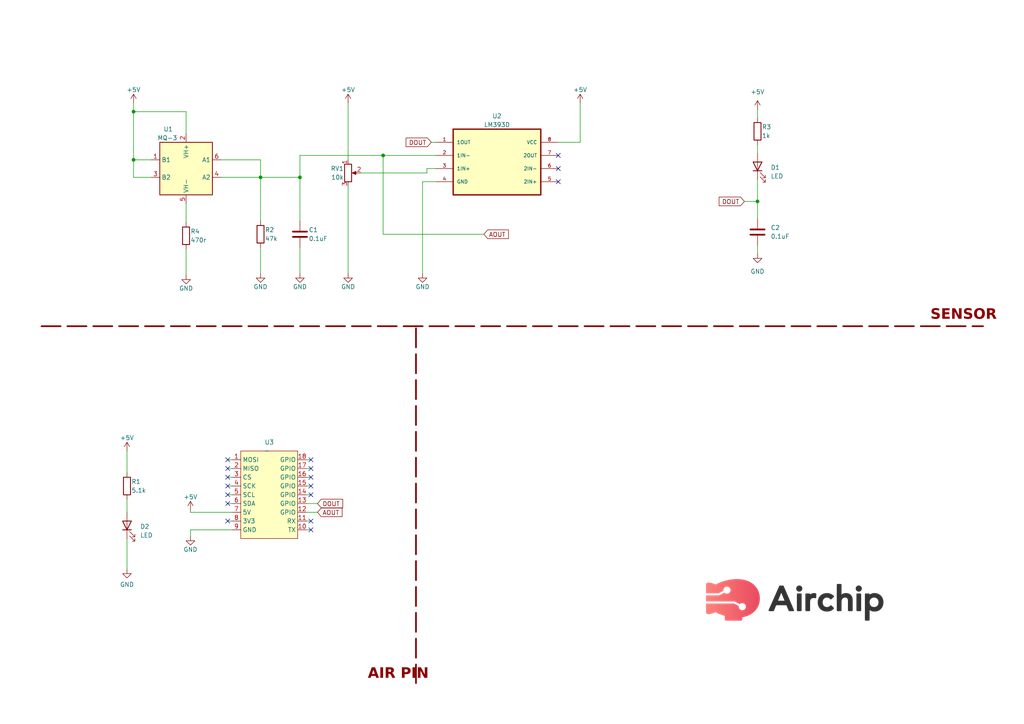
<source format=kicad_sch>
(kicad_sch (version 20230121) (generator eeschema)

  (uuid 30377e9d-c245-49cf-8f76-f609f8e20746)

  (paper "A4")

  (lib_symbols
    (symbol "Device:C" (pin_numbers hide) (pin_names (offset 0.254)) (in_bom yes) (on_board yes)
      (property "Reference" "C" (at 0.635 2.54 0)
        (effects (font (size 1.27 1.27)) (justify left))
      )
      (property "Value" "C" (at 0.635 -2.54 0)
        (effects (font (size 1.27 1.27)) (justify left))
      )
      (property "Footprint" "" (at 0.9652 -3.81 0)
        (effects (font (size 1.27 1.27)) hide)
      )
      (property "Datasheet" "~" (at 0 0 0)
        (effects (font (size 1.27 1.27)) hide)
      )
      (property "ki_keywords" "cap capacitor" (at 0 0 0)
        (effects (font (size 1.27 1.27)) hide)
      )
      (property "ki_description" "Unpolarized capacitor" (at 0 0 0)
        (effects (font (size 1.27 1.27)) hide)
      )
      (property "ki_fp_filters" "C_*" (at 0 0 0)
        (effects (font (size 1.27 1.27)) hide)
      )
      (symbol "C_0_1"
        (polyline
          (pts
            (xy -2.032 -0.762)
            (xy 2.032 -0.762)
          )
          (stroke (width 0.508) (type default))
          (fill (type none))
        )
        (polyline
          (pts
            (xy -2.032 0.762)
            (xy 2.032 0.762)
          )
          (stroke (width 0.508) (type default))
          (fill (type none))
        )
      )
      (symbol "C_1_1"
        (pin passive line (at 0 3.81 270) (length 2.794)
          (name "~" (effects (font (size 1.27 1.27))))
          (number "1" (effects (font (size 1.27 1.27))))
        )
        (pin passive line (at 0 -3.81 90) (length 2.794)
          (name "~" (effects (font (size 1.27 1.27))))
          (number "2" (effects (font (size 1.27 1.27))))
        )
      )
    )
    (symbol "Device:LED" (pin_numbers hide) (pin_names (offset 1.016) hide) (in_bom yes) (on_board yes)
      (property "Reference" "D" (at 0 2.54 0)
        (effects (font (size 1.27 1.27)))
      )
      (property "Value" "LED" (at 0 -2.54 0)
        (effects (font (size 1.27 1.27)))
      )
      (property "Footprint" "" (at 0 0 0)
        (effects (font (size 1.27 1.27)) hide)
      )
      (property "Datasheet" "~" (at 0 0 0)
        (effects (font (size 1.27 1.27)) hide)
      )
      (property "ki_keywords" "LED diode" (at 0 0 0)
        (effects (font (size 1.27 1.27)) hide)
      )
      (property "ki_description" "Light emitting diode" (at 0 0 0)
        (effects (font (size 1.27 1.27)) hide)
      )
      (property "ki_fp_filters" "LED* LED_SMD:* LED_THT:*" (at 0 0 0)
        (effects (font (size 1.27 1.27)) hide)
      )
      (symbol "LED_0_1"
        (polyline
          (pts
            (xy -1.27 -1.27)
            (xy -1.27 1.27)
          )
          (stroke (width 0.254) (type default))
          (fill (type none))
        )
        (polyline
          (pts
            (xy -1.27 0)
            (xy 1.27 0)
          )
          (stroke (width 0) (type default))
          (fill (type none))
        )
        (polyline
          (pts
            (xy 1.27 -1.27)
            (xy 1.27 1.27)
            (xy -1.27 0)
            (xy 1.27 -1.27)
          )
          (stroke (width 0.254) (type default))
          (fill (type none))
        )
        (polyline
          (pts
            (xy -3.048 -0.762)
            (xy -4.572 -2.286)
            (xy -3.81 -2.286)
            (xy -4.572 -2.286)
            (xy -4.572 -1.524)
          )
          (stroke (width 0) (type default))
          (fill (type none))
        )
        (polyline
          (pts
            (xy -1.778 -0.762)
            (xy -3.302 -2.286)
            (xy -2.54 -2.286)
            (xy -3.302 -2.286)
            (xy -3.302 -1.524)
          )
          (stroke (width 0) (type default))
          (fill (type none))
        )
      )
      (symbol "LED_1_1"
        (pin passive line (at -3.81 0 0) (length 2.54)
          (name "K" (effects (font (size 1.27 1.27))))
          (number "1" (effects (font (size 1.27 1.27))))
        )
        (pin passive line (at 3.81 0 180) (length 2.54)
          (name "A" (effects (font (size 1.27 1.27))))
          (number "2" (effects (font (size 1.27 1.27))))
        )
      )
    )
    (symbol "Device:R" (pin_numbers hide) (pin_names (offset 0)) (in_bom yes) (on_board yes)
      (property "Reference" "R" (at 2.032 0 90)
        (effects (font (size 1.27 1.27)))
      )
      (property "Value" "R" (at 0 0 90)
        (effects (font (size 1.27 1.27)))
      )
      (property "Footprint" "" (at -1.778 0 90)
        (effects (font (size 1.27 1.27)) hide)
      )
      (property "Datasheet" "~" (at 0 0 0)
        (effects (font (size 1.27 1.27)) hide)
      )
      (property "ki_keywords" "R res resistor" (at 0 0 0)
        (effects (font (size 1.27 1.27)) hide)
      )
      (property "ki_description" "Resistor" (at 0 0 0)
        (effects (font (size 1.27 1.27)) hide)
      )
      (property "ki_fp_filters" "R_*" (at 0 0 0)
        (effects (font (size 1.27 1.27)) hide)
      )
      (symbol "R_0_1"
        (rectangle (start -1.016 -2.54) (end 1.016 2.54)
          (stroke (width 0.254) (type default))
          (fill (type none))
        )
      )
      (symbol "R_1_1"
        (pin passive line (at 0 3.81 270) (length 1.27)
          (name "~" (effects (font (size 1.27 1.27))))
          (number "1" (effects (font (size 1.27 1.27))))
        )
        (pin passive line (at 0 -3.81 90) (length 1.27)
          (name "~" (effects (font (size 1.27 1.27))))
          (number "2" (effects (font (size 1.27 1.27))))
        )
      )
    )
    (symbol "Device:R_Potentiometer" (pin_names (offset 1.016) hide) (in_bom yes) (on_board yes)
      (property "Reference" "RV" (at -4.445 0 90)
        (effects (font (size 1.27 1.27)))
      )
      (property "Value" "R_Potentiometer" (at -2.54 0 90)
        (effects (font (size 1.27 1.27)))
      )
      (property "Footprint" "" (at 0 0 0)
        (effects (font (size 1.27 1.27)) hide)
      )
      (property "Datasheet" "~" (at 0 0 0)
        (effects (font (size 1.27 1.27)) hide)
      )
      (property "ki_keywords" "resistor variable" (at 0 0 0)
        (effects (font (size 1.27 1.27)) hide)
      )
      (property "ki_description" "Potentiometer" (at 0 0 0)
        (effects (font (size 1.27 1.27)) hide)
      )
      (property "ki_fp_filters" "Potentiometer*" (at 0 0 0)
        (effects (font (size 1.27 1.27)) hide)
      )
      (symbol "R_Potentiometer_0_1"
        (polyline
          (pts
            (xy 2.54 0)
            (xy 1.524 0)
          )
          (stroke (width 0) (type default))
          (fill (type none))
        )
        (polyline
          (pts
            (xy 1.143 0)
            (xy 2.286 0.508)
            (xy 2.286 -0.508)
            (xy 1.143 0)
          )
          (stroke (width 0) (type default))
          (fill (type outline))
        )
        (rectangle (start 1.016 2.54) (end -1.016 -2.54)
          (stroke (width 0.254) (type default))
          (fill (type none))
        )
      )
      (symbol "R_Potentiometer_1_1"
        (pin passive line (at 0 3.81 270) (length 1.27)
          (name "1" (effects (font (size 1.27 1.27))))
          (number "1" (effects (font (size 1.27 1.27))))
        )
        (pin passive line (at 3.81 0 180) (length 1.27)
          (name "2" (effects (font (size 1.27 1.27))))
          (number "2" (effects (font (size 1.27 1.27))))
        )
        (pin passive line (at 0 -3.81 90) (length 1.27)
          (name "3" (effects (font (size 1.27 1.27))))
          (number "3" (effects (font (size 1.27 1.27))))
        )
      )
    )
    (symbol "LM393D:LM393D" (pin_names (offset 1.016)) (in_bom yes) (on_board yes)
      (property "Reference" "U1" (at 0 16.51 0)
        (effects (font (size 1.27 1.27)))
      )
      (property "Value" "LM393D" (at 0 13.97 0)
        (effects (font (size 1.27 1.27)))
      )
      (property "Footprint" "SOIC127P599X175-8N" (at 0 0 0) (do_not_autoplace)
        (effects (font (size 1.27 1.27)) (justify bottom) hide)
      )
      (property "Datasheet" "" (at 0 0 0)
        (effects (font (size 1.27 1.27)) hide)
      )
      (symbol "LM393D_0_0"
        (rectangle (start -12.7 12.7) (end 12.7 -6.35)
          (stroke (width 0.41) (type default))
          (fill (type background))
        )
        (pin output line (at -17.78 8.89 0) (length 5.08)
          (name "1OUT" (effects (font (size 1.016 1.016))))
          (number "1" (effects (font (size 1.016 1.016))))
        )
        (pin input line (at -17.78 5.08 0) (length 5.08)
          (name "1IN-" (effects (font (size 1.016 1.016))))
          (number "2" (effects (font (size 1.016 1.016))))
        )
        (pin input line (at -17.78 1.27 0) (length 5.08)
          (name "1IN+" (effects (font (size 1.016 1.016))))
          (number "3" (effects (font (size 1.016 1.016))))
        )
        (pin power_in line (at -17.78 -2.54 0) (length 5.08)
          (name "GND" (effects (font (size 1.016 1.016))))
          (number "4" (effects (font (size 1.016 1.016))))
        )
        (pin input line (at 17.78 -2.54 180) (length 5.08)
          (name "2IN+" (effects (font (size 1.016 1.016))))
          (number "5" (effects (font (size 1.016 1.016))))
        )
        (pin input line (at 17.78 1.27 180) (length 5.08)
          (name "2IN-" (effects (font (size 1.016 1.016))))
          (number "6" (effects (font (size 1.016 1.016))))
        )
        (pin output line (at 17.78 5.08 180) (length 5.08)
          (name "2OUT" (effects (font (size 1.016 1.016))))
          (number "7" (effects (font (size 1.016 1.016))))
        )
        (pin power_in line (at 17.78 8.89 180) (length 5.08)
          (name "VCC" (effects (font (size 1.016 1.016))))
          (number "8" (effects (font (size 1.016 1.016))))
        )
      )
    )
    (symbol "Sensor_Gas:MQ-6" (in_bom yes) (on_board yes)
      (property "Reference" "U" (at -6.35 8.89 0)
        (effects (font (size 1.27 1.27)))
      )
      (property "Value" "MQ-6" (at 3.81 8.89 0)
        (effects (font (size 1.27 1.27)))
      )
      (property "Footprint" "Sensor:MQ-6" (at 1.27 -11.43 0)
        (effects (font (size 1.27 1.27)) hide)
      )
      (property "Datasheet" "https://www.winsen-sensor.com/d/files/semiconductor/mq-6.pdf" (at 0 6.35 0)
        (effects (font (size 1.27 1.27)) hide)
      )
      (property "ki_keywords" "flammable gas sensor LPG" (at 0 0 0)
        (effects (font (size 1.27 1.27)) hide)
      )
      (property "ki_description" "Semiconductor Sensor for Flammable Gas" (at 0 0 0)
        (effects (font (size 1.27 1.27)) hide)
      )
      (property "ki_fp_filters" "*MQ*6*" (at 0 0 0)
        (effects (font (size 1.27 1.27)) hide)
      )
      (symbol "MQ-6_0_1"
        (rectangle (start -7.62 7.62) (end 7.62 -7.62)
          (stroke (width 0.254) (type default))
          (fill (type background))
        )
      )
      (symbol "MQ-6_1_1"
        (pin passive line (at 10.16 2.54 180) (length 2.54)
          (name "B1" (effects (font (size 1.27 1.27))))
          (number "1" (effects (font (size 1.27 1.27))))
        )
        (pin power_in line (at 0 10.16 270) (length 2.54)
          (name "VH+" (effects (font (size 1.27 1.27))))
          (number "2" (effects (font (size 1.27 1.27))))
        )
        (pin passive line (at 10.16 -2.54 180) (length 2.54)
          (name "B2" (effects (font (size 1.27 1.27))))
          (number "3" (effects (font (size 1.27 1.27))))
        )
        (pin passive line (at -10.16 -2.54 0) (length 2.54)
          (name "A2" (effects (font (size 1.27 1.27))))
          (number "4" (effects (font (size 1.27 1.27))))
        )
        (pin power_in line (at 0 -10.16 90) (length 2.54)
          (name "VH-" (effects (font (size 1.27 1.27))))
          (number "5" (effects (font (size 1.27 1.27))))
        )
        (pin passive line (at -10.16 2.54 0) (length 2.54)
          (name "A1" (effects (font (size 1.27 1.27))))
          (number "6" (effects (font (size 1.27 1.27))))
        )
      )
    )
    (symbol "air_modül:air_module" (in_bom yes) (on_board yes)
      (property "Reference" "U" (at 0 1.27 0)
        (effects (font (size 1.27 1.27)))
      )
      (property "Value" "" (at 0 0 0)
        (effects (font (size 1.27 1.27)))
      )
      (property "Footprint" "" (at 0 0 0)
        (effects (font (size 1.27 1.27)) hide)
      )
      (property "Datasheet" "" (at 0 0 0)
        (effects (font (size 1.27 1.27)) hide)
      )
      (symbol "air_module_1_1"
        (rectangle (start -7.62 0) (end 8.89 -25.4)
          (stroke (width 0) (type default))
          (fill (type background))
        )
        (pin input line (at -10.16 -2.54 0) (length 2.54)
          (name "MOSI" (effects (font (size 1.27 1.27))))
          (number "1" (effects (font (size 1.27 1.27))))
        )
        (pin input line (at 11.43 -22.86 180) (length 2.54)
          (name "TX" (effects (font (size 1.27 1.27))))
          (number "10" (effects (font (size 1.27 1.27))))
        )
        (pin input line (at 11.43 -20.32 180) (length 2.54)
          (name "RX" (effects (font (size 1.27 1.27))))
          (number "11" (effects (font (size 1.27 1.27))))
        )
        (pin input line (at 11.43 -17.78 180) (length 2.54)
          (name "GPIO" (effects (font (size 1.27 1.27))))
          (number "12" (effects (font (size 1.27 1.27))))
        )
        (pin input line (at 11.43 -15.24 180) (length 2.54)
          (name "GPIO" (effects (font (size 1.27 1.27))))
          (number "13" (effects (font (size 1.27 1.27))))
        )
        (pin input line (at 11.43 -12.7 180) (length 2.54)
          (name "GPIO" (effects (font (size 1.27 1.27))))
          (number "14" (effects (font (size 1.27 1.27))))
        )
        (pin input line (at 11.43 -10.16 180) (length 2.54)
          (name "GPIO" (effects (font (size 1.27 1.27))))
          (number "15" (effects (font (size 1.27 1.27))))
        )
        (pin input line (at 11.43 -7.62 180) (length 2.54)
          (name "GPIO" (effects (font (size 1.27 1.27))))
          (number "16" (effects (font (size 1.27 1.27))))
        )
        (pin input line (at 11.43 -5.08 180) (length 2.54)
          (name "GPIO" (effects (font (size 1.27 1.27))))
          (number "17" (effects (font (size 1.27 1.27))))
        )
        (pin input line (at 11.43 -2.54 180) (length 2.54)
          (name "GPIO" (effects (font (size 1.27 1.27))))
          (number "18" (effects (font (size 1.27 1.27))))
        )
        (pin input line (at -10.16 -5.08 0) (length 2.54)
          (name "MISO" (effects (font (size 1.27 1.27))))
          (number "2" (effects (font (size 1.27 1.27))))
        )
        (pin input line (at -10.16 -7.62 0) (length 2.54)
          (name "CS" (effects (font (size 1.27 1.27))))
          (number "3" (effects (font (size 1.27 1.27))))
        )
        (pin input line (at -10.16 -10.16 0) (length 2.54)
          (name "SCK" (effects (font (size 1.27 1.27))))
          (number "4" (effects (font (size 1.27 1.27))))
        )
        (pin input line (at -10.16 -12.7 0) (length 2.54)
          (name "SCL" (effects (font (size 1.27 1.27))))
          (number "5" (effects (font (size 1.27 1.27))))
        )
        (pin input line (at -10.16 -15.24 0) (length 2.54)
          (name "SDA" (effects (font (size 1.27 1.27))))
          (number "6" (effects (font (size 1.27 1.27))))
        )
        (pin input line (at -10.16 -17.78 0) (length 2.54)
          (name "5V" (effects (font (size 1.27 1.27))))
          (number "7" (effects (font (size 1.27 1.27))))
        )
        (pin input line (at -10.16 -20.32 0) (length 2.54)
          (name "3V3" (effects (font (size 1.27 1.27))))
          (number "8" (effects (font (size 1.27 1.27))))
        )
        (pin input line (at -10.16 -22.86 0) (length 2.54)
          (name "GND" (effects (font (size 1.27 1.27))))
          (number "9" (effects (font (size 1.27 1.27))))
        )
      )
    )
    (symbol "power:+5V" (power) (pin_names (offset 0)) (in_bom yes) (on_board yes)
      (property "Reference" "#PWR" (at 0 -3.81 0)
        (effects (font (size 1.27 1.27)) hide)
      )
      (property "Value" "+5V" (at 0 3.556 0)
        (effects (font (size 1.27 1.27)))
      )
      (property "Footprint" "" (at 0 0 0)
        (effects (font (size 1.27 1.27)) hide)
      )
      (property "Datasheet" "" (at 0 0 0)
        (effects (font (size 1.27 1.27)) hide)
      )
      (property "ki_keywords" "global power" (at 0 0 0)
        (effects (font (size 1.27 1.27)) hide)
      )
      (property "ki_description" "Power symbol creates a global label with name \"+5V\"" (at 0 0 0)
        (effects (font (size 1.27 1.27)) hide)
      )
      (symbol "+5V_0_1"
        (polyline
          (pts
            (xy -0.762 1.27)
            (xy 0 2.54)
          )
          (stroke (width 0) (type default))
          (fill (type none))
        )
        (polyline
          (pts
            (xy 0 0)
            (xy 0 2.54)
          )
          (stroke (width 0) (type default))
          (fill (type none))
        )
        (polyline
          (pts
            (xy 0 2.54)
            (xy 0.762 1.27)
          )
          (stroke (width 0) (type default))
          (fill (type none))
        )
      )
      (symbol "+5V_1_1"
        (pin power_in line (at 0 0 90) (length 0) hide
          (name "+5V" (effects (font (size 1.27 1.27))))
          (number "1" (effects (font (size 1.27 1.27))))
        )
      )
    )
    (symbol "power:GND" (power) (pin_names (offset 0)) (in_bom yes) (on_board yes)
      (property "Reference" "#PWR" (at 0 -6.35 0)
        (effects (font (size 1.27 1.27)) hide)
      )
      (property "Value" "GND" (at 0 -3.81 0)
        (effects (font (size 1.27 1.27)))
      )
      (property "Footprint" "" (at 0 0 0)
        (effects (font (size 1.27 1.27)) hide)
      )
      (property "Datasheet" "" (at 0 0 0)
        (effects (font (size 1.27 1.27)) hide)
      )
      (property "ki_keywords" "global power" (at 0 0 0)
        (effects (font (size 1.27 1.27)) hide)
      )
      (property "ki_description" "Power symbol creates a global label with name \"GND\" , ground" (at 0 0 0)
        (effects (font (size 1.27 1.27)) hide)
      )
      (symbol "GND_0_1"
        (polyline
          (pts
            (xy 0 0)
            (xy 0 -1.27)
            (xy 1.27 -1.27)
            (xy 0 -2.54)
            (xy -1.27 -1.27)
            (xy 0 -1.27)
          )
          (stroke (width 0) (type default))
          (fill (type none))
        )
      )
      (symbol "GND_1_1"
        (pin power_in line (at 0 0 270) (length 0) hide
          (name "GND" (effects (font (size 1.27 1.27))))
          (number "1" (effects (font (size 1.27 1.27))))
        )
      )
    )
  )

  (junction (at 86.995 51.435) (diameter 0) (color 0 0 0 0)
    (uuid 36da4c57-b3ae-41ff-bcec-77cd6d6e2415)
  )
  (junction (at 219.71 58.42) (diameter 0) (color 0 0 0 0)
    (uuid 49670c37-e41e-4de2-8a5d-d0fdd7024265)
  )
  (junction (at 75.565 51.435) (diameter 0) (color 0 0 0 0)
    (uuid 8d91aef0-52d8-47c5-8215-73db4f9a6f1d)
  )
  (junction (at 38.735 46.355) (diameter 0) (color 0 0 0 0)
    (uuid 9b337cdd-d04a-487b-9698-a8233bfbcb18)
  )
  (junction (at 38.735 32.385) (diameter 0) (color 0 0 0 0)
    (uuid a285df8a-5b11-4f27-9cdc-e1031e8f36ad)
  )
  (junction (at 111.125 45.085) (diameter 0) (color 0 0 0 0)
    (uuid e4fa046d-0240-4f05-bd7a-077c723575d1)
  )

  (no_connect (at 66.04 140.97) (uuid 08171b3f-bca7-4c4f-8ab5-246e109670e4))
  (no_connect (at 90.17 153.67) (uuid 26aeecd6-61a0-43e5-9832-f321a877591e))
  (no_connect (at 90.17 138.43) (uuid 337522cd-71d9-458e-b85a-a16d08287e6a))
  (no_connect (at 66.04 133.35) (uuid 3fe71887-2234-4179-8f77-b2e073827dd3))
  (no_connect (at 90.17 133.35) (uuid 81907480-222b-418d-8ba6-4876f69101dd))
  (no_connect (at 66.04 146.05) (uuid 851b7586-770a-42a0-964e-574703d751b7))
  (no_connect (at 90.17 143.51) (uuid 8c5df5e2-534d-41e5-9d9e-a8efd6f3cc90))
  (no_connect (at 90.17 140.97) (uuid 8f1b8ddb-f2d2-4843-be2b-5d16edbe6be6))
  (no_connect (at 66.04 151.13) (uuid af01fc56-e67e-4034-b6fe-f4f7ce682f0b))
  (no_connect (at 90.17 135.89) (uuid b4c8aae5-e313-4826-8741-abdc281a5deb))
  (no_connect (at 161.925 48.895) (uuid bc8de0ce-af55-43a7-bc43-a902f97085ee))
  (no_connect (at 66.04 143.51) (uuid bdf6ead5-70cb-482d-bd63-262aa39fbfe0))
  (no_connect (at 66.04 138.43) (uuid c0ed4eaf-5670-45af-b4a8-46dfc47b9b98))
  (no_connect (at 90.17 151.13) (uuid def99a85-641a-4251-9ff7-03dbef17fe0a))
  (no_connect (at 161.925 52.705) (uuid f10a4e01-b392-4ad0-ab44-5328ce64f699))
  (no_connect (at 66.04 135.89) (uuid f95bdf70-b7d6-4096-bc2b-bcbcce586637))
  (no_connect (at 161.925 45.085) (uuid fb1df0ad-69d7-421f-969f-7c34f14c62ca))

  (polyline (pts (xy 120.65 95.25) (xy 120.65 198.12))
    (stroke (width 0.5) (type dash) (color 132 0 0 1))
    (uuid 06a91b5f-07a3-4350-a4bc-d4de60764b63)
  )

  (wire (pts (xy 55.245 153.67) (xy 67.31 153.67))
    (stroke (width 0) (type default))
    (uuid 06e82eee-2e5e-4253-b4ad-7da8bc85b290)
  )
  (wire (pts (xy 66.04 135.89) (xy 67.31 135.89))
    (stroke (width 0) (type default))
    (uuid 0a89029e-51a9-4d89-bb0e-e97ad6cea9ed)
  )
  (wire (pts (xy 86.995 45.085) (xy 86.995 51.435))
    (stroke (width 0) (type default))
    (uuid 0c3b4f48-68b4-4aac-94b0-4472b4e4d8fd)
  )
  (wire (pts (xy 90.17 151.13) (xy 88.9 151.13))
    (stroke (width 0) (type default))
    (uuid 0efa429b-dbe9-40f6-907b-e00ddeffbc53)
  )
  (wire (pts (xy 38.735 46.355) (xy 43.815 46.355))
    (stroke (width 0) (type default))
    (uuid 114dfc99-669e-44b7-8abf-534f7a70bcee)
  )
  (wire (pts (xy 53.975 59.055) (xy 53.975 64.5784))
    (stroke (width 0) (type default))
    (uuid 137ee4e8-1944-44ea-99a2-5094b754a9da)
  )
  (wire (pts (xy 66.04 143.51) (xy 67.31 143.51))
    (stroke (width 0) (type default))
    (uuid 144a7bed-0782-487d-b9ed-4f63ea38e053)
  )
  (wire (pts (xy 75.565 51.435) (xy 86.995 51.435))
    (stroke (width 0) (type default))
    (uuid 15780f01-de56-4f96-a1e9-b35e7936b9e2)
  )
  (polyline (pts (xy 12.065 94.615) (xy 285.115 94.615))
    (stroke (width 0.5) (type dash) (color 132 0 0 1))
    (uuid 22563c83-7f2a-47cc-80d9-1b6e7b454470)
  )

  (wire (pts (xy 53.9733 72.1984) (xy 53.9733 79.8184))
    (stroke (width 0) (type default))
    (uuid 251b50b7-0487-401c-9e1f-ca1f2454b232)
  )
  (wire (pts (xy 55.245 148.59) (xy 55.245 147.955))
    (stroke (width 0) (type default))
    (uuid 2c35c34b-6aab-4218-9315-835e243d9f75)
  )
  (wire (pts (xy 123.825 50.165) (xy 104.775 50.165))
    (stroke (width 0) (type default))
    (uuid 31272311-75c8-4476-b84d-fa076a3399df)
  )
  (wire (pts (xy 66.04 140.97) (xy 67.31 140.97))
    (stroke (width 0) (type default))
    (uuid 35176b33-3987-4f38-a371-42ef1e39b40b)
  )
  (wire (pts (xy 90.17 133.35) (xy 88.9 133.35))
    (stroke (width 0) (type default))
    (uuid 393e3200-0d09-42ca-abec-9ab312ae7995)
  )
  (wire (pts (xy 53.975 32.385) (xy 53.975 38.735))
    (stroke (width 0) (type default))
    (uuid 3ab87149-83b1-4135-a259-287fc1481b2c)
  )
  (wire (pts (xy 125.095 41.275) (xy 126.365 41.275))
    (stroke (width 0) (type default))
    (uuid 3d8961a2-8070-4469-a66c-d3678dad4bde)
  )
  (wire (pts (xy 36.83 130.81) (xy 36.83 137.16))
    (stroke (width 0) (type default))
    (uuid 3e3d34cc-9849-498d-aecb-fa667ced6a08)
  )
  (wire (pts (xy 219.71 52.07) (xy 219.71 58.42))
    (stroke (width 0) (type default))
    (uuid 3fb2db86-6332-44b2-b7b2-f6f095c46111)
  )
  (wire (pts (xy 219.71 71.12) (xy 219.71 73.66))
    (stroke (width 0) (type default))
    (uuid 48b3703b-a15d-4098-b49b-8d4f4d025ea8)
  )
  (wire (pts (xy 75.565 46.355) (xy 75.565 51.435))
    (stroke (width 0) (type default))
    (uuid 62b364bc-c1c3-4ea2-b35b-410d6a17dc85)
  )
  (wire (pts (xy 111.125 67.945) (xy 140.335 67.945))
    (stroke (width 0) (type default))
    (uuid 6692f268-ab52-41c6-8e44-28e4e9576741)
  )
  (wire (pts (xy 111.125 45.085) (xy 126.365 45.085))
    (stroke (width 0) (type default))
    (uuid 6e4c44c8-f025-41a3-941a-34bd3b1ae3f3)
  )
  (wire (pts (xy 38.735 46.355) (xy 38.735 32.385))
    (stroke (width 0) (type default))
    (uuid 73508473-0c1c-4efa-b556-38336a38b162)
  )
  (wire (pts (xy 55.245 155.575) (xy 55.245 153.67))
    (stroke (width 0) (type default))
    (uuid 754884dd-eb5e-4047-b92c-cabea2850462)
  )
  (wire (pts (xy 100.965 53.975) (xy 100.965 79.375))
    (stroke (width 0) (type default))
    (uuid 7793e3aa-9a4a-4d97-b2a4-5d185eda59f1)
  )
  (wire (pts (xy 75.565 51.435) (xy 75.565 64.135))
    (stroke (width 0) (type default))
    (uuid 7f0aa16d-17c5-4eb1-ad61-78305941b24c)
  )
  (wire (pts (xy 90.17 143.51) (xy 88.9 143.51))
    (stroke (width 0) (type default))
    (uuid 80a6a8c3-807c-4e4d-9470-46c55fa815f7)
  )
  (wire (pts (xy 86.995 51.435) (xy 86.995 64.135))
    (stroke (width 0) (type default))
    (uuid 81ea8dbb-130e-4c63-b93c-9f8463010390)
  )
  (wire (pts (xy 90.17 135.89) (xy 88.9 135.89))
    (stroke (width 0) (type default))
    (uuid 81f1b2bd-8a46-467f-8cb0-35f069754abb)
  )
  (wire (pts (xy 38.735 29.845) (xy 38.735 32.385))
    (stroke (width 0) (type default))
    (uuid 837b6b3c-2f20-402e-b1b1-29c831b67bfc)
  )
  (wire (pts (xy 66.04 133.35) (xy 67.31 133.35))
    (stroke (width 0) (type default))
    (uuid 946ffa5e-840a-4f4f-8f15-3eed13c3a13f)
  )
  (wire (pts (xy 123.825 48.895) (xy 123.825 50.165))
    (stroke (width 0) (type default))
    (uuid 965beb17-d98c-4fc0-b160-bc727b2c9c0a)
  )
  (wire (pts (xy 215.9 58.42) (xy 219.71 58.42))
    (stroke (width 0) (type default))
    (uuid 99d3848c-7451-4f69-9a72-0df5bf2099b5)
  )
  (wire (pts (xy 86.995 71.755) (xy 86.995 79.375))
    (stroke (width 0) (type default))
    (uuid 9addf5aa-060f-4a79-b685-e8949e88c31d)
  )
  (wire (pts (xy 66.04 151.13) (xy 67.31 151.13))
    (stroke (width 0) (type default))
    (uuid 9e1dd893-d8e9-41bd-817f-eaa21bd4e46f)
  )
  (wire (pts (xy 38.735 32.385) (xy 53.975 32.385))
    (stroke (width 0) (type default))
    (uuid a2dd0c69-e43a-46c4-9660-433bbcca90db)
  )
  (wire (pts (xy 168.275 29.845) (xy 168.275 41.275))
    (stroke (width 0) (type default))
    (uuid aa5d4044-96d1-4019-89fb-131afb480220)
  )
  (wire (pts (xy 123.825 48.895) (xy 126.365 48.895))
    (stroke (width 0) (type default))
    (uuid ab7d8691-574c-4048-947e-a873e07d8bd4)
  )
  (wire (pts (xy 53.9733 64.5784) (xy 53.975 64.5784))
    (stroke (width 0) (type default))
    (uuid acd47692-6726-42bf-9635-284690b8b509)
  )
  (wire (pts (xy 100.965 29.845) (xy 100.965 46.355))
    (stroke (width 0) (type default))
    (uuid af8a5464-e04f-4ff4-9160-b96d65c5b354)
  )
  (wire (pts (xy 219.71 58.42) (xy 219.71 63.5))
    (stroke (width 0) (type default))
    (uuid b3e19beb-bb88-4b9a-ab1e-36f111b6281d)
  )
  (wire (pts (xy 38.735 51.435) (xy 38.735 46.355))
    (stroke (width 0) (type default))
    (uuid b7c69e3c-f666-40e8-9c9b-21fc58660ad8)
  )
  (wire (pts (xy 88.9 148.59) (xy 92.075 148.59))
    (stroke (width 0) (type default))
    (uuid b83eb7a6-88be-4c71-af37-1b75c8cb84be)
  )
  (wire (pts (xy 168.275 41.275) (xy 161.925 41.275))
    (stroke (width 0) (type default))
    (uuid b9b7d05c-82ff-4ab7-bbea-91abc175d29f)
  )
  (wire (pts (xy 219.71 41.91) (xy 219.71 44.45))
    (stroke (width 0) (type default))
    (uuid b9ce7609-c0e3-4a7e-ac38-ea03c2b9856c)
  )
  (wire (pts (xy 111.125 45.085) (xy 111.125 67.945))
    (stroke (width 0) (type default))
    (uuid bca375bf-1129-4b06-8343-f5d9712ad20b)
  )
  (wire (pts (xy 90.17 140.97) (xy 88.9 140.97))
    (stroke (width 0) (type default))
    (uuid bdb80443-6e4f-47f1-9a09-39daab1f9ee5)
  )
  (wire (pts (xy 64.135 46.355) (xy 75.565 46.355))
    (stroke (width 0) (type default))
    (uuid c62cb02d-1b8a-4ad6-890c-3fbd150e380d)
  )
  (wire (pts (xy 219.71 31.75) (xy 219.71 34.29))
    (stroke (width 0) (type default))
    (uuid cd647d57-53a9-4984-84ff-834ca480d888)
  )
  (wire (pts (xy 36.83 156.21) (xy 36.83 165.1))
    (stroke (width 0) (type default))
    (uuid cf94c858-c58b-4ec2-9dec-b20a2419cf77)
  )
  (wire (pts (xy 88.9 146.05) (xy 92.075 146.05))
    (stroke (width 0) (type default))
    (uuid d2ecc11c-e64e-4a0a-8402-24cb1816f564)
  )
  (wire (pts (xy 75.565 71.755) (xy 75.565 79.375))
    (stroke (width 0) (type default))
    (uuid de81ee4b-03aa-45c3-b180-08698a6b31b8)
  )
  (wire (pts (xy 64.135 51.435) (xy 75.565 51.435))
    (stroke (width 0) (type default))
    (uuid e03c8eec-d385-4c66-a639-221c2841f90b)
  )
  (wire (pts (xy 122.555 52.705) (xy 126.365 52.705))
    (stroke (width 0) (type default))
    (uuid e4fbded4-ce2b-4b02-8949-fb6ed67bf46a)
  )
  (wire (pts (xy 36.83 144.78) (xy 36.83 148.59))
    (stroke (width 0) (type default))
    (uuid e5b0975d-73d7-4237-bf27-69afb9cb39da)
  )
  (wire (pts (xy 122.555 79.375) (xy 122.555 52.705))
    (stroke (width 0) (type default))
    (uuid e601987c-35a6-4de2-8980-35106f8a5d6d)
  )
  (wire (pts (xy 86.995 45.085) (xy 111.125 45.085))
    (stroke (width 0) (type default))
    (uuid e8af7227-f410-4b88-91c4-7cb7485b25e3)
  )
  (wire (pts (xy 90.17 153.67) (xy 88.9 153.67))
    (stroke (width 0) (type default))
    (uuid eb086298-eb0b-4309-a38e-f21fe9f1b022)
  )
  (wire (pts (xy 43.815 51.435) (xy 38.735 51.435))
    (stroke (width 0) (type default))
    (uuid ec5a0cf0-9b55-4118-b350-b7c6c00c0c6c)
  )
  (wire (pts (xy 55.245 148.59) (xy 67.31 148.59))
    (stroke (width 0) (type default))
    (uuid ec6fab23-2dc0-46f9-8eb3-69603778c32f)
  )
  (wire (pts (xy 66.04 138.43) (xy 67.31 138.43))
    (stroke (width 0) (type default))
    (uuid ed352c7c-f4bf-42e5-bccd-4210cf2f87f3)
  )
  (wire (pts (xy 66.04 146.05) (xy 67.31 146.05))
    (stroke (width 0) (type default))
    (uuid fbbd1c42-e64e-45a4-9091-97629fafbb63)
  )
  (wire (pts (xy 90.17 138.43) (xy 88.9 138.43))
    (stroke (width 0) (type default))
    (uuid ffbda56e-804d-4d96-ac0f-ecf3637cd627)
  )

  (image (at 230.505 173.99) (scale 0.303838)
    (uuid 5802f5e2-0f63-4da2-b065-dc4f893e3f10)
    (data
      iVBORw0KGgoAAAANSUhEUgAAB9AAAAHVCAYAAACpJWDwAAAABHNCSVQICAgIfAhkiAAAIABJREFU
      eJzs3XeYnGW9//F3SEKyCS0hARUVBCSKYvuiqKiAokRasKAeRUn4WSghFUTNsYAiICGNA6gQEBso
      TfEg6hFE8KjouRFsIAgiiEJCEwhJKJnfH88sKdtmdmfmnvJ+XddcuzzPPfd8dpjMzj6fpwxDkjrQ
      ox+ZPhzYnBKbA5sDW5S/dt82BbqATSkxFugqwSbl5SOBzYqZSpsAI4CNgTHFIjYFNuo3QKnXpSuB
      J8oDHgWeLsHjwBOUeILi+5XACuAx4N/l77tvD5eXPUiJh4AHgYc2P//MFZU+L5IkSZIkSZIkSZ1s
      WO4AklQLj3706E2BZ1NiIvAcYCKw5Tpft4TS+PL3W1GU4X0V2esrrfel95UDLKp+TGn9YZXM2ff8
      TwIPQel+4F5gObAMuJcS3cvuA+4G7tv862c9XeWjSZIkSZIkSZIktQULdElN7bGPHb0J8FxKbAPP
      3J4LbFOCZwFbU3wdDQxQNA+t7G7hAr3vhT0XPV0qCvV/lG/3UBTrdwJ3UOLOLb5x1oNVppEkSZIk
      SZIkSWoJFuiSsnnsYzOGUZTf2wLbQWnb8vfdt+fRfar0SntqC/R+xleWtYKn8BHgb8CdULoduLV8
      u22Lb3z5H1XllCRJkiRJkiRJaiIW6JLq6rHDZ4wCdijftn/m+xI7AC+guHZ4WT/VrQV6depboPe3
      YAUlbgP+AtwC/An4I3DbFt/88lP9TS1JkiRJkiRJkpSbBbqkIVtxxIzhJXg+8CJgJ0pMAiYBO1Gc
      br2nattvC/Tq5CvQ+5rgSYpC/Q/An4GbgN9t8c0v39Pfw0mSJEmSJEmSJDWSBbqkiq04YubGFCX5
      zlDaGXgp8EJgp9K6R5IPukC2QN9wQBsV6H1ZTokbgN+VKL4Ct4/71per/YklSZIkSZIkSZKGzAJd
      Ug8rjpw5HNgReDnwUkq8FNi5vGx4MWr9frPU53/0wQK9ogEdUKD39vw+BKXfAL8Grgd+M+5bX3mg
      ylklSZIkSZIkSZKqZoEudbgVR84cR1GUvxx4WfnrzkDXM4MqKGMt0Ac350ADOrRA722S2yhxPfAL
      4FrglnHf/opHqUuSJEmSJEmSpJqyQJc6yIqjZj4LCOAVQFBiV+B5A97RAr2foRbo1U3Q95wDFOgb
      Lrof+F/gOopC/Xfjvv2Vp6p8ZEmSJEmSJEmSpPVYoEttasVRs7YCXg2l3Vhbmj9nvUGVFp0W6P0M
      tUCvboK+56yyQN/QI8DPgauAqyjxp3EXeIS6JEmSJEmSJEmqjgW61AYenz5rLMUR5bsBrwZeU4Jt
      i7XVldKVj7NAr8WcAw2wQB/kvCXuo7tMhx+Nu+Ar/6wylSRJkiRJkiRJ6kAW6FILenz6rB2B1wOv
      A3YHXgJstG7BWOrlux4s0C3Q27dA39BNULoCuBL41bgLvvp0FbNJkiRJkiRJkqQOYYEuNbnHp88a
      TXFUeXdh/npgYq+DLdAt0Psd39EF+roLHwZ+AlxeKnHF+Au/+nAVM0uSJEmSJEmSpDZmgS41mceP
      nrUZRUn+Jkq8CdgVGFXRnS3QLdD7HW+B3mNJiacorp3+PeD74y/86t1VPIokSZIkSZIkSWozFuhS
      Zo8fPXs88CZgTyi9AXglsBEwpNLUAn0ok/Q+xgK9t5UtX6BvKAEXAxeNv/Crt1fxiJIkSZIkSZIk
      qQ1YoEsN9viM2ZsDb6TEXsBbgJfxzL/FDdo8C/R+V1mgVzu/BXqPJf3PeQNwEXDB+Au/+vcqHl2S
      JEmSJEmSJLUoC3SpzlbOmD26BG+kKMv3ojgl+0YVFXwW6P2uskCvdn4L9B5LKp/zeuACSlww/jtf
      XVZFEkmSJEmSJEmS1EIs0KUaWzlj9jCKo8rfVr69oQSjewy0QK8ukAV6dSzQK1pYRYHePcVTwP8A
      3wC+N/47X11Z5QySJEmSJEmSJKmJWaBLNbBy5uxnUWIfisL8rcDEdddXXvRaoFcz3gK92vkt0Hss
      Gdrz+ihwMZTOG/+ds6+rciZJkiRJkiRJktSELNClQVg5c/Zw4HXAZGBf4JVV99QW6NUFskCvjgV6
      RQuHWKCvu/BW4Bzg/PHfOdtTvEuSJEmSJEmS1KIs0KUKrZw5ZyLw9uJWmgxssd4AC/Tq5rVAr2iA
      Bfog5218gd7tKeByYCnwo/HfOXtNlY8gSZIkSZIkSZIyskCX+rFy1pyXAAdS4gDgtTzzb6a6cs8C
      fXBzDrTKAr3a+S3Qeyyp1/NauIMSZwHnjv/u2Q9W+UiSJEmSJEmSJCkDC3RpHStnzRkJvAk4AJgC
      bAcMuTS0QB/cnAOtskCvdn4L9B5L6lugd69aBVwInDH+u2f/X5WPKEmSJEmSJEmSGsgCXR1v5aw5
      YyhOzX4QRXG+eY9BFugDLrRAH9ycAw2wQB/kvM1VoK/r1yVYAFy25XfPfqrKR5ckSZIkSZIkSXVm
      ga6OtHLWnPHAfsA7gcnA6H7vYIE+4EIL9MHNOdAAC/RBztu8BXr3or8Di4ClW3737EerTCFJkiRJ
      kiRJkurEAl0dY+XsOVtRFObvosSewIiK72yBPuBCC/TBzTnQAAv0Qc7b/AV6t0cocTawaMuLzv5H
      lWkkSZIkSZIkSVKNWaCrra2aPXc8lN4BHFyCvYHhQA3KSAt0C/TazDnQAAv0Qc7bOgV694IngfOB
      U7a86Oy/VplKkiRJkiRJkiTViAW62k5RmvMO4GDgLVAaAYMoePsdb4FugV6bOQcaYIE+yHlbr0Dv
      tga4CEonbXnROTdVF06SJEmSJEmSJA2VBbrawqo5c7uAAynxfoprmm+8du0GRWSP/6iABfqACy3Q
      BzfnQAMs0Ac5b+sW6Osu/D5w/JYXnfO7irJJkiRJkiRJkqQhs0BXy1o1Z+4IitOyf4DiiPOx/ZVb
      FuiVZqh0nAV6LeYcaIAF+iDnbY8CvZtFuiRJkiRJkiRJDWKBrpazas7cXYEPAe8DJq630gK9l28t
      0KufpPcxFui9rbRAb0CB3u0y4D+3vOicP/f9gJIkSZIkSZIkaSgs0NUSVs2Zuw3FkeaHAjv3OdAC
      vZdvLdCrn6T3MRbova20QG9ggV6sKPFN4DNbXnzOnX0/sCRJkiRJkiRJGgwLdDWtVXPnjqHEQRSl
      +d7ARgPeyQK9l28t0KufpPcxFui9rbRAb3CB3r3qSeAM4MQtLz7n/r4HS5IkSZIkSZKkaligq+ms
      mjs3gP8HvJ8Sm1d1Zwv0Xr61QK9+kt7HWKD3ttICPVOB3u0R4FRgwZYXn/N433eSJEmSJEmSJEmV
      sEBXU1g195hxUDqEojh/+TMralhuWaBXmqHScRbotZhzoAEW6IOct3MK9G73AMcB397y4nOq/akk
      SZIkSZIkSVKZBbqyWTX3mGHAHsBHgXdCaVSPQRbo1bFAt0Dvd7wFeo8l7VOgd7semLXlxef8ut9R
      kiRJkiRJkiSpVxboarjVxxwzHvhQqcTHgBetXVO7Iq63hRbolWaodJwFei3mHGiABfog5+3cAr3b
      tynx8S0vOeeeikZLkiRJkiRJkiTAAl0NtPqYY14LHA68B+jqWVxZoFugW6BvOMACfZDzWqBDiceA
      40uwaMIl5zxV4b0kSZIkSZIkSepoQyrQ1xz/qS1KJV4KTAK2ADZdZ/VqYOUG3z9MiVXl7x8CHgAe
      HH78F1eitrT6mGO6gPcDR7Putc3prbiyQLdAt0DfcIAF+iDntUBf93n9E3DUhEvO+XmF95QkSZIk
      SZIkqWNVXaCvOf5TOwAfBPYHXlUqVTlH70XBKuBBYBlwLyXuBu4F/gncDdwJ/G34CSc9Xm1e5bH6
      mGO2A44EPgyM622MBXoFCy3Q+11lgV7t/BboPZZ0RoHe7ZvA3AmXnLOswhkkSZIkSZIkSeo4FZff
      a46ftxuU/pOiOH9GXcqHvue8F7ijBHcAtwA3A3+mxO0jPn/Sk1UmUY2tPuaYYcCewAzgQGCj/sZb
      oFew0AK931UW6NXOb4HeY0lnFehQ7Kw2F0rnT7hkabU/vSRJkiRJkiRJbW/AAn3N8fMmAqcChzas
      fBhgzl7Kh6eAW4Eby7ffQemGEZ8/+cEq02kQVh97zCjgEErMBl5S6f0s0CtYaIHe7yoL9Grnt0Dv
      saTzCvTulVcBH51wydI7KpxNkiRJkiRJkqSO0G+Bvub4eXsAFwDPLpY0bYHe16i7gV+Xb78Cbhjx
      +ZNXDxxSlVh97DETKE7TfhSwVbWlmQV6BQst0PtdZYFe7fwW6D2WdG6BDrAS+AywcMIlS5+ucFZJ
      kiRJkiRJktpanwX6muPnTQWWst5puFuuQN/QE8ANlPg5cA3wixFfOPmx/h9NG1p97LEvgtJs4EPA
      6GdWWKBXfvdKF1qg97vKAr3a+S3Qeyzp7AK92/XAoRMuWfqXCmeWJEmSJEmSJKlt9Vqgrzlh3uGU
      OKvnmpYv0Ddc9TTwf8DVwI+BX474wsleS70Pq4899nXAJ4H9odTztWOBXvndK11ogd7vKgv0aue3
      QO+xxAK920pKfApYMuHSpWsqfARJkiRJkiRJktpOjxJ0zQnz3gV8l9K6R553a7sCfUOPAj+lKNN/
      OOILJ9/df5L2t/rYY4cBkymK8zeuXTP00swCvYKFFuj9rrJAr3Z+C/QeSyzQN1x0LTB1wqVL/1bh
      o0iSJEmSJEmS1FbWK9DXnDDvhcDvgLFZy4d8BfqG424AvleC74088eQ/VHivtrD648eOoMTBwCeA
      l/UcYYFe2WP3s8oCvbpAFujVsUCvaKEFeq+LHgOmT7h06fkVPpIkSZIkSZIkSW3jmQJ9zQnzhgO/
      BnYF8pYPzVOgr/vlDihdClw48sRTUoUztJzVHz92Y+CDwCcpsUPfIy3QK3vsflZZoFcXyAK9Ohbo
      FS20QO930XeAwydcuvThCh9RkiRJkiRJkqSWt26BfhTwX8+ssUDvpXx45rvbKIqFb4888ZSbK5yt
      qZWL88OATwHPA+pTRK473AJ94IUW6P2uskCvdn4L9B5LLNAHmvcu4JAJly69rsJHlSRJkiRJkiSp
      pQ0DWHPCvC7gb8DWz6yxQO+vQF/X74CvUZTp91c4c9N44uPHdgEfKcExdBfn3SzQ+xlvgW6BXps5
      BxpggT7IeS3Qa/m6XQN8Hvj8hEuXPl3ho0uSJEmSJEmS1JK6C/TpwOnrrbFAr7RA7/YkJS6nKNOv
      HPnFU5q6ZHiiOOL8YxRHnD+rYUXkusMt0AdeaIHe7yoL9Grnt0DvscQCvZp5r6bEByZctvTeChNI
      kiRJkiRJktRyugv03wGvWG+NBXq1Bfq6q/8BnA2cPfKLp/yrwkdriCeOO3YEJaYBn2adI84t0Kud
      1wLdAr02cw40wAJ9kPNaoNfrdXsf8N4Jly39eYUpJEmSJEmSJElqKcPWnDBvEnBLjzUW6EMp0Ls9
      BXwfOHPkF0+5usJHrYsnjjt2I+AQ4DOU2GHD9Rbo1c5rgW6BXps5BxpggT7IeS3Q6/m6XQN8Fjhx
      wmVLq30GJUmSJEmSJElqasN6PX07WKCvM24IBfq6/gAsoMS3R550yhMVJqiJJ4479h3AicCLgbxF
      5LrDLdAHXmiB3u8qC/Rq57dA77HEAr26edcf8wPgkAmXLX2kwkSSJEmSJDWliBgBvACYAIzKHKfb
      CuDelNLduYNIktRphq05Yd4FwPt6rLFAr3WB3j3mPuC/gC+PPOmU+ytMMihPHPfxNwCnQOn1G2To
      JVYvLND7GW+BboFemzkHGmCBPsh5LdAb9br9C3DQhMuW9jyTjSRJkiRJTS4i9gSmA5OBsXnT9Ole
      4BJgUUrpr7nDSJLUCYatOWHejcDLe6yxQK9Xgd5tBXAOcOrIk065p8JEFXniuI/vDJwMHNBrMAt0
      C/Rq57dA72eoBXp1E/Q9pwX64Ofsb1wDXrePAodOuGzpZZUFkyRJkiQpr4gYT7Ft9h25s1ThSeAk
      4ISU0tO5w0iS1M6GrTlh3oPAuB5rLNDrXaB3exJK5wGnjjzpS0Pag/CJ4z6+HfBp4FBgeJ8PaoFu
      gV7t/Bbo/Qy1QK9ugr7ntEAf/Jz9jWvc67b0WeDzEy47t9pnVZIkSZKkhomI5wI/A3bMnWWQvge8
      J6X0ZO4gkiS1q2FrTphX8bZ1C/S6FOjdC9cAl1Oc3v1nI0/60poKZuOJT3x8I2B3SnwY+ADrFed9
      PKgFugV6tfNboPcz1AK9ugn6ntMCffBz9jeugQU6wIXAtAmXnbuqgtkkSZIkSWqoiOgCrgd2yZ1l
      iM5KKR2ZO4QkSe3KAr2CB2pQgb6uB0rwI+CXlLgFuJPilO9PABOArYGXArsB+wDPrqrxskC3QK92
      fgv0foZaoFc3Qd9zWqAPfs7+xjW4QAe4vgQHTbzs3HsrmFGSJEmSpIaJiJOAT+TOUSN7p5Suyh1C
      kqR2ZIFewQNlKNCrL80s0PsZb4FeyfhK5+1roQX64OYcaIAF+iDntUDPWaBTgruAAyZedu7vK5hV
      kiRJkqS6i4hxwN3A2NxZauR/U0pvyB1CkqR2tFHuAJIkqe08H7hu+UGH7Z07iCRJkiRJZe+mfcpz
      gN0jYvvcISRJakcW6JIkqR42A364/KDDDskdRJIkSZIk4E25A9TBHrkDSJLUjizQJUlSvYwEvrH8
      oMPa5fpykiRJkqTWtWPuAHXwgtwBJElqRxbokiSp3k5aftBhpy8/6LBhuYNIkiRJkjpWV+4AdbBZ
      7gCSJLUjC3RJktQI0ymORh+RO4gkSZIkSZIkSX2xQJckSY3yAeDS5Qcd1o57/UuSJEmSJEmS2oAF
      uiRJaqQDgCuWH3TY5rmDSJIkSZIkSZK0IQt0SZLUaHsBP7FElyRJkiRJkiQ1Gwt0SZKUw2uwRJck
      SZIkSZIkNRkLdEmSlMtrgGuWTzlsYu4gkiRJkiRJkiSBBbokScrrFcDVluiSJEmSJEmSpGYwIncA
      SZLU8V5KUaK/ceL3z304dxhJklSZiNgaeBEwCdgR2AzYpHwDeKx8ewS4DbgVuCWldF/j00qSJKmV
      RcSmwE4Unz93AsYDmwJblIesZu1nz7uAvwC3AH9PKT3d8MCSWpoFuiRJagYvBX68fMphb5v4/XP/
      nTuMpPYSEeOA/wAmA7sA4/ImesYqig07vwC+lVJKmfNI/YqI5wBvA/YE9ga2GeQ89wA/Ba4BfpxS
      +leNIkqSJKlNRMRYYC/gLeWvLwOGDWKqRyPiWuBq4Kcppd/XLqWkdjVszQnzSr2u6XVpz4Wl3u/d
      t0rmHWDOHqsrzFrp/BuOK224YCjzVvq8VjPngOMGfn6rfQorn6SfGSr5H1nD11dpwHHVzFtd1sqf
      3+r+LfR394pet0N6fZX6/q8a/lvob1XDXrc93gtqN+dAA6p+L+h3fGVZq3sKa/fvtp9XVPXz5vwd
      NsCqfL/DBphkyK/bXt51Bvce87/A2yZ+/9zHK7y3JPUpIoYBc4BPA5tnjlOJK4DpKaU7cweRukXE
      JsA7gA9RbLwczEbL/pQoyvRvAJemlFbUeH5JkgCIiBuBl+fOUWOLU0qzcoeQaiUiNqLYWfNDwLtY
      e2ajWroZ+DrwzZTSP+owv6Q24DXQJUlSM9kd+O/lUw7ryh1EUmuLiDHAfwPzaY3yHGA/4IaI2Ct3
      ECkiJkTEicA/KDYw7k3ty3PKc761/Bj3RMQXImJCHR5HkiRJTSoiRkbEVIpTrl8FHEp9ynOAFwMn
      AXdFxIURsUudHkdSC7NAlyRJzWYv4ILlUw4bnjuIpNZUPvL8ImDf3FkGYRxweUS029FRahERsUVE
      zAfuBD5FY3dA2RyYB9wZEadGxBYD3UGSJEmtKyI2iogPA7cD5wEvbODDDwPeC/w+Ir4XES9u4GNL
      anIW6JIkqRlNAb66fMq0ehzpJqn9HUVrlufdNgEujIiNcwdR54iIYRFxKHAbMBcYmzHOWOAY4LZy
      JkmSJLWZiNgV+C1wNvC8zHGmAH+IiNPK116X1OEs0CVJUrM6DDgxdwhJrSUiNgU+lztHDbyI4n1Q
      qruIeDZwJfA1oJlOnz4B+FpEXFnOKEmSpBZXPl37F4FfA6/KnWcdw4E5wB8jYvfcYSTlZYEuSZKa
      2SeXT5k2K3cISS3l/wFb5g5RI3Mjwr/ZVFcR8RbgJmCf3Fn6MRm4KSLenDuIJEmSBi8ingtcB3yS
      orBuRtsB10bEJ8uXB5PUgdwYI0mSmt3C5VOmvTt3CEnNLyKGAzNz56ihHSmKQ6kuIuJo4CfAxNxZ
      KjAR+J+ImJ47iCRJkqoXEbsBCdgtd5YKbAR8EfhORHTlDiOp8SzQJUlSK/jG8inTXpc7hKSmN4Xi
      aIF2MiN3ALWf8vXOvwQsobW2C2wEnB4Rp3g0kCRJUuuIiAOAnwFb5c5SpYOBqyJi89xBJDVWK/2h
      LEmSOtdo4PLlB07bPncQSU1tTu4AdbBPREzKHULto1w8nwkcmzvLEHwcONMSXZIkqflFxIHAJUCr
      Hsn9OuBqS3Sps1igS5KkVjEB+OHyA6eNzx1EUvOJiF2B3XPnqBNPWa1aOgU4PHeIGjgcOCl3CEmS
      JPUtIiYDFwMjc2cZolcBP4mIsbmDSGoMC3SpuTwN3Az8ADgdmAccAUwD3gt8sPz9TOBE4Dzg58C/
      coSVpAwmARcvP3DaiNxBJDWd2bkD1NHUiNgsdwi1vvI1z1v5yPMNHec10SVJkppTRLwSuIjWL8+7
      vQa4MCKG5w4iqf7c+Czl9SjwU4oS/JfA78ecvmj1YCZ6fPqsrYAA9gD2Al4NeEpDSe1oL2ARHpEp
      qSwitgHekztHHW1CsRPl4txB1Loi4s0Uvz/bzeKI+FNK6We5g0iSJKkQEVsC36P4W6ad7E9xYNsn
      cgeRVF/D1pwwr9Trml6X9lxY6v3efatk3gHm7LG6wqyVzr/huNKGC4Yyb6XPazVzDjhu4Oe32qew
      8kn6maGS/5E1fH2VBhxXzbzVZd1g1b+BSyhxIXDNmNMXPlllmoqsOGrW1sCBUHo/Ranes0wf0uur
      1Pd/1fDfQn+rGva67fFeULs5BxpQ9XtBv+Mry1rdU1i7f7f9vKKqnzfn77ABVuX7HTbAJEN+3fby
      27L+v8M+OvHy886u8FEktbGIOIn234DxV2BSSmlN7iBqPRHxbOAmYGLuLHWyHNglpXRf7iCSpOYV
      ETcCL8+do8YWp5Rm5Q4hrSsihgE/BCbnzlJHB6aUfpA7hKT68Qh0qXFuoDgt+3fHLFn4eL0fbOwZ
      i+4DzgbOXnHUzO2BjwIfAbx2sKR2ccbyA6fdMvHy867LHURSPhExBvhY7hwNsCPFBqgf5g6ilnQu
      7VueQ/GznQfsmzuIJEmSOJr2Ls8BlkbES1JKy3MHkVQfXgNdqr9rgb3HLFkYY5Ys/FojyvMNjT1j
      8R1jz1j8CWBbYC6wrNEZJKkORgIXLztw2ja5g0jK6lBgXO4QDTIjdwC1nog4lPbfgAnw9oj4UO4Q
      kiRJnSwitgO+mDtHA0ykOFhOUpuyQJfq5xZg/64lC/cYs2ThVbnDAIw9Y/FjY89YvADYATgeWJk5
      kiQN1VbARcsOnDYydxBJjVc+NWAnnbJyn4iYlDuEWkdEbA6cmjtHA80v/8ySJEnKYxEwNneIBnlv
      RLwldwhJ9WGBLtXeKoprcO7StWThFbnD9KZcpH8O2Bm4MnMcSRqq1wHzc4eQlMW+wE65QzTY9NwB
      1FI+SXufun1DEyn+FpMkSVKDRcQewJTcORpsQXnHbkltxgJdqq3fAi/rWrLwlK4lC5/KHWYgY89c
      fOfYMxfvC0wDHsmdR5KGYMayA6e9N3cISQ03O3eADKZGxGa5Q6j5RcQEOnOHi6PLP7skSZIa67O5
      A2TwMjpvpwGpI1igS7VzKvD6riULb8sdpFpjz1z8NeBVwA2Zo0jSUCxdduC0F+UOIakxImIXoBNP
      l7cJxc6P0kBm0Dmnz1zXWDpzxwFJkqRsIuK1wF65c2QyL3cASbVngS4N3Urg3V1LFn68FY4678vY
      MxffDuwOfDN3FkkapLHAhcsOnDY6dxBJDdGJR593mx4R/i2nPkXEGIoCvVPNioiu3CEkSZI6yCdz
      B8hoV6+FLrUfN7pIQ3Mf8MauxQsvyR2kFsaeuXjV2DMXf5DOPN2OpPbwcrweutT2ImIr4P25c2S0
      IzA5dwg1tYOAzXOHyGhz4B25Q0iSJHWCiJgI7Js7R2ZTcweQVFsW6NLg3QO8oWvxwpQ7SK2NPXPx
      CcBRuXNI0iAdtezAaQflDiGpro4ERuUOkVknH12sgR2aO0AT+GDuAJIkSR3i/cCI3CEye2dEbJI7
      hKTasUCXBuce4E1dixf+NXeQehl75uIzKTZOS1IrOnfZgdOelzuEpNqLiFHAEblzNIF9ImJS7hBq
      PhGxNbB37hxN4G3ls1VIkiSpvj6QO0ATGAO8M3cISbVjgS5V735gz67FC+/IHaTexp65+Czg2Nw5
      JGkQxgFfW3bAtGG5g0iquQ8AlmKF6bkDqCm9Ff/Wh+I5eFvuEJIkSe0sIrYEds2do0n42VNqI/5R
      LVVnFTClnY8839DYMxfPB07PnUOSBuHNeIpjqR3Nyh2giUyNiM1yh1DT2St3gCayZ+4AkiRJbW4v
      wIMXCm/JHUBS7VigS9X5aNfiBb/MHSKD2cBVuUNI0iCcsuyAaS/OHUJSbUTE3sAuuXM0kU2AablD
      qOm44W4tT2UvSZJUX+68udazIuJFuUNIqg0LdKlyZ3UtXvCN3CFyGHvW4qeB91Fc+12SWsko4JvL
      Dpg2MncQSTXh0ec9TY8I/64TABExHtg2d44msm1EjMsdQpIkqY15+vb1+XxIbcINLVJl/gTMyR0i
      p7FnLb4fOAQo5c4iSVV6FTAvdwhJQxMRk4B9c+doQjsCk3OHUNPwiJeefE4kSZLqZ1LuAE1mp9wB
      JNWGBbo0sKeBD3UtXrAqd5Dcxp61+BpgSe4ckjQIn1x2wLSX5g4haUhJ6ZcxAAAgAElEQVRm4rX1
      +jIjdwA1DTdg9uRzIkmSVAcRsTWwee4cTcadN6U2YYEuDWxB1+IFN+QO0UQ+BdyVO4QkVWlj4Lxl
      B0wbnjuIpOqVT0t9aO4cTWyf8hH60va5AzShF+QOIEmS1KZ2zB2gCfl5XGoTFuhS//4FnJA7RDMZ
      e9bix4G5uXNI0iDsSodfjkNqYR8FxuQO0eSm5w6gprBp7gBNyKOiJEmS6sPPnj352VNqExboUv/m
      dS1a8FjuEM1m7FmLLwZ+kTuHJA3C8csOmOoe0lILiYiRWA5XYmpEbJY7hLLbIneAJuRGTEmSpPrY
      JHeAJuROBVKbsECX+nYr8I3cIZrYvNwBJGkQuoAzc4eQVJWDgW1yh2gBmwDTcodQdm7E7MnnRJIk
      qT78nNWTz4nUJizQpb6d2LVowVO5QzSrsWctuRa4LncOSRqEty47YOp7c4eQVLHZuQO0kOkR4d94
      nW1N7gBNyOdEkiRJjeJnT6lNuHFF6t0/gQtzh2gBp+QOIEmDtGjZAVM91bHU5CLiDcCuuXO0kB2B
      yblDKCsvP9WTz4kkSVJ9PJI7QBN6NHcASbVhgS717uyuRQueyB2iBVwJ/C13CEkahGcBJ+YOIWlA
      s3IHaEEzcgdQVm7E7MmNmJIkSfXh56ye3HlTahMW6FJPJWBp7hCtYOxZS9bgcyWpdR257ICpL88d
      QlLvIuIFwDty52hB+0TEpNwhlM2DuQM0oQdyB5AkSWpT7rzZ079zB5BUGxboUk8/61q04O7cIVqI
      p7qX1Ko2AhbnDiGpT0fj3yuDNT13AGVzR+4ATcgzZkmSJNXHrbkDNCGfE6lNuEFK6uni3AFaydiz
      ltwO/DZ3DkkapD2WHTD14NwhJK0vIjYDPpw7RwubWn4O1Xluzh2gCfmcSJIk1UFK6SFgee4cTcYC
      XWoTFuhST1fkDtCCfpg7gCQNwanL9p/alTuEpPUcBmyaO0QL2wSYljuEsrgtd4Am5EZMSZKk+vlL
      7gBN5pbcASTVhgW6tL6buxYtuCt3iBb049wBJGkItgXm5g4hqRARw4GZuXO0gekR4d97HSal9Ahu
      tFvXn1NKj+YOIUmS1Mauzx2gyfwmdwBJteEGFWl91+UO0KJ+C6zMHUKShuATy/afunXuEJIAmAJs
      lztEG9gRmJw7hLK4KneAJvKz3AEkSZLanJ+31rojpXRn7hCSasMCXVrfr3IHaEVjz1ryFF4HXVJr
      Gwt8JncISQDMyR2gjczIHUBZuBFzLXcmkCRJqq+fA0/nDtEk/BwutRELdGl9N+YO0MJuyh1Akobo
      Y8v2n/rC3CGkThYRuwK7587RRvaJiEm5Q6jhfgo8kTtEE3gCuDp3CEmSpHaWUnoMz+ra7YrcASTV
      jgW6tNYa4M+5Q7SwP+YOIElDNBw4KXcIqcPNzh2gDU3PHUCNlVL6N3B57hxN4Pvl50KSJEn19fXc
      AZrAQ8APc4eQVDsW6NJa93QtWuCRGoN3R+4AklQD71q2/9TdcoeQOlFEbAO8J3eONjQ1IjbLHUIN
      50ZMnwNJkqRGuRhYmTtEZhemlFbnDiGpdizQpbXuzh2gxd2VO4Ak1cjxuQNIHWo6MCJ3iDa0CTAt
      dwg13I+Ae3OHyOhfwI9zh5AkSeoEKaVHgYty58js3NwBJNWWBbq0VidvYKqFZbkDSFKN7LNs/6mv
      zR1C6iQRMQb4WO4cbWx6RPi3XwdJKT0JnJI7R0ZfKj8HkiRJaoxTgFLuEJn8JKX0f7lDSKotN6JI
      az2SO0Ar2+SsJQ/TuR+SJLWfk3MHkDrMocC43CHa2I7A5Nwh1HDnAA/kDpHBA8BXc4eQJEnqJCml
      PwOX5s6RyUm5A0iqPQt0aa1/5w7QBtwJQVK72GPZ/lP3zB1C6gQRMQyYlTtHB5iRO4AaK6X0GPCl
      3DkyOCWl9HjuEJIkSR3oC3TeAVbXpJSuyR1CUu1ZoEuSJPXus7kDSB1iX2Cn3CE6wD4RMSl3CDXc
      EuBvuUM00N8ofmZJkiQ1WErpRmBp7hwNVAJm5w4hqT4s0KW1xuQO0AZ8T5HUTvb0WuhSQ7jBoXGm
      5w6gxkoprQKOzJ2jgY5IKa3OHUKSJKmDfQK4P3eIBjm9vNOApDZk2SWtNTZ3gDawae4AklRjn8od
      QGpnEbEL8JbcOTrI1IjYLHcINVZK6UfAeblzNMB5KaUf5w4hSZLUyVJKDwBH5M7RALcD83KHkFQ/
      FujSWhboQ/DYETM2z51BkurggGX7T31Z7hBSG/Po88baBJiWO4SymEmxka9d/RWYkTuEJEmSIKV0
      Me29A+eTwAdSSo/lDiKpfizQpbW2yh2gxT03dwBJqpNP5g4gtaOI2Ap4f+4cHWh6RPh3YIdJKT0K
      vBN4PHeWOngceKcbMCVJkprKUcBNuUPUydyU0vW5Q0iqLzecSGttnztAi3te7gCSVCcHL9t/6ra5
      Q0ht6EhgVO4QHWhHYHLuEGq8lNLvgUOANbmz1NAaiqN//pA7iCRJktZKKa0EDgTuzZ2lxr6SUjo9
      dwhJ9WeBLq219cpZc7yG9+BZoEtqV8OBo3OHkNpJRIyiM66L16w81XWHSildBkzPnaOGjkopfS93
      CEmSJPWUUroLeDvwSO4sNXI5xZH1kjqABbq0vh1zB2hhu+QOIEl19JFl+091Jyupdj6Al8/JaZ+I
      mJQ7hPJIKZ0FfCJ3jho4NqX05dwhJEmS1LeU0o3A22j9Ev0HwMEppadzB5HUGBboUuFfFEdBeeq/
      wds1dwBJqqPNgP+XO4TURmblDqC2OgpZVUopnQIcTmuezn0NcHhKaX7uIJIkSRpY+XrhewHLcmcZ
      pIuBd6eUnsgdRFLjWKCr0z0AfBzYoWvRgi93LVrwVO5ArWjFETNGAK/MnUOS6mzWsv2nDs8dQmp1
      EbE3nrmmGUyNiM1yh1A+KaWvAAcBj+XOUoXHgCnl7JIkSWoRKaUbgNcCN+fOUqUvAe+xPJc6jwW6
      OtUK4ASK4vzUrkULVuYO1OJeAYzOHUKS6mxbYL/cIaQ24NHnzWETYFruEMorpfQDYDdaY0Pmn4HX
      pJT+O3cQSZIkVS+l9DfgNcBFubNU4FHgvSml41JKpdxhJDWeBbo6zWpgMbBd16IFn+1atODfuQO1
      if1zB5CkBjkidwCplZWvu71v7hx6xvSI8G/CDpdS+jPF5ZjOyJ2lH2cAu6aUWqHolyRJUh9SSo+l
      lN4DHEZRUjejXwCvSCl9N3cQSfm4sUSd4mlgKbBT18IFs7oWLbg/d6A2MyV3AElqkH2W7T91h9wh
      pBY2ExiWO4SesSMwOXcI5ZdSejylNB3YA/hT7jzr+CPwppTS9JSSZw2TJElqEyml84AXA5fmzrKO
      h4HpwB4ppTtyh5GUlwW6OsF3gZ27Fi74cNfCBXflDtNuVhwx43kUp3CXpE4wDDg8dwipFUXEeODQ
      3DnUw4zcAdQ8UkrXUny2Pxy4O2OUu8sZXplSui5jDkmSJNVJSumelNK7gL2AazNGWQEsBHZMKZ2R
      UlqTMYukJmGBrnb2I+BVoxcueO/ohQtuzR2mjU3NHUCSGuyw+/abOip3CKkFfRQYkzuEetinfGp9
      CYCU0lMppa8AOwDTgEb+LXVr+TG3Tyl9JaX0VAMfW5IkSRmklK5JKe1BcTakHzXwoR8Gvghsl1Ka
      k1J6oIGPLanJjcgdQKqDXwCfGr3wNI9UqLMVR8zYCPhw7hyS1GDjgYOA7+QOIrWKiBhJcSo8Nafp
      wNG5Q6i5pJSeBL4WEecDrwM+BLwX2KLGD/UwcCHwjZTSL2s8tyRJklpE+WxI10bEdsAHy7cX1vhh
      nqIo6b8OXJ5SWl3j+SW1CQt0tZMbgXmjF572w9xBOsi+wPNzh5CkDA7DAl2qxsHANrlDqE9TI2Je
      SumR3EHUfFJKJeCXwC8jYgbwGuAtFKfa3BUYW+WUjwEJuLp8+01K6YnaJZYkSVIrSyndCXwe+HxE
      vJjis+eewBuArauc7ingFuAq4BrgZymlf9cqq6T2ZYGudnAb8BngO6MXnlbKHabDHJM7gCRl8tb7
      9pv6/K2v+NpduYNILWJ27gDq1yYUp81enDuImlu56P5F+XY8QEQ8F9iJ4uigTSleT91HqT9MUZg/
      SvF3260ppX80OLYkSZJaVErpZuBm4L8AImILYFL5Np7ic+cmFF3XCtZ+9ryLojj/W/nMSpJUFQt0
      tbK7gROAr41ecJrXxmuwFUfM2JPiujSS1ImGAVMpfg9J6kdEvIHiKFU1t+kRcXpKaU3uIGot5UL8
      HxRHk0uSJEl1k1J6GLi+fJOkutkodwBpEB4A5gCTRi847RzL82xOzB1AkjI79L79pg7LHUJqAbNy
      B1BFdgQm5w4hSZIkSZKUm0egq5U8AiwAThu94LTHcofpZCuOmHkQlF6fO4ckZbY98FrgV7mDSM0q
      Il4AvCN3DlVsBvDD3CEkSZIkSZJyskBXK1gFnAGcPHrBaffnDtPpVhwxc1NgSe4cktQkPoAFutSf
      o/GsV61kn4iYlFL6S+4gkiRJkiRJubgxS83saeArwA6jF5x2jOV50/g88LzcISSpSbznvv2mjswd
      QmpGEbEZ8OHcOVS16bkDSJIkSZIk5WSBrmZUAi4AXjR6wWmHj15w2j9zB1JhxREzd6c4kkySVJgI
      7J07hNSkDgM2zR1CVZta3vlBkiRJkiSpI3kKdzWbHwCfHn3aaTflDqL1rThi5jjgW7jjjSRt6P3A
      lblDSM0kIoYDM3Pn0KBsAkwDFucOIkmSJEmSlINFmJrFz4HXjz7ttAMtz5vPiiNmbkRRnm+bO4sk
      NaED79vv0I1zh5CazBRgu9whNGjTI8K/FSVJkiRJUkfyCHTldgPwqdGnzf9x7iDq18nA23OHkKQm
      tRnwZuBHuYNITWRO7gAakh2Bt+H7miRJkiRJ6kAeVaBcbgbeDexqed7cVhw5czpwbO4cktTkDs4d
      QGoWEbErsHvuHBqyGbkDSJIkSZIk5WCBrka7m+Kaii8bfdr8S0afNr+UO9BgrZw5e1TuDPW24siZ
      HwBOz51DklrAgfftd+jw3CGkJjE7dwDVxOSIeGHuEJIkSZIkSY1mga5GuQ+YBew4av78r42aP/+p
      3IEGa+XMObFy5uwfA79bOXP2c3PnqZcVR878EPD13DkkqUVMAN6UO4SUW0RsA7wndw7VxDBgeu4Q
      kiRJkiRJjWaBrnr7N/CfFMX54lHz5z+RO9BgrZw5Z+eVM+dcDPwfxTUhXwz8fOXM2ZPyJqu9FUfO
      nAucj+8RklSNA3IHkJrAdGBE7hB19tXcARpoWkRsmjuEJEmSJElSI7X7xi3lswpYDJwyav78h3KH
      GYqVs+Y8nxInAIcAG56ed3vgVytnzn5n1+KF1zQ8XI2tOHLmSGAJcHjuLJLUgvYH5uQOIeUSEWOA
      j+XOUWd/AGYC7wK2zJylETYFpuIlfSRJkiRJUgfx6FLV2pPAmcD2o+bP/0Qrl+crZ83ZeuWsOYuB
      vwKH0rM87zYO+OnKGbOPXTlj9rCGBayxFUfO3Aa4CstzSRqsF96336FeL1id7FCKz0Xt7KyU0iqK
      M/V0iukR0bKfcSVJkiRJkqrlEeiqlaeBbwHHj5o//47cYYZi5aw5WwDHUhxdNLbCuw0HvgTstXLG
      7A93LVn4z3rlq4cVR848GDiLzjiSSpLqaX9gYe4QUqOVC9ZZuXPU2WPAN8vfn0XnnHFiJ2Af4Ee5
      g0hSpSJic+A5FDt2jQPGU/zdPgroAh4FnqK47NwT5a//BO5JKbXspedUfxHxzGsopfR07jxSq4iI
      EcBWwERgc2Cz8teR5SFblL+uBFaXv19B8f78b+Bh4IGU0v2NyixJtRIRmwFbU7zXbV7+ukl59ejy
      7Qng8fKyFRQHq64EHuy+pZRa9oDVVmSBrqF6iOIInMWj5s+/M3OWIVk5a04XRWl+HGs/tFXr7cAf
      Vs6YfSxwXteShaVa5auHFUfOfDbFBuApubNIUpuwQFen2peiaG1nX08pPQqQUvprRFwNvDlzpkaZ
      gQW6pCYTESOBXYCXAS8GJgEvBJ7P2g2Sg5n3PuBu4HbgT8BNwG9SSvcONbOaQ0SMBp63zu25wLNZ
      u8PFurdRFNtPexxgEREAJeCR8qLHWLuR+4Hy14eAfwB3AX8H7kopPVCfn0zKKyImUrwvTwJ2KN+2
      o9ihaasaPcZqih2e/gXcAdwK3Fb++qeU0up+7i5JdVHeSWgnis+kLyzfXgBsQ/E5Y0yNHqcE3M/a
      zxbdt78DfwFucWfQ2hm25oR5vRd8vS7tubBUbT1YybwDzNljdYVZK51/w3GlDRcMZd5Kn9dq5hxw
      3MDPb4WxngbuA/4Ipd9RbES7btSp81t6j9uVs+ZsDHwY+DTwrF4HVfKi67nol8DsriULfzO0hLW3
      4qiZXcBRlPhPij2e+lfBC6TU96pBzznQqmqnqHyS3sdU/GY56J+/54Cq3wv6HV9Z1uqewkH+/L2M
      7+cVVf28OX+HDbAq3++wASYZ8uu2l9+WOX+H9bty6K/bnq+dZxasBsZvfcX5j284QmpnEfFT4C25
      c9TZLimlP3b/R0S8C7g4Y55GKgGTUkq35Q4iqXNFxJbAG4E9gd0pivONGxjh78A1wNXAlSml5Q18
      bA1CRDyXYkP2hreaFHlD8DjFDhp/Lt/+WP7615TSUzmDtbuIuBF4ee4cNbY4pdTwM0FFxARgN+B1
      wKspntetG51jA08BNwO/A34D/AL4Q0ppTdZUktpKRAwHXkLx/rcbxfvfSyh2usvtaYpLEnd/vrgR
      +FVK6V9ZU7WoYWtOmNf7kbYW6Bbo6y98ctSpp66oME1LWDlrzkbAIcDnKPYG6tvQSsOLS3DimCUL
      b6wuYe2tOGrmCGAqxc+8zdBeXxbotZhzoAEW6IOc1wLdAr3flXUt0AH22fqK839S3YxS64qIXYDf
      585RZ9ellN607oLykY93k39DYaMsSSnNzB1CUueIiI0oSpn9KM50EnkTrWcN8CtgKXBBSmlV5jwd
      r1zm7Qq8pnx7NfmL8mqtAm6geG39BvhlSukfeSO1Fwv0wYuIcRQ7ML2F4ixML673Y9bII8B1wE+A
      H6aU/po5j6QWU/5M+kqK97+9KYrzQZ/tKJO7gV8D1wPXAsmdiwY2LHcAqdFWzp4zjBJTgBOBnSu6
      0xBLw/KqK4EzgCvHLFnY0DenFUfN3Br4WPn2nA2DDcgCvZ+hFujVTdD3nBbog5+zv3EW6BUurG2B
      ftrWV5x/THUzSq0rIs4FpuXOUWf/kVK6cMOFEfF54D8z5MnhUWCb7tPYS1I9RMQwiiN5Dgb+g+K0
      2s3uTuCjKaX/yR2kk0TEeOBNFBuy96LS7Tut51/AVcBPgf9JKf0zc56WZoFenYjYnuKyjwcCb6A9
      Lgd7O/B94CLg+pRStVuGJHWA8jXLJ1O8B04GxudNVHMPUpxV6ScUny/uzBunOVmgq6OsnD3nLcCJ
      lNitqjvWpkDvdhdwASW+Peb0hXU7WmvFUbM2BfaD0juBg4CRAwXrkwV6P0Mt0KuboO85LdAHP2d/
      4yzQK1xY2wL9pq2vOP8V1c0otaaI2Iris00znKqsXpYBz+vtOmIRsS3FtRc3aniqPGaklE7PHUK1
      VS4s96TYOPQqiiM2R+fMtI5VFP8Gb6DY2H1Nu23oLp+W/H0UBeALgC3zJlrPgxSnLb8a+G5K6b56
      PVBEPAc4lGKHrBfW63HqaA1weErp7NxB2llEvIpi+8a+FEeCdcrv33X9kaJM/2+K98SWvqxio1mg
      D6z8fvy+8u3VtZq3Sd0NfBs4N6V0a+4wnSQiXkjxGns98Dya52jep4EHgFuAHwOXppRW5o1UWxGx
      MbA/8HZgF4rPnj17gzxWAP+kOFL64pTSTY188IjYlOJzxgcoPps38lJBuf0R+B7FZ/4/5A7TLCzQ
      1RFWzZ6zWwm+SHGKoRqUkUMq0NddeDfFteSvAX4x5vSFd1WZ7BmPT5/VRYmg+ODxphK8Fdi4lkVc
      fwst0Ac350ADLNAHOa8FugV6vyvrXqADbLX1Fed7XUy1vYj4HPDZ3Dnq7IsppXl9rYyIH1BsgOgE
      twIvarcCs5NFxO7AfwGtsuPXjcD0lNL/5g4yVBExmuL9cxbNs8NCf1YDZwKfTinV7PJuEfFG4Gjg
      ncDwWs2bSQk4KKV0ee4g7aJ8jdE9KXbwOYiiZNFay4HLgYuBq1JKT2bO0/Qs0HsXESMoPs9+lOJI
      y07sDK4FzqYoj3rsOKvaKO+gsZDiTDOt8Dp7gOKMY19ph7+BIuJ9wJdond+nV1LsxF23Sy+UT8++
      D8VOnAfQGp/L6+12is8W30wp/TF3mJxa4U1KGrRVs+fuDKUvAlOqLnj7HV+zAn3DhQ9RXEP0NuAu
      SvwT+DfwMPBUedAmwKbARGA7YPvy15dQWnsqpV6qrKoyV5C17/+yQK94zoEGWKAPcl4LdAv0flc2
      pEA/eOsrzr+4ulml1hIRoyiOPm+164tWYw2wfUrp730NiIj9gR80LlJ2b08p/Sh3CA1dRMwG5tN6
      R3CuAeamlBblDjJY5Y3H/01xBG2ruZnifaDP98WBlDdUTqHYIP2qWgVrEvcDO6WUHsodpJVFxMuB
      D1IcAfaszHFaxUMUp6Q+L6X069xhmpUF+voiYgJwOHAkrXHJjEb4F8XOhV9OKT2YO0w7iYjXU5xR
      aELuLINwKfDBlNLjuYMMRnmHtLOAj+TOMgiPAe9LKV1Ry0kjYhvg/5Vvz6/l3G3m/4BzgQtSSg/n
      DtNoFuhqS6tmz90e+BxwCJSGwSAK3n7H161Ar3jOgR7IAn0ok/Q+xgK9t5UW6BboPVdaoAOwZOsr
      zp9Z3axSa4mIw4CluXPU2eUppSn9DSgXQX+jc/7ovjKltG/uEBqaiJgOtPrp+I9KKZ2ZO0S1ImJz
      4FfAi3NnGYLbgdemlO6v5k7lywW8F/gMrf3zD+TzKaXP5A7RasrXNJ8KfIj2Kzgb7c8UG7u/kVJa
      ljtMM7FAL0TEjsCxFP/ePNqydysoivT51f6+U0/lHaOuBTbLnWUIfkBxppk1uYNUKyLOBj6cO8cQ
      PAlMTildPdSJImJXijNAvYfmOXV9K1hFsSPJkpTS9bnDNEqr7Wku9WvV7LnPXjV77hkU1yn5IO4k
      IknKY4/cAaQGqNm1FpvYWQMNKG9A+WoDsjSLyeVrFqpFlTdgLsydowYWRcTLcocYhP+i9cvjHYBz
      qrlDROxDcS37C2j9n38gh+UO0Eoi4uURsRT4B3Aa7Vdu5rAzxRlG7omIb5XLAomI2DEivkax3fSj
      WJ73ZyxwHHBnRJxU3gFOg1A+c9l3ae3yHIrTe8/OHaJa5dO2t3J5DkXRfUFEjBvsBBHxtoj4GfBb
      ijPcWJ5XZzTwfuDXEfG/EfHu8uU/2poFutrCqjlzx62aM/dkij3hj8Q3QElSXrvct++h/oGtthUR
      ewO75M5RZ3cAP6lw7FLWXm6n3Q0DpucOoSH5EtAOGztGUvwsLSMiXg0ckjtHjUyJiD0HGhQRkyLi
      SuBHwCvqnqo5bFM+ulN9iIiNyhterwVupNjpoCtzrHY0gmJj928j4tqIOKh85hx1mIjYOiLOpCjO
      DwWGZ47USsYCnwBui4iPlU+FreocAeyUO0SNfC4itsgdolIRsTEt9nm5H1sBn6z2ThExOSJ+DfwY
      2LPWoTrU6ykuG/PXiJgZEW37Gc4PTWppq+bM3WTVnLnzKE6beRz+wSVJag4bAbvnDiHVUSccff7l
      Sk/Pl1K6F/henfM0k2kRsWnuEKpeROwEvC13jhrap8WKyiNyB6ixo/paERFjIuJk4A/A5MZFahov
      yh2gGUXEiIh4P/BHig2vb8wcqZO8EbgM+EtETO2Eo8ZUHPkbEZ8C/krxO8jyd/AmAl8GboiI1+YO
      02L6/LzQgjahuPRBq5gCPC93iBr6SPmMBgOKiNeVd9S7EtitvrE61rbAIuCOiDiqvMNGW7FAV0ta
      NWfuxqvmzJ1B8QHwC4BH+UmSms3rcweQ6iEiJgHtfg3s1RTXDq3Gl+sRpEltSnGdWrWediwyW+n9
      qJWyVmKf3o7Ei4g3A7+n2Mm9U88OZzm5jnJxPpXi6Ndv0f6n8W9mOwLnAbdExH94RHr7Kp8x6g/A
      iRSln2rj/7N332F6lmXC/7+BAFLSUBMU1gWpouDqiR1XVkUQdLGyP+UVk4DApiCQuLr2vuvaXpUk
      hJqgFNeugIqi2MB2oaCCBRSwICIliUCo+f1xT3xDSJlJ5rnPu3w/xzGHJjPzPF/S5pn7vK/r2hu4
      JCI+EhH+uq7H0NFPbbrZcTja9Hru+dkBo2wisM4bWCLi0RHxWeASvFGvLttRHVN1dUQc06Wb9HyR
      pFZZfsKcsctPmDOVanD+EWBKbpEkSWv15OwAaUBeS7WNd5d9spRy8wg/5xvAbwYR01CzIqLrfw66
      6HHZAQPQiv+miHg43fv+dRyw48ofRMSWETEPuIjqnHSJiDiEasX5Gfjnokl2Bs4Gfh4RL8uO0eiJ
      iIdGxCeArwG7Zvd01BjgWKq/Pw7o1m3v7IABaNNRZq14nTxCj13TTw7tfvRO4ErgxfUmacg/AAuA
      n0VEJ27ecICuVlh+wpwxy0+Y81Kqu9jPoFtbj0iSuunJNx70aodL6pSI2Jbq3MSuWzDSTyilrAAW
      DqClqXYDDsiO0Ig9PDtgAB6WHTBM22YHDMg4gIh4AnAZMCM3pzH+lh2QLSKeFBHfoTriZPfsHq3V
      Y4BPRcTFEfH47BhtnIg4mOra6WHZLT3xj8DFEfGOLq24HGVdPPapTa/puvja/0H/TUPD2quAtwDD
      2uJdA7UHcEFEnD+0g2FrOUBX4y0/Yc4BwI+AT+M2X5Kk9piAFwvVPUcBW2VHDNhPSynf38DPPYNq
      +/e+ODY7QCPWxRu72nJdY8vsgEGJiKOAS/Hc71Utzw7IEhFTht0bTjMAACAASURBVFa//hDYN7tH
      w/YsqrOdTxraMUMtMnTW+YnAecAjs3t6ZhPgrcA3I2K77BjV4iHZASPQxdf+f/9vGtpx40zgAuBR
      eUlai4Oodup4X0S06e/N37XlG0310PI5c562/IQ5FwNfASI5R5KkDfGU7ABptETEZsCs7I4azNvQ
      Tyyl3AJ8ahRbmu7AoXMNJfXXR6l233C1zwP1bgV6RGwSEUdTnXPu6td22gQ4Gvh1RBzpUS2t8Wjg
      B8DM7JCe2xcoEeE1AKkGQztu/AJ4VXaL1mks8B9U27o/KztmpBygq3GWz5mz9/I5c74IXEJ1B6wk
      SW21T3aANIpeDmyfHTFgS4BzNvIxRrz9e4uNoR83VUhaO89+XbPbswPqFBF7A98FTgImJudo400E
      TgG+FhE7ZcdovV4IuP1+MzwS+HZEONCTBuchq+y4MSU7RsO2C9WRFydFxPjsmOFygK7GWD5nzi7L
      58w5G/gp1Ys/SZLa7p+yA6RRdHx2QA0Wl1I2auhRSrkE+Pko9bTBtIjo4tmGkrQxerGFe0RsGhFv
      oDp272nZPRp1z6FaMfbaiPAasjQ8mwNnRsR/ZodIHfU63HGjzY4GroiIp2eHDIcvfpRu+Zy5j1w+
      Z+5JVNt8vYJuns0hSeqnx9940Kv9uqbWi4h96ceOCqO1erxPq9DHAVOzIySpYZZlBwza0MrkbwH/
      RTUwUjdtDfxf4KKI8GxtafjeGxEf8ygEadQ502y/f6TareNNEbFpdsy6+IdNaZbPmfuw5XPmvh+4
      hurOk0b/ZZEkaQOMozqTTmq747IDavDNUsovR+mxPkG/tu+d5cVBSXqATn8NiIhpwBXAM7JbVJv9
      qFaMHZwdIrXILGC+r5Ml6UE2Bd5NdYPeDtkxa+MAXbW7a+7ciXfNnft2qsH5XOAhuUWSJA2U27ir
      1YZWmL04u6MG80frgUopS4GzR+vxWmA34IDsCElqiPtLKfdkRwxCRDwkIk4HTge2ye5R7R4KnBcR
      H4oIdx2QhucYYEHTV1lKUpJnASUinpkdsiYO0FWbu+bOfejQ4Pxa4G3A+NQgSZLq8fjsAGkjzab7
      3zfcAHxhlB/zpFF+vKY7NjtAkhqik9u3R8SjgUuBadktSnc81darj8gOkVriaPr3vYEkDddkqpXo
      R2eHrK7rF8LUAHfNnfuUu+bOXQT8kWpwPiG3SJKkWu2ZHSBtqIgYDxyZ3VGDk0d7tWAp5TLgR6P5
      mA13YETsmh0hSQ3Que3bh7btLrizkv6fpwA/ioh9skOkljgyIt6eHSFJDbUZcFJELGjSLjdjswPU
      PXfNnTuG6puqlwCvAHbOLZIkKdVjsgOkjTAdGJcdMWD3AacM6LFPAp40oMdumjFU5zy+NjtEkpLd
      lR0wmiJiNvB/cRGOHmx74DsRMb2Uck52jNQCb4uIP5RSTs0OkaSGOgbYJSJeOnQ0XioH6Npod71u
      7lhgL1bwFOAZwPOotl2QJEmw640HvXrslAsW35sdIo3E0Dl9fRiGfrGU8scBPfa5wIfozw5M0yLi
      zaWUTm5fLEnDlH6xbzQMvQ74EB7RoXV7CHB2ROwJvLWUsiI7SGq4hRHxu1LKRdkhktRQzwW+GRHP
      L6X8JTNk7P3vfNOL1vieNb7cefBPrhjpy6LhPO56HvNB7x5m63Aff/WPW7H6T2zM4w7313Ukj7ne
      j1v/r+8wssZQXfjbDHg4rHgksAOwO7AL3owhSdLabEb1tfKX2SHSCB0C7JgdUYP5g3rgUsodEbGY
      /gwfxgFTgY8ld0hSpjuyAzZWRGxFdRPYC7Nb1BpvBnaIiNeUUrxxWFq7TYBPRkSUUq7LjpGkhnoi
      cElEHFBKuSYrYizwuawnlyRJ6onH4ABd7XNCdkANfg0MevXHQvozQAeYFREnugJNUo8tzw7YGBEx
      ATifaodBaSSmAg+NiH8rpdyZHSM12EOBz0bEvv5dkaS12hn4XkTsX0r5WUaA5xdJkiQN3i7ZAdJI
      RMQ+9OPC+YJBD3pLKVcC3x7kczTMbsAB2RGSlKi1W7hHxMOBC+nHawANxguB8yNiXHaI1HBPBD6c
      HSFJDTcF+EZE7JXx5A7QJUmSBm/n7ABphI7PDqjBncDimp5rYU3P0xR9WnEvSatr5RbuETEZ+Abw
      5OwWtd6/AF8f2s1A0todHREvyI6QpIZ7GElDdAfokiRJg+cAXa0REdsDh2Z31ODcUsqtNT3Xp4Gb
      anquJjgwInbNjpCkJHdlB4zU0Mrz7wCPy25RZzwZuDAitskOkRrutKEbmCRJa7dyiL5HnU/qAF2S
      JGnwHKCrTWYBY7MjajCvricqpdwNLKrr+RpgDNWfI0nqoyXZASMxtEr461RHcEij6cnAFyNiq+wQ
      qcEmAwuyIySpBR4GfC0idqjrCR2gS5IkDd6jbjzo1ZtlR0jrM3SB8+jsjhr8qJRSan7Ok4CBnrfe
      MNM8/1RST92ZHTBcQ1/3vwLsnd2izvoX4JyI2DQ7RGqwl7iVuyQNyw7ABXUdE+MAXZIkafA2pXqR
      JzXdq4FJ2RE1mF/3E5ZSfku1wq8vxgFTsyMkKcHy7IDhiIjNgS8BT81uUef9K/Ce7Aip4U50twZJ
      Gpa9gM8PvZYdKAfokiRJ9XCArkaLiDHAcdkdNbgVODfpuWsf3CebNfTnSpL6pC1buJ8KPDs7Qr0x
      NyL2zI6QGuwfgbdkR0hSS+wHLB709QYH6JIkSfVwgK6mO4h+nH96Rikla3XgecCfkp47w27AAdkR
      klSzxm/hHhFvAl6V3aFe2RSYmx0hNdxxEfEP2RGS1BL/H/Cfg3wCB+iSJEn18BthNd3x2QE1WZD1
      xKWUe4FTsp4/ybHZAZJUs0Zv4R4RhwLvzu5QL700IsZmR0gN9hDgXdkRktQi74qI5w/qwR2gS5Ik
      1WP77ABpbSJiL+A52R01uLCUcnVyw2nAfckNdTowInbNjpCkGjV2C/eI2AdYnN2h3hoP+JpAWrfD
      I2Lv7AhJaolNgLMjYpdBPbgkSZIG75HZAdI6uPq8JqWU31Nt5d4XY4BZ2RGSVKNGrkCPiEnAp6hW
      OEpZJmcHSA03BnhrdoQktchE4PMRseVoP7ADdEmSpHo4QFcjRcRk4JXZHTX4A/Cl7IghC7MDajYt
      IsZlR0hSTRo3QI+IMcCZwI7JKdIW2QFSC7wkIh6THSFJLfJY4EOj/aAO0CVJkurxsOwAaS1m0I+L
      mSeXUpqydfpXgd9lR9RoHDA1O0KSanJbdsAavB54QXaEBNyYHSC1wBiqf7clScN3TEQcMpoP6ABd
      kiSpHm5XqMaJiC2Af8/uqME9wCnZESuVUu4HTs7uqNmsoRWQktR1jVqBHhHPAN6d3SEBfwOuzI6Q
      WuKwiNghO0KSWub0iNh+tB7MAbokSVI9Jt540Ks3y46QVnMY/bi543OllD9nR6zmdKrBfl/sBhyQ
      HSFJNWjMAD0itgEWA5tmt0jAF0opfXrtI22MscBR2RGS1DLbAotG6+Z9B+iSJEn1mZAdIK3muOyA
      mizIDlhdKeUvwGezO2p2bHaAJNWgSVu4vx/YOTtCAlYAH8yOkFrmNRHhTfiSNDLPBaaPxgM5QJck
      SarP+OwAaaWIeC6wV3ZHDa4spVycHbEWJ2UH1OzAiNg1O0KSBuyu7ACAiDgAOCa7Qxoyr5Tyk+wI
      qWW2A16UHSFJLfTBiHjExj6IA3RJkqT6bJMdIK3C1ef5vgX8MjuiRmOAWdkRkjRIpZQ7sxsiYjzV
      USFSE3wDmJMdIbXUEdkBktRCE4D5G/sgDtAlSZLqs3V2gAQQEbsDB2V31OB24MzsiLUppawAFmZ3
      1GxaRIzLjpCkAVmaHTDkXcAjsyMk4EvAC0spd2eHSC21f0RMzo6QpBZ6UUS8ZGMewAG6JElSfVyB
      rqZ4LdVq4K47q5TSlGHG2iwG0lcr1mgcMDU7QpIGZHl2QEQ8AZiZ3SEBZwAvLqXckR0itdgmwKHZ
      EZLUUh+MiC039JMdoEuSJNXHAbrSRcS2wKuzO2qy0Vt2DVop5Vbgf7M7ajYrIvpwA4ek/km9ISoi
      NqE6umTTzA4J+B/giFLKfdkhUgcclh0gSS21I3DChn6yA3RJkqT6OEBXExwFbJUdUYNLSimXZ0cM
      U5PPaR+E3YADsiMkaQCWJD//kcBTkhukE0oprx86qkbSxntqRDwiO0KSWuqNEbH9hnyiA3RJkqT6
      uBpIqSJiM2BWdkdNWjOULqX8AGjLsH+0HJsdIEkD8NesJ46IbYB3Zj2/BNwDvKqU8uHsEKmDDs4O
      kKSW2gr47w35xLGjHCJJkqS1cwW6sr0c2KA7b1vmr8CnsiNGaAFwUnZEjQ6MiF1LKb/JDpGkUXRF
      4nPPBaYkPr/67U7gpaWUL2eHKNUtwJ+Am4BbgWWrvX9LYDyw3SpvGp4XAKdmR0gakfuAG4Abqf5N
      vBW4Yw0fNw6YCEwCHkH1es4jz0bXYRHxP6WUn43kkxygS5Ik1ccV6Mp2fHZATU4rpdyVHTFCZwMf
      oD832oyh2g3htdkhkjSKzst40ojYjmqArg33J+Ay4Brg2qG331Fty78EWF5K+fsZ9xGxBTCB6mL3
      JOAfht52Bh4DPBaYXFt9rpuBF5RSvp8dotrcDRTgUuCnwC+AX5VSbh/JgwztnPEY4HHAM4D9qP4O
      6cH2j4gtWvg9jtQHd1PtKPcj4Mqht98AN5RS7hvpgw3tHLg91dFne1K9pnjK0P/3uuKGGQO8C3jR
      SD7JAbokSVJ9tswOUH9FxL7APtkdNVgBLMyOGKlSyrKI+Djw79ktNZoWEW8upay+OkmS2uiXwDeT
      nvutwNZJz91Wvwa+AnwH+E4p5caRfPLQEOsvQ28ADxoeR8Q/Ak8H9gWeD+y0McEN9QfgeaWUq7JD
      NHB/Bj4NfBm4uJSyplWUI1JK+RvVwOlHwBkAEfFo4FDgMKrBuipbAU8DLk7ukFRdc7gU+BpwEfDD
      0by5pZRyD//vZr4LV/58RGxN9briucDzgH8arefsiUMi4omllMuG+wkO0CVJkuqzRXaAeu247ICa
      fLmU8rvsiA10Mv0aoI8DpgIfS+6QpNFwfCnl/rqfNCIeBbym7udtqcuBc4HP1HGESCnlOuA64ByA
      iNiD6jidw4DdB/38NbiKanj+h+wQDcy9wBepXqN+fUNWUo5UKeW3VGfV/ndEPA34D+AQ3M4Y4Jk4
      QJcyfYdq57jPjfTGu9EwtMvH14beXh8ROwIvpXpd8YS6e1rqvcCBw/1gB+iSJEn12Tw7QP0UETsB
      L87uqMmC7IANVUr5aURcSrW6pC9mRcSJpZQV2SGStBHeV0r5StJzvwGv763LHcCZwKmllJIZUkr5
      JdX2oe+KiKcCM4B/o53fI3yfatv2m7NDNBDLgVOAD5RSrs+KKKVcCrw4IvYE3g8clNXSEM+i+jdE
      Un1uodrh7rRSyjXZMasqpVwLfBD4YETsDRwDHI67Eq3LARHxpFLKj4bzwb7AliRJkrpvNrBJdkQN
      rgUuyI7YSAvp1wB9N+AAqm10JWkk7qM6o3rlmdV/otpO+6ah990G3A8sHfr4zam2wH0YsAPVdto7
      UW0RvDFba78P+M+N+PwNFhGPAKZlPHcL3Ax8GDipiUPeofPCvx8Rr6c6v/5o2nPB+8vAy0ZjC281
      0mLgLaWU32eHrFRKuRI4OCJeBJwETElOyvL0iBhbSrk3O0Tqgd8D/wUsKqXcmR2zPqWUK4AZEfEm
      qtcUc4GH5lY11uuojgpZLwfokiRJUodFxHjgyOyOmizM2D53lH2S6oL/pOyQGh2LA3RJ63cV8F2q
      la+XAVeWUu4ejQeOiElUW1/uAzyDapvc9f07fBXVtu1fHY2GDXQ88JDE52+iO4APAB8spSxd3wdn
      K6XcAMyJiPcB76Dajn/T3Kp1+jhwxND5rOqWXwJHllK+lx2yNqWUz0fEJcBZVGcA982WwN5UXwMl
      DcZfgLdTrTgfldeZdSql3Ep1BMaJwGupdiraJreqcV4SETsN5+g/B+iSJEn18dw2ZZhOddZ0190N
      nJ4dsbFKKcsjYjH9ObMe4MCI2LWO82gltcq9wEXAp4GvDPKc5aGLjd8YeiMiNqEaUjwLeCrwaGAL
      qm08rwDOBy7KvGlraOg/I+v5G+ps4D9KKX/MDhmpUspfgH+PiI9RHUfzz8lJa/JhYI7HrnTSPGBu
      KWV5dsj6lFL+EhEHAh8BZmb3JHgCDtClQbiX6uvcu9twA976lFL+BrwnIk6jWkk/NbeoUTYFTqDa
      qXGdHKBLkiTVpy3bMqojImJTqruO++BTQxefu+Ak+jVAHwPMoj9/ViWt26+ojrP4eCnlrxkBQ4Px
      nw69fSSjYRim4WvLlX4PHJV4Dv2oKaVcGRH7Ue0e9AFgfG7R3/1HKeX92REadXcAU0spn8oOGYlS
      yn3ArIhYStIRGomeCJyWHSF1TKHaXeXy7JDRVkr5MzAtIs4ETgZ2SU5qimkR8bZSyi3r+qA+nIMo
      SZIk9dUhwI7ZETVZkB0wWkopvwIuzu6o2bSI6MNOCZLW7gfAvwKPKaV8OGt43gZDK+T7uPJyTf4X
      2LsLw/OVSikrSimnAI8HLknOuR+Y5vC8k24EntG24fmqSilvBD6U3VGzJ2YHSB1yP/Be4KldHJ6v
      qpTyTaodLFq/a98o2Ro4fH0f5ABdkiRJ6q4TsgNqckWTz2vcQJ25IWCYxuG2clJf/RZ4KfC0UsqX
      3B56WA6g2la+z+4BZpZS/q2Uclt2zCCUUq6l2sr9PUkJdwKHlFIWJT2/Bue3wL6llJ9mh4yCucAX
      siNq9LjsAKkj/go8r5TyplLKvdkxdSil/K2UcgRwGNXX+L47cn0f4ABdkiSpPn/LDlB/RMQ+wDOy
      O2rSxWHz56lWBvXJrIgYkx0hqTb3Ua36eVwp5bMOzkdkVnZAsr8CzymlzM8OGbRSyn2llDcDLwaW
      1fjUtwH7l1LOq/E5VY8/AgeUUq7ODhkNQ187XgVck91Sk20i4pHZEVLLXQ48qZRyUXZIhlLK2cDT
      geuzW5I9NiKevq4PcIAuSZIkddPx2QE1WQZ8IjtitJVS7qZ/26vtRrWqUlL3XQf889CqH1fAjEBE
      /CPw/OyORNdRrZz9TnZInUopnweeSj0Xu/8IPLODu/sIllDdGNGJ4flKpZRlwCuptmPug12zA6QW
      u4jqNei12SGZhnYgeTrws+yWZEet650O0CVJkqSOiYjtgUOzO2pyZimlq7s7nAz0bUXmsdkBkgbu
      YiBKKdlnO7fVYUBfd+u4hmp4/qvskAyllCuphuiXDfBpfk11LvbPB/gcynEf8NJSylXZIYNQSvkh
      8NHsjprslh0gtdSXgINKKUuzQ5qglPJH4JnAD7NbEh0aEdus7Z0O0CVJkqTumQWMzY6oSRe3bwf+
      fvbpV7I7anZgRLiqRuquc6m2Dr45O6TFXpUdkOQaYL9Syh+yQzKVUm4Ang18cwAP/yOqGxSuG8Bj
      K9+be7Bd8duBPnx92SU7QGqhLwEvG9rpTUNKKUuA59HfIfqWVMfkrJEDdEmSpPrcnh2g7ouIrYCj
      sztq8u1Syi+yIwbspOyAmo3Bs32lrjoT+D9euNxwEfEkYI/sjgQ3Ud140evh+UpDF7tfAFwwig97
      IfAvpZSbRvEx1RxfB96XHTFoQ3833p3dUYMdsgOklvk6Ds/XapUhetevrazN/7e2dzhAlyRJqk9f
      zmRTrlcDk7IjajI/O6AG5wN9GxhMi4hx2RGSRtVngemllPuyQ1ru/2QHJLiTarvVa7JDmqSUcgfV
      iqkvjcLDfRJ4YSnFm327aQkwtZTSl2OBFtL9VeiPyA6QWuRyHJ6v19AQ/UDgj9ktCZ4XEduu6R0O
      0CVJkupzR3aAui0ixgDHZXfU5Ebgc9kRgzY0bDo5u6Nm44Cp2RGSRk2hWnnu8HwjRMQmwKHZHQmO
      KqX8ODuiiYaGAS9j47Zz/yjwCgcLnfaGoXNue6GUcicwL7tjwLbPDpBa4q/AIUPDYa3H0E4/LwLu
      ym6p2Vjg5Wt6hwN0SZKk+rgCXYN2ELBbdkRNTu3Rxd7TgL4NnmYN3RAiqd1uAV48NNDQxnkSsF12
      RM1OLKV8IjuiyYZeC70A+OoGfPobSymv7dHK5D66jP7diAlwKt3+3tsBurR+9wOHllKuyw5pk6Gb
      Fo/J7kiwxnPQHaBLkiTVx20RNWjHZwfU5H6q7Rl7oZTyJ+AL2R01243qHDZJ7XZkKeX32REdcUh2
      QM1+DrwuO6INhrZzfwHV2c/3DONTbgD+tZTyXwMNUxPMKaV0eZC8RkNfdy7K7higrSNi8+wIqeHe
      XUrZmB1aequUsgg4K7ujZvtFxNar/6QDdEmSpPq4hbsGJiL2Ap6T3VGTL/VwINObGwZWMSs7QNJG
      OauU0vmjNmrUpwH6vcBhpZTl2SFtUUq5t5TyFmB3qkH6r4BVV5bfBXyL6qif3Uopo3F2uprta6WU
      i7MjEn0yO2DAJmYHSA32Q+Bd2REtNwO4NjuiRlsAz139J8cmhEiSJPWV25dqkPqy+hxgQXZAgq8B
      1wA7Z4fU6OCI2LmUck12iKQRuw04ITuiKyJiV2DP7I4avb+UckV2RBuVUn4HvAV4S0RsQbXt/13A
      LT06+kaVd2YHJPsS1U0kXT0SaALwl+wIqYHuBqaVUu7NDmmzUsrSiDiaDTsipq0OZrWd/1yBLkmS
      VB9XoGsgImIy8MrsjppcQzVM7pWh80n7tgp9DK5Cl9rqPaUUL+yPnudnB9Tod7hqbFSUUu4qpVxX
      Svmzw/PeubSU8t3siExDX4Muy+4YIFegS2v2P6WUK7MjuqCUciH92sr9oNV/wgG6JElSfTwDXYMy
      g2rLqT5Y0MezHIecQXVHfZ9Mj4htsiMkjcjvgROzIzrm2dkBNfqPUoq7Nkkb56PZAQ3R5fOPH3RW
      ryR+D7w3O6JjXkd/rmVuHxF7rPoTDtAlSZLqsyw7QN0ztD3nv2d31OQuqiFyL5VS/gp8OrujZuOB
      w7MjJI3IBzy7evRExCbAP2d31ORS4DPZEVLL3QR8NjuiIbq8Cr8vN09LI/Gf3oQ3ukopNwDvy+6o
      0X6r/sABuiRJUn2WZAeokw4DJmdH1OTcUsot2RHJTsoOSDA7Irp6fqXUNTcDp2RHdMwTgUnZETV5
      y9CRJZI23Cfcsv/vfpQdMEBbZgdIDfNT4OzsiI76MNVr/D7Yb9UfOECXJEmqjyvQNQjHZQfUaEF2
      QLZSyneAX2R31GwPYP/sCEnDcoYrf0bdftkBNflBKeWi7AipAxwgDSml/An4a3aHpFq8w5vwBqOU
      8jfgA9kdNXnmqj9wgC5JklSfpdkB6paIeC6wV3ZHTS4rpfwgO6IhFmYHJJidHSBpWE7ODuigZ67/
      QzrBM0uljXdNKeXH2REN8/PsgAEZmx0gNcgvgS9kR3TcicBt2RE1eGRE7LLyBw7QJUmS6nHzlAsW
      358doc7p0+rz+dkBDXImcEd2RM0OjoidsyMkrdMPSim/yY7ooKdkB9TgOuC87AipA76YHdBAv80O
      GJBtsgOkBvmIq88Ha2gVel9ulP37a28H6JIkSfX4S3aAuiUidgcOyu6oyRLgnOyIpiilLAHOze6o
      2RhgVnaEpHU6KzugayJie2BKdkcNTiqleKOptPG+lB3QQFdnB0gaqNuobjDX4M0D+vB6LVb+Hwfo
      kiRJ9fhTdoA657VUQ8U+WFRK6duK6/Xp43nw0yPC1TZSc7nycfT1YfX5/cCi7AipA+4Evpcd0UB+
      Hy5129leK6hHKeV64MLsjhrss/L/OECXJEmqx43ZAeqOiNgWeHV2R436OCxep6HzLS/L7qjZeODw
      7AhJa3RFKeW67IgOivV/SOt9vZTy5+wIqQO+V0q5Ozuigfz3Req207MDeqYPv95PiIhNwAG6JElS
      Xf6YHaBOOQrYKjuiJt8opfwqO6Kh+ngu/OyI6MvOC1KbfC07oKP2Wf+HtJ5b/0uj49vZAQ11U3aA
      pIH5VSmlZEf0zHnA7dkRA7YNsBs4QJckSarLDdkB6oaI2Ix+nQU9Lzugwc4FlmVH1GwPYP/sCEkP
      cnF2QEc9JjtgwO6nuhAraeP9IDugoZZmB0gamM9mB/RNKeVO+vHabU9wgC5JklSX67MD1BkvB7bP
      jqjJn/BM3bUqpdwOLM7uSDA7O0DSg3w3O6BrImIb4B+yOwbsu6WUW7IjpI74YXZAQzlAl7rLAXqO
      z2QH1GB3cIAuSZJUFwfoGi3HZwfU6JRSyr3ZEQ13cnZAgoMjYufsCEl/9+tSym3ZER20e3ZADc7P
      DpA64nr/HV4rz4WXuukm4LLsiJ76OtUuQl22O8DY7ApJkqSecICujRYR+9KP81BXeltEvC07Qo0z
      huoYgz7dTCI12Y+zAzpqz+yAGnwjO0DqiCuyAySpZheWUro+xG2kUsqtEfED4GnZLQPkCnRJkqSa
      3DXlgsU3ZkeoE47LDpAaYvrQ9saS8v0sO6Cjur4CfRnwk+wIqSN+mR3QVK7Mlzrrm9kBPXdxdsCA
      7QEO0CVJkurw2+wAtV9E7AS8OLtDaojxwOHZEZIAuDI7oKN2yg4YsEtLKfdlR0gd8evsAEmq2SXZ
      AT333eyAAZsYERMdoEuSJA3eNdkB6oTZeAOstKrZETEmO0KSA/QB2SE7YMDc+l8aPX6/KalPbsWd
      N7Jdmh1Qg+29ACdJkjR4V2cHqN0iYjxwZHaH1DB7APtnR0g9dz9wXXZER3V9gF6yA6QO+VN2gCTV
      6CellBXZEX1WSrkVuDa7Y8B2cIAuSZI0eA7QtbGmA+OyI6QGmp0dIPXc70sp92RHdFTXB+iXZQdI
      HXJjdoAk1ejy7AAB3f99cIAuSZJUAwfo2mARsSnw2uwOqaEOjoidsyOkHrshO6CLImIKsHl2xwAt
      x50LpNFy99BKQEnqi59lBwjo/u/D9mPxBaukbtoc2Gro9KmHMQAAIABJREFUf7dMbpGkq7ID1GqH
      ADtmR0gNNQaYBRyfHSL11E3ZAR21XXbAgP3GrVelUeO/w5L6xkUqzdD134dHjN3kre/ZMbtCkgZp
      2Wtmbw08Etge2J3qvMwnAE+iGrJL0iDdPuWCxddnR6jVTsgOkBpuekS8pZTyt+wQqYfcNngwHpod
      MGC/yQ6QOsSdQCT1ja8jmqHrA/SJY7MLJGnQxp3ysdupvrD+Brh45c8ve82sTYHHA88DDgT2BTZN
      SJTUba4+1waLiH2AZ2R3SA03HjgcmJ8dIvXQzdkBHTUpO2DArs0OkDrkr9kBklSju0spf86OEAC/
      yw4YsEkO0CX11rhTTrwPuGzo7b+XHTlrMvASqguwT8tsk9QpDtC1MdyWWhqe2RGxwC2Bpdo5uBmM
      rg/QXTErjZ67sgMkqUa+hmiOvwArqI5V66KJm2QXSFJTjDv1xL+MO/XEk8adeuLTqVamLwSWJ2dJ
      ar+fZweonSJie+DQ7A6pJfYA9s+OkHrIAfpgdH2A/ofsAKlD7skOkKQaOUBviFLKvVRD9K6a5ABd
      ktZg3KknXjHu1BOPAR4NfAC4PTlJUntdnh2g1poFuGOUNHyzswOkHvL7pMHo+gC9yxdbpbr577Ck
      PrkpO0AP0OWbaV2BLknrMu7UE28Yd9qJrwN2Bj6Kd/ZKGrmfZgeofSJiK+Do7A6pZQ6OiJ2zI6Se
      8fujwdgqO2DAbs0OkDrk/uwASarRkuwAPUCXfz+2cIAuScMw7rQTbxx/2omvBXYBFgP3JSdJaocb
      p1yw+MbsCLXSq+n+6jNptI2h2rlBUn3uzQ7oqK6eJbnSbdkBUocszQ6QpBp1eWDbRp3+/XCALkkj
      MP60E68ff9qJU4G9gc8k50hqPlefa8QiYgxwXHaH1FLTI2Kb7AipR/6WHdBRE7IDBqzTF1slSdLA
      ePNms9ydHTBA4xygS9IGGH/aiVeOP+3ElwH7ABdm90hqrJIdoFY6CNgtO0JqqfHA4dkRkqR1ckc3
      SZK0Ibx5s1nuyg4YoE0coEvSRhh/2rwy/rR5BwD/Anw/u0dS4/wwO0CtdHx2gNRys4d2cpA0eF7E
      HIxNswMGqZTiCnRJkrQhXIHeLHdmBwySA3RJGgXjT5t38fjT5j0NOAS4IrtHUmP8ODtA7RIRewHP
      ye6QWm4PYP/sCKknvIg5GOOyAyRJkqQ+c4AuSaNo/Gnzvgg8ATgMuCY5R1KuP025YPEfsyPUOq4+
      l0bH7OwASdoIy7MDJEmSGmiL7AA9QKdv+nSALkmjbPzp8+4ff/q8s6lWP/07cENykqQcbt+uEYmI
      ycArszukjjg4InbOjpCkDeQAXZIk6cG2zA7QA3T52KF7HKBL0oCMP33eveNPn3cSsDPwOuDm5CRJ
      9fpudoBaZwbeTS2NljHArOwISdKDRUSXL7ZKkqTBeUh2gB5gq+yAAbrDAbokDdj40+fdOf70eR+g
      GqS/E7g9OUlSPb6XHaD2iIgtqHYtkTR6pkfENtkRkrQBuv49Y6e3+5QkSQMzPjtAD9Dp3w8H6JJU
      k/Gnz1sy/vR5bwN2BD6C2/JJXbYcuCw7Qq1yGDA5O0LqmPHA4dkRkrQB7skOGLAJ2QGSJKmVfA3R
      LF3+/bjTAbok1Wz86fP+Ov6MeccBuwOnAfclJ0kafT+acsHiu7Mj1CrHZQdIHTU7IsZkR0jSCHX9
      deTE7ABJktRKD88O0AN0+ffjVgfokpRk/Bnzrh9/xrwjgT2B/83ukTSqvp0doPaIiOcCe2V3SB21
      B7B/doQkjdCt2QED5q47kiRpQ+yQHaDK0FGED83uGKDbHKBLUrLxZ8z79fgz5v0b8ETgy9k9G+ku
      4E/Ab4HLgZ8D1wE3Afcndkl1uyg7QK3i6nNpsGZnB0jSCHV9gP7I7ABJktRKkyNi0+wIAfCI7IAB
      u3VsdoEkqTL+jHk/AQ5aOm3mM4H3AvsmJ63LzcClVGc8XwFcA/x24sdPWrq2T7jt/xwzBtgOeDSw
      K/AEYB8ggC0GHSzV6C6qvx/SekXE7sBB2R1Sxx0cETuXUq7JDpGkYer6AH377ABJktRKmwL/AFyb
      3CHYKTtgwG5zgC5JDTP+jHnfAZ65dNqMg4D3AP+UnASwAvgecB7VKvmfTfz4ghUjeYCJnzhpBXDD
      0Nv3gEUAtx12zEOApwH/OvT26FGrlnJ8f8r5i5dnR6g1Xgt4PrM0WGOAWcDx2SGSNExdH6Dvmh0g
      SZJaa2ccoDfBLtkBA+YKdElqqvFnzL9gybQZXwb+DXgnORcZfgecCnxi4pkLrh/EE0w866TlwDeH
      3o6/9bBjnga8GjgM2GYQzykN2DeyA9QOEbEt1b93kgZvekS8pZTyt+wQSRoGB+iSJElrtjsendgE
      u2cHDNgfPQNdkhpswhnzV0w4Y/65wJ7Aa4Df1/TU36VaDb7LxDMXvHdQw/M1mXTWSZdOOmvhMVTb
      +s2hOlNdapOvZAeoNY4CtsqOkHpiPHB4doQkDdMN2QED9pjsAEmS1Fp7ZQcI6P7vw5/G3v/ON719
      je9a48a8D/7JFSPawHeYj7uex3zQu4fZOtzHX/3jVqz+ExvzuMP9dR3JY67349b/6zvSX8LhP8g6
      HmE4v5Gj+OdrxXo/biSPO7LW4f/6juzvwro+fVh/bjfqz9eKtf9oFP8urOtd63mIu4AlwF+AnwFX
      jzvlY/cNo6yRJiyafy9w6pKpM84CjgHeBDx0AE/1I+A/J565IP0uvklnLVwKfOjWw44+kWrI9Fbg
      4blV0nrdDPw4O0LNFxGbUW0pLak+syNiQSllpK+yJaluNwD3UZ3z2UXbRsSjSim13agtSZI6ownH
      nar7vw9/HAu8LbtCkmpwx7LXzPo68Hngs+NOOXFJdtCGmLBo/p3Ah5dMnXEK1ersE6hWVG2sG4HX
      UW3V3qiLypPOWng3cOKtrzz6TKoh+nF090KS2u9rU85ffH92hFrh5VQ7bUiqzx7A/sCF2SGStC6l
      lPsi4gZgh+yWAdoHcIAuSZJGau+IGFtKuTc7pK8iYntgcnbHgP3BLdwl9cVWVFuSnw78ftlrZn1w
      2WtmPSq5aYNNWDT/bxMWzX8HsDPwQWD5RjzcImCPCWcu+PiEhg3PVzXp7IVLJ529cC4QwOXZPdJa
      fDU7QK1xfHaA1FOzswMkaZj+kB0wYE/ODpAkSa20FfCE7Iie2zc7oAa/d4AuqY/GUa3c/tWyI2d9
      eNmRsx6WHbShJiya/9cJi+bPBXYBFlJt8zdctwIvmXDmgmkTzlxw20ACB2DS2Qsvp7rY8r7sFmk1
      K4AvZ0eo+SJiX6pVV5Lqd3BE7JwdIUnDcF12wIDtlx0gSZJa6xnZAT339OyAAbuplHK7A3RJffYQ
      qu3Ar1125Kx3LDty1oTsoA01YdH8P05YNP8Yqq1Jz2H9J9FfBjxhwpkLPjfwuAGYdPbCuyedvfAN
      wAuB1gz/1Xnfn3L+4huzI9QKrj6X8owBZmVHSNIwdH2Avk9EjMuOkCRJrfTs7ICee052wID9EsAB
      uiTB1lRna1+z7MhZc5cdOWvL7KANNWHR/KsnLJr/SqptbM5by4d9Bth3wuIFrb8gM+nshecBTwN+
      l90isfa/c9LfRcROwIuyO6Semx4R22RHSNJ6/DI7YMA2pfsXXyVJ0mA8OyI2z47oo4jYAXhsdseA
      /QYcoEvSqh4KvB+4etmRs45ZduSssdlBG2rC4vmXT1g8/4VU29l8a5V3fQw4dMLiBXfmlI2+SWcv
      /CXwFOCn2S3qvS9kB6gVjsXX4FK28cDh2RGStB5XZQfU4AXZAZIkqZW2Bv45O6KnDswOqMFV4MU7
      SVqTRwILgF8uO3LWK5cdMau1/1ZOWDz/kgmL5+9H9YVt7oTFC46dsHjB/clZo27S2QtvojpD74fJ
      Keqv3045f/EvsiPUbBExHjgiu0MSALMjYkx2hCStQ9dXoAP8a0Rsmh0hSZJa6WXZAT3Vh1/3X4MD
      dElal52Bs4CfLDti1guzYzbGhMXzvzph8YIPZncM0qSzFy4Bngdcnt2iXvpUdoBa4QjAsz6lZtgD
      2D87QpLWppRyG3BDdseAPRx4bnaEJElqpUMiwhlnjSJiW/pxBM/PwQG6JA3H3sAXlx4x69KlR8za
      LztGa7fKEP3a5BT1jwN0rdPQ6qpjszskPcDs7ABJWo8+bOP+yuwASZLUStvhTdF1+zegtcfeDtOt
      pZTfggN0SRqJpwLfXHrErK8uPWJWZMdozSadvfAvwEHAkuwW9cb1U85fXLIj1HgvAnbMjpD0AAdH
      xM7ZEZK0Dj/ODqjByyNiYnaEJElqpenZAT3Th1/vv1/jdYAuSSP3PODHS4+Y9emlR8zcMztGDzbp
      nIVXAVOzO9Qbn84OUCscnx0g6UHGALOyIyRpHfowQN8SODw7QpIktdKLImJydkQfRMQ/Aftkd9TA
      AbokjYKXAlcsPWLmoqVHzHxUdoweaNI5Cz8PfCi7Q71wdnaAmi0ingQ8I7tD0hpNj4htsiMkaS1+
      kB1Qk9meYSpJkjbA5sAx2RE9cVx2QE1+svL/+OJUkjbOpsCrgauXHjHzI0uPmDklO0gP8Ebg59kR
      6rRfTTl/kdu3a3368k2G1EbjceWjpIYqpVwP/CW7owa7AC/OjpAkSa00IyK2zI7osoh4BPCK7I6a
      /P0GVgfokjQ6NgOOBa5ZOn3mu5dOn+kZbg0w6ZyFdwHTgPuzW9RZrj7XOkXEDsCh2R2S1ml2RIzJ
      jpCktfhRdkBN3uy/xZIkaQNMAY7Ojui411Ot9u+660op1678gQN0SRpdWwNvAn63dPrMNyydPtO7
      35JNOmfhj4H52R3qLAfoWp+ZwNjsCEnrtAewf3aEJK3Ft7IDavJPwEuyIyRJUiu93lXogzG0+rwv
      Nyg84HW3A3RJGoyJwH8Bv106feaMpdNn9uEOrSZ7K3BbdoQ655Ip5y+6OjtCzRURW9OfbzKktpud
      HSBJa/HN7IAavTci/N5ZkiSN1HbAa7MjOurtwEOyI2rynVV/4ABdkgZrO2AecNXS6TMPXzp9pv/u
      Jph0zsJbgXdnd6hzzsgOUOMdDkzKjpA0LAdHxM7ZEZK0BpcBt2ZH1GQ3vKFJkiRtmDdGxOTsiC6J
      iL2AI7M7anTxqj9wkCNJ9Xg0sBj42dLpM1+0dNpMz3ar33zg5uwIdcYdwP9mR6i5ImIT4LjsDknD
      NgaYlR0hSasrpdxPf7ZxB3hbRGyfHSFJklpnHPCB7IiuiIgxVAsD+zJHvq6U8oCdRvvyHy5JTbEn
      8Dng0qXTZj47O6ZPJp1z8p3Ah7I71BmfmXL+oqXZEWq051OtopLUHtMjYpvsCElag4uyA2o0Djgp
      O0KSJLXSqyJi/+yIjjgKeGZ2RI3OX/0nxmZUSJJ4CnDR0mkzvwG8cfwZ836QHdQTJ1Odh75Fdoha
      7/TsADXe8dkBCQ4rpZydHaHRERGfBw7J7qjZeKqjF+Znh0jSas4HPpYdUaMXRMSrSymLs0PaKCIe
      TvX17ABgL2BL4B7gGuCbwKJSyq/yCiVJGqhTI2LvUsqS7JC2iogdgf/J7qjZgwborkCXpFzPBr6/
      dNrMzy+dNnPP7Jium3TOyX/Fbbe18a6iX9toaoSGzoh6TnZHzW4GPpMdoVF1cnZAktlDW9VJUmOU
      Un4HXJHdUbN5EbFrdkSbRMTYiHgrcC3VFrb7A9sBE4CHUd3I/wbgqog4IyImZbVKkjRAjwIWZEe0
      VURsCpxFdYN5X9xJdZPhAzhAl6RmOAT4+dJpMxcvnTbz0dkxHffx7AC13slTzl+0IjtCjdbH1eeL
      Syl3ZUdoVH0F+F12RII9qAYOktQ0n88OqNnWwKciYqvskDaIiAnAhcA7gPX9mo0BpgKXRcQuA06T
      JCnDKyLiqOyIlnov8PTsiJp9vZRy5+o/6QBdkppjDNU2a79cOm3GvKXTZjwiO6ijLgL+nB2h1roT
      ODM7Qs0VEZOBw7I7EvR1tXJnlVLuB07N7kgyOztAktbgC9kBCR5PtQ2rO4OsQ0RsDnwO+JcRfuqO
      wMUO0SVJHXViRDwtO6JNIuJlwH9kdyRY442qDtAlqXk2A2YA1yyZNuO/l0ybMTE7qEsmnXPy/cB5
      2R1qrf+dfN6iW7Ij1GgzgM2zI2r2Lc/R7KzTqM5M7ZuDI2Ln7AhJWlUp5TLg99kdCV4BvD07oqki
      YhOqbVZHOjxfaXscokuSumkz4At+bzc8Qzcb9HHR0N2s5UhCB+iS1FxbAq8Hrl0ydcablkydsU12
      UIdckB2g1vpIdoCaKyK2oBqg942rzzuqlHIj/dsyGKpdgWZlR0jSGpydHZDkrRFxdHZEQ30MeNlG
      PoZDdElSVz0c+HJEPDw7pMkiYlfgi1TziL75cillyZre4QBdkppvAvBu4OolU2ccu2TqjL6tbByE
      bwGeYa2R+u7k8xb9JDtCjXYY1TdnfXIza7lTV52xIDsgyfSI8OZFSU3Tx1VBK82PiD4ek7NWEfHf
      jN7Nmw7RJUldtSvwDYfoazb0tf+bwMOyW5Kcu7Z3OECXpPaYQrX69TdLps6YumTqjE2zg9pq0jkn
      3wL8IrtDrePqc63P8dkBCRaXUu7KjtBAXQz8OjsiwXjg8OwISVpVKeVKoGR3JNkEODMijsgOyRYR
      Y4aG568f5Yd2iC5J6qrHUQ3Rt8sOaZKI2IPqe/7tk1Oy3E618n6NHKBLUvs8CjgD+NmSqTP8xnbD
      9fXCkzbM9fRzG2MNU0Q8l+obsr5x+/aOK6WsAE7K7kgyOyLGZEdI0mo+nh2QaBPg1Ih4U3ZIlojY
      lOrr8mgPz1faHvhuROw1oMeXJCnL44BLvFGsEhFPBb5Lf4fnAJ8spdyxtnc6QJek9noMsEV2RIv9
      NDtArfLRyectujc7Qo3Wx9Xn3yql/Co7QrVYDPRxp4E9gOdmR0jSas4G7smOSPbuiDg9Inp1vFlE
      bAV8EjhqwE81hWqVnkN0SVLX7AT8ICKenR2SKSJeCXwDeGh2S7KF63qnA3RJaq8VwNXZES3mr52G
      awnreUGlfouI3YHnZ3ckcPV5T5RSbqG6YN9Hs7IDJGlVpZSbgE9ldzTANOBbEbFDdkgdIuKRwLeB
      l9b0lA/DIbokqZu2BS6MiDl923EsIjaLiA8CZwFbZvcku7yU8sN1fYADdElqr99PWDS/j6vBRstv
      swPUGvMnn7fob9kRarTjgF590wXcDHwmO0K16uuNRC+MiJ2yIyRpNR/LDmiIpwJXRMSLskMGKSKe
      A1wGRM1P7RBdktRVmwIfAC6IiMnZMXWIiF2BS4ETslsaYr2LQhygS1J7XZ8d0HI3ZgeoFe4CPpod
      oeaKiG2Bw7M7EiwupXgTV4+UUi4BrsjuSDAGV6FLaphSyveBkt3REJOAz0XEJyKiU9uQRsQWEfEu
      4EKqbdUzOESXJHXZgcBVEdHZ6zoRsWlEzAEup/6b8Zrqb8An1vdBDtAlqb2WZAe02aRzTr4ZuC+7
      Q423aPJ5i/6cHaFGOxrYKjsigdu391NfV6FPj4itsyMkaTWuQn+gw6gugB8ZEa2/3hkR+1DdJPFm
      8q/fOkSXJHXZtsDiiLgoIvbOjhlNEfHPwI+pVtv3fcv2VZ1cSlm6vg/KfgEmSdpwt2cHdIDbcmtd
      7gHemx2h5oqIzYCZ2R0JvlVK+VV2hFJ8gn5+7ZwIvCo7QpJWcy7gjZ4P9HDgFODHEXFgdsyGiIjJ
      EbEQ+CHw2OyeVThElyR13bOBn0TEKRHxqOyYjRERe0bEp4FvAf+U3dMw9wIfGc4HOkCXpPZygL7x
      7s8OUKN9fPJ5izwqQetyKLB9dkQCV5/31NAd2udkdySZHRFjsiMkaaWho1Tel93RUE8AvhwRl0TE
      C9rw73dETIyItwO/AY6iOkKkaRyiS5K6bhPgSODqiDg5IvbMDhqJiHhqRPwv8HPgpdk9DfXJUsqw
      rvc6QJek9nL78Y3nr6HW5j7gv7Ij1HjHZQckuBn4THaEUi3IDkiyJ9WKBElqklOovjZrzZ4GfIlq
      a/fZEbFtdtDqImLniPgQcC3wNmB8btF6OUSXJPXBZsBrgF9ExIUR8bKI2CI7ak0iYlxETI+IHwCX
      Ai+nmTfiNcX7h/uBYwdZIUkaqM2yAzrAX0OtzScmn7fo6uwINVdE7Avsk92RYPHQijf1VCnlJxHx
      I+BJ2S0JjgUuyo6QpJVKKbdHxAfwxs/12R34KPCBiPg81c2AF5RSUo4liYgJwIuBVwLPpX0XuVcO
      0Z9dSvlZdowkSQO2/9DbLRHxGeCzwDczr41ExDbAAcBLgBcBW2W1tMwXSimXD/eDHaBLUnv5hXHj
      +WuoNbkHeEd2hBrv+OyAJG7fLqhWofdxgP7CiNiplPK77BBJWsV84PXAxOyQFtic6gieQ4HlEfEd
      4KtU54P+tJRy7yCeNCLGAnsD+wEHAc8camkzh+iSpL7ZlmpV+muAZRHxbeDrwHeBy0sp9wzqiSNi
      S6ojap4FPAfYF2jkiviGG9H1XgfoktRek7MD2uzWVxw1ccUKV6BrjU6ffN4ihyNaq4jYieoO3775
      VinlV9kRaoRPAh8GJmSH1GwMMAuYkx0iSSuVUpZGxHsYwXaUAuAh/L8VZQB3RsRPgJ8BVwK/Bq4H
      rh/uSvWIGAf8A/AoYGeq4z/2AoJu3rztEF2S1FfjgIOH3gDuiojLgV9QvY74DfAH4A+llBuH84AR
      sQkwhep1xA5UO+jsQXUT3uOATUfzP6CHPllK+clIPsEBuiS115TsgJbz109rshxXn2v9jgU2yY5I
      4OpzAVBKuSMiFlP9Xeib6RHx1lLK7dkhkrSKj1Hd4POP2SEttiXw9KG3B4iIu4FbgNuB1YfpE4Ct
      gUn08zqrQ3RJkqrV4E8eenuAiAC4FVhK9Tpi1R1vNqd6HTERGD/wyv66D3jnSD+pjxf+JKkrHr1k
      6oy2nZXWJLtlB6iR5k0+b9EN2RFqrogYDxyR3ZHgZqrzQqWVFmYHJJkIvCo7QpJWNXQG55uyOzps
      c2A7qlXlj1/tbUfg4fRzeL7SyiH6XtkhkiQ11CSqGx0fywNfRzyGasW5w/PBWlxKuXKkn+QAXZLa
      a3Oq7eG0YXbPDlDj3Aq8JztCjXcE1VZdfXPG0MV5CYChbz6/nd2RZHZEeBOjpKY5GyjZEeoth+iS
      JKmJlrGBN5o6QJekdnt8dkCLPSY7QI3znsnnLbo1O0LNFRGb0s8tq6G/q421bn39c7En8OzsCEla
      VSllBf19naJmcIguSZKa5t2llD9vyCc6QJekdntidkCLRXaAGuU64MTsCDXei6i26eybb5RSrs6O
      UCN9BrgpOyKJQypJjVNKuQQ4JbtDveYQXZIkNcXVwP/d0E92gC5J7fbM7IA2uvUVR20L7J3doUb5
      z8nnLXJ7aq3P8dkBSfq6yljrMbSt/6LsjiQvjIidsiMkaQ3eQH9vblIzOESXJElNcFwp5e4N/WQH
      6JLUbk9fMnXGFtkRLfTPgGeXaqXvAedmR6jZIuJJwDOyOxLcBHw+O0KNdjKwIjsiwRhgVnaEJK2u
      lHILMCe7Q73nEF2SJGX6ZCnl/I15AAfoktRuWwLPyo5ooedmB6gxVgDHTj5vUR+HPxqZ47IDkiza
      mLt11X1D2/t/PbsjyfSI2Do7QpLW4BPAhdkR6r2VQ/Sds0MkSVKv3AzM3tgHcYAuSe13SHZAm9z6
      iqM2AV6S3aHGOGPylxZdlh2hZouIHYBDszuSnJwdoFY4KTsgyUTgVdkRkrS6UsoKYDpwa3aLeu9h
      wOciYvPsEEmS1BuvLaVs9JFGDtAlqf1evmTqjM2yI1pkP+AR2RFqhCXAG7Mj1AozgbHZEQm+MbS6
      WFqfLwI3ZEckmR0RHgsjqXFKKX8EZmR3SMBe9Hc3J0mSVK8LSilnjcYDOUCXpPZ7OHBAdkSLvCI7
      QI3xpslfWnRjdoSabWh75qOzO5IszA5QO5RS7gVOze5Isifw7OwISVqTUsq5wLnZHfr/27vzMLnq
      Ot/j70ASEhglZLtedVCv3HFQ3O5xYRx11FEQ3HB0FAgkLqMxkTUkgKCOgCwJJlFQCQlJcBJkNwsq
      GAQ3UBG+CrLpCIgg+4ROsyUdkq77x2kkZOlUpav7W8v79Tz1hJxT/atPmqqu0/U5v98R8HlPOJMk
      Sf3sYcpVmOrCAl2SWoMzC6rQccBnRwLjsnOoIQRwVnYINYXxwC7ZIRI8AizNDqGmMg/ozg6R5LDs
      AJLUi8nA3dkh1PZ2Bf5fdghJktTSJkRE3SZLWaBLUmt4b+cnJv9Ddogm8FlgeHYIpasAk8Zedm67
      Fj2qUlEU29G+y02eGxFrs0OoeUTEvcAPsnMk+UBRFC/LDiFJmxMRHcBHga7sLGp7b8gOIEmSWtas
      iLiingNaoEtSaxgEfCE7RCPrOOCzQ4FDsnOoIXx77GXnXp8dQk1hH6BdT06amx1ATWlOdoAkg/AY
      Q1IDi4gADs3Oobb3wuwAkiSpJQX90I1YoEtS6xjX+YnJzn7assnAi7JDKN29wHHZIdQ0jswOkOTq
      iLgjO4Sa0hXAX7JDJPlUURQ7ZYeQpC2JiHnAudk51NZc3UiSJNXb/wAf6Y9VFC3QJal1DAFOzQ7R
      iDoOmDgC+GJ2DjWEyWMvO/ex7BBqfEVRvBr41+wcSc7ODqDmFBHdtO/qBSOAg7NDSNJWTAauyw6h
      tlW3a5JKkiQB64B/j4h+OZHfAl2SWsvHOz8x+S3ZIRrQccCo7BBKd8HYyxZ+PzuEmka7zj5/BFia
      HUJNbQHwdHaIJIcWRTEoO4QkbUlErAY+CNydHEXt6WfZASRJUkuZEhE/7a/BLdAlqfWc3Tlh8pDs
      EI2i44CJrwemZOdQuv8BDssOoeZQFMVYYFx2jiTn9seyV2ofEfEg7XsSxiuBd2WHkKTeRMTDwL5A
      Z3YWtZXbI+JP2SEkSVLLmB8RZ/bnA1igS1Lr2QPIsN9ZAAAgAElEQVQ4PjtEI+g4YOIQYCGwfXYW
      pZs49rKFj2SHUNOYDAzNDpGkXZffVn3NyQ6QyJO1JDW8iLgd+Ajtu2KIBt4p2QEkSVLLuByY2N8P
      YoEuSa3pi50TJu+ZHaIB/Cfw2uwQSvfdsZct/F52CDWHoih2oCzQ29HVEXFHdgi1hJ8A/50dIskH
      iqJ4WXYISdqaiLgKOBDozs6ilncFcF52CEmS1BKuAz4aEev7+4Es0CWpNW0PXNg5YfLI7CBZOg6Y
      +D6ciS+4H2cDqjbjgDHZIZKcnR1ArSEiKrTv82kQcEh2CEmqRkRcAnwiO4da2q3AuJ5jA0mSpL74
      E/CBiHhqIB7MAl2SWteuwAWdEya33fLlHQdMfDmwODuHGsKnxl62cGV2CDWVI7MDJHmE9r1utfrH
      uUBXdogknyqKYqfsEJJUjYhYRPuuvqP+9WfgvRHxaHYQSZLU9O4D3h0RA3aJTgt0SWpt7wG+nR1i
      IHUcOHEM8ANgRHYWpTtj7GULf5QdQs2jKIp3A3tk50hybkSszQ6h1tHzYflF2TmSjAAOzg4hSdWK
      iLOAI7JzqKXcB+wVEX/NDiJJkprefcA7IuKegXxQC3RJan2f7Zww+cTsEAOh48CJzwd+CLwiO4vS
      3Qwckx1CTaddZ58DzM0OoJY0JztAokOLohiUHUKSqhUR3wA+g9dEV9898yH3HdlBJElS00s7rrBA
      l6T28KXOCZOOzQ7RnzoOnPh3lMsPvyE7i9J1AePGLl+4JjuImkdRFK8A9snOkeRqP+BUf4iIX1Ke
      0NSOXgm8KzuEJNUiIs4BxgFPZ2dR07I8lyRJ9XI3iccVFuiS1D5O7Zww6eTsEP2hZ9n2q4B3ZmdR
      Qzhi7PKF7VrYaNsdAbTrbNGzswOopbXzLPTDsgNIUq0i4gLgI8Dq7CxqOncC/2x5LkmS6uBG4J8y
      jyss0CWpvRzXOWHSuZ0TJg3NDlIvHQdOfAnwM+BN2VnUEC4cu3xhO5c12gZFUYwExmfnSPII5eod
      Un9ZDDyVHSLJB4qieFl2CEmqVURcBrwNeDA7i5rGjZTl+V+yg0iSpKZ3FeXM89RjUQt0SWo/E4Ar
      OydMekF2kL7qOHDie4AAds/OooZwF+V1G6VaTQR2zA6R5NyIWJsdQq0rIh4DzsvOkWQQcEh2CEna
      FhERlCcp35SdRQ1vBeWH3A9lB5EkSU3vImDfiOjMDmKBLknt6e3A7zrHT2rKa3N2HDhx+44DJ34J
      uAIYlZ1HDaEL+NjY5Qsfzw6i5lIUxRDg89k5Es3NDqC20M6XCfhUURQ7ZYeQpG0REfcCbwW+n51F
      DeubNMiH3JIkqemdAOzfKBM9LNAlqX29ALiqc/ykr3eOn9Q0My87Dpy4O3AtcCK+j+lZk8cuXxjZ
      IdSUPga8KDtEkqu9RqUGQs8sxuuzcyQZARycHUKStlVEPAF8CPgy0J0cR41jHTApIg6NiPXZYSRJ
      UlN7AtgvIr4SEZXsMM+weJAkHQ7c3jl+0gezg/Sm48CJwzsOnPhlymurvTk7jxrKvLHLFy7IDqGm
      dUR2gERnZQdQW2nnWeiHFkUxKDuEJG2riOiOiJOAvYBHsvMo3Upg74iYkx1EkiQ1vT8Bb46IZdlB
      NmaBLkkC2BVY1jl+0tWrxk8qssNsqGPcxO07xk38NOWb6QnA0ORIaizXA4dmh1BzKorircAbsnMk
      eQhouF9O1NLOB9p1eddXAk152RxJ2lBEXAW8jnJFMLWnnwOvjYirs4NIkqSmdyHwxoi4LTvI5lig
      S5I29E7ghlXjJ12xavykt2cG6Rg3cXjHuImfBW4BzqF9l1jWlj0EfGTs8oVd2UHUtI7MDpBoQUQ8
      nR1C7SMingIWZedIdFh2AEmqh4i4H/gX4FigIa5PqQHRDZwEvCsi7ssOI0mSmtqTwCcjYv+IaNgT
      7QdnB5AkNaS9gb1XjZ/0e2AucMGI/zpr5UA8cMe4z+0BlYOAzwAjB+Ix1ZTWAv82ZvnCe7ODqDkV
      RfFiYL/sHEkqlCcmSQPtLOCQ7BBJPlAUxd9HhO9bkppezzWvpxdFcTnwX8BrkyOpf90PjO9ZgUCS
      JKkvAtg/Iu7IDrI1FuiSpN68Bvgm8PVV4yddSYXlwBUjFp11d70eYNW4zw0GXleBfYCPAXvUa2y1
      tM+NWb7wl9kh1NQ+RvuuxvTjiLgrO4TaT0TcVhTFNcBbs7MkGAR8HPhadhBJqpeI+H1RFG8GvgQc
      DQxJjqT6OweYFhGrsoNIkgScAbyA8jMdNZcu4ETg9GZZEdECXZJUjcGUBfc+AKsOnvQX4Fqo/A64
      CbgTuGfEojnrehtk1UGf2xH4B+AVwO7AnlR4K7BTP2ZX65k1ZvnChdkh1PTekh0g0dnZAdTWzqI9
      C3SAf8YCXVKLiYgu4ItFUXwX+BbwjtxEqpO7gYkRsSI7iCRJG+iIiMOLovghcCbwvOxAqsovgM9E
      xB+zg9TCAl2StC1e0nM7cINt3asO/txKKqykPKPsMcr3mR17bi/Agxr13WWUs1ukvto1O0CSh4Dl
      2SHU1i6lnDUwKjtIghdnB5Ck/tKzysi7gIMoTxYamxxJ22Y9ZSHxpYh4IjuMJEmbExHfKYriJ5Qn
      aO+bnUdbtAo4FpgbEZXsMLWyQJck1ct2wJiem9QffgscMGb5wvXZQdQShmYHSLKgWZbKUmuKiK6i
      KBYA07KzJGiEpY17XS2oSTXLzzSLKLW8ng9GFxVFcRlwPHAIMCw3lWqwAjgiIm7PDtKPurMD9IO1
      2QGUwuOKPE9mB1ApIu4B3lcUxThgNn4m3UjWU57c8JWIWJkdZlu163UfJUlSc7kXeP+Y5Qv9RUX1
      8mB2gAQVyutYStnmZgdI8lB2AFrzZ1+z/JseyQ7QT/4nO4AaT0SsiohplJfu+g7lMYga1x3AByNi
      7xYvzwEeyA7QDxrh+KLRNW1504tmOa5oxeOEh7MD6Lki4jzKY44zKYtb5boCeHVEHNrM5TlYoEuS
      pMb3GLDvmGULW/HDDuWJ7AAJfhwRd2WHkCLiDuDK7BwJGuHnzu+yA/SDpvg3RUQncGd2jjp7KCL+
      mh1CjSsi7omITwCvA5Ylx9Gm7gUmAa+KiMuywwyQpnjPqFEjHF80uhuyA9RZN3Bjdogqtdr3HsrV
      EdVgIqIjIg6jPOb4cXaeNnUdsHdE7NMqJ+RZoEuSpEa2BvjAmGULb8kOopazJDtAgjnZAaQNtOPz
      sRF+7nyf1pqVsY7y39QslmYHqDMLUVUlIn4fEfsBrwYupDWX0W4mf6UszneLiDkR0U5LgLfaz+GV
      wLXZIZpAq71f/aTnxLyGFxEPAr/JzlFnjXBMry2IiFsi4j3Au2nNEzga0XXAPhGxZ0SsyA5TTxbo
      kiSpUXUD48YsW/jz7CBqPRFxA3BNdo4BdDut94GhmttSyudlu7g2Iq7PDhERDwGLs3PU0eKIaKZl
      NM+kea7ZvjXdwDeyQ6i59HyovT/lMqsLKE+W1cD5IzAZ+Ic2LM6Bv/0O8LPsHHV0ZkS0yvtKf1pE
      ay0lPjM7QI1mZQeoo3uBi7NDaOsi4irgTcCHaZ4VG5rNVTxbnF+RHaY/WKBLkqRGNXnMsoXfyw6h
      lnYo0C4fHB4aEc72UsPoeT4eQntcF/dp4LDsEBs4DujIDlEHHZT/lqYREX8BTsnOUSdfj4jbskOo
      OUXEHRHxaeDFwDHA3bmJWt6PgfcDu0fEWRGxOjtQssNpjd8B7gBOzw7RDCLiCeDI7Bx1sjwiLs8O
      UaOLKIu2VnBYO5581KwiohIRSyPi9cA+uGJHPXRRngT5moh4d6sW58+wQJckSY3oC2OWLTg7O4Ra
      W0TcSDkLp9V9oefsa6mhRMTVwLHZOQbA5yOiYa6VGBH3Ax+nuWdCPw18LCIeyA6yDU4CfpAdoo9+
      AnwhO4SaX0SsjIgZwMuBDwE/pLUuM5HpUeBblB9wvycifhAR7XDS2lZFxE3A57Jz9NFjwIcj4qns
      IM0iIhZTviaa2W3AJ7ND1KrnZ89BwJ3ZWfrotIhwVbcmFRFXRMRbgTdSrsjVzL8LZbgL+CKwa0R8
      OiJuzg40ECzQJUlSo5k+ZtmC07JDqD1ExHzgYMqzaFvNeuDIiPD1pIbVU5wcQXkt61bTBUyIiHnZ
      QTYWEVdSzsJYmZ1lG6ykXCrwx9lBtkVErAf+jeZdSn8J8H5nX6meIqI7IpZHxPuAF1HOFG2YE4+a
      SDdwOfDvwAsj4pB2+YC7VhGxkPJ3gGa8jMDdwNsj4pbsIE3oUKBZfze6FnhHRDyaHWRb9FwL/R1A
      JEfZFt3AlyLCkwdbQETcEBEHA7tSrmbV7Cd29Kcnge8A/wLsFhEnN9nls/psUPeJx2/+7MPNbt10
      Y6XWcxerGXcrY26yu8qs1Y6/8f0qG2/oy7jVfl9rGXOr99v697fWb2H1g/QyQjX/I+v4/Kps9X61
      jFtb1uq/v7W9Fnr78qqet316flW2/Lc6vhZ62zVgz9tNfhbUb8yt3aHmnwW93r+6rLV9C+v3uu3l
      GVX7uJnvYVvZlfcetpVB+vy83cxPnW37GfPtMcsWfL7Kr5TqpiiK3YDplNfHGpQcpx5WAEf3zLCR
      Gl5RFK8BZgB7Z2epgwplyXhsRPwpO0xviqJ4AeWS4gcBQ5LjbM3TlNcwPa7nWu5NryiKDwNfBV6Z
      naUKdwD/CZzvLFYNlKIoXgl8DNgPeG1ynEbVDfyU8n3n0iZdmSNNURT/l/L440M0/u8ATwLfBr4a
      EY9lh2lmRVG8nfJ3vz2zs1ThAcpjtTkR0fQnnBZFMYTy5NmjgdHJcarxU8pj+uuyg2yLoijuBl6S
      naPOToiIr9RrsKIoBlEWxOOBjwDPr9fYTWoNcAXwPWBpRDyenCeVBXoVD2SBXuVOC/Tqv7zajRbo
      ve6yQK91fAv0TbZYoNc2bv8X6AuBT49ZtsAPZZWmKIoXAvtSfkg7CtgxN1HVVlPOyrwZuDIi7krO
      I22ToiheBuwFvJryNTg8N1HVnqJ8Dd4EXB4R9yXnqUlRFKMoZ6QXwBjg73IT/c0TwCOUs5Uuj4hm
      nDHfq54P7d4EvBPYDdiZxjiZYR3QSblc48+Aay3OlakoipdQlpwfAt5GY7xOsjwJXE1Zmi9r1hmp
      jaQoihcD76Xxfgd4DHgQ+A1wRc+1vFUnRVG8ivK4c3fK998dchMB5UkxncA9wDXATyOi5ZaaLopi
      KPCvwFuAv6f8/jfCSSxrgFWUy+WviIg/JOfpEwv02hRFsQPlCd0HUP5utHN/PE4DWgX8CLgY+JHv
      Nc+yQK/igSzQq9xpgV79l1e70QK9110W6LWOb4G+yRYL9NrG7d8C/bvA+DHLFnjNQ0mSJElbVBTF
      TpQl+juAdwOvp7UvU7kOuA74MXAVcJ2XUZAkbY0F+rbrWS3hrcAHKUv13fv7MQfQ08CvgCt7bjf0
      XGZKGxmcHUCSJLU9y3NJkiRJVYmIJymXF70CoCiKnSlnMb6RckWHNwD/Ky1g391PWZj/BriesjB3
      NpgkSQOkZ+WHn/TcKIrif1OumvAOymOOf6QxVk2oxsOUxxW/pjy2+FXPsZS2wgJdkiRlsjyXJEmS
      tM0iohO4vOcG/G1J7jdQfsD9j5Qzx3YHnpeRcQs6KZcJ/kPPn7cDv4uI+1NTSZKk54iIB4DFPTeK
      ohjBsyftvRp4DfAKYPusjJQzy585prgNuAX4bUTcnZipqVmgS5KkLPOASZbnkiRJkuopIv4K/HXj
      7T0zyF5Cec3dXYEX99xeAOyywW14Hx7+SaBjg9sDwL09eZ65/TkiHu7DY0iSpCQRsQpY0XMDoCiK
      ocDLgd16/vw/lMcXzxxnjAV22saHXAU8SnlcsRK4h/LY4p4NbndHxLptHF+bYYEuSZIynAV8fszS
      BbVeiV6SJEmStknPDLIHKJcx3aKiKHagLNKH9WzamXKp1kGUs9gf69m+DnhmefWngI6eZV8lSVIb
      iYi1lKvJ3L6l+xRFsT0wgvJYYsQGu54PPA5UgPU9/w3lMcajEdHdH5nVOwt0SZI00KaPWbrg2OwQ
      kiRJkrQ5EdEFPJidQ5IktY6IWE85g3xldhZt3XbZASRJUlv5kuW5JEmSJEmSJKlROQNdkiQNhG7g
      c2OWLpiXHUSSJEmSJEmSpC2xQJckSf3taeDAMUsXXJIdRJIkSZIkSZKk3ligS5Kk/vQYsN+YpQt+
      kh1EkiRJkiRJkqStsUCXJEn95a/AvmOWLrg5O4gkSZIkSZIkSdXYLjuAJElqSTcBe1qeS5IkSZIk
      SZKaiTPQG18FuB9YB3QBuwBjUhNJktS7K4CPj1m64LHsIJIkSZIkSZIk1cICvfE8CaygLB9+Cfxp
      6Gkzuja8w9pjjx4CvAp4M7AXsC8wbIBzSpK0Od8EjhizZMH67CCSJEmSJEmSJNVqMOXMZov0fHcC
      ZwLnDjl1Rmdvdxx62oyngRt7bmevPfbovwP2B44FXt7fQSVJ2ox1wKGjlyyYkx1EkiRJkiRJkqRt
      NRjowCXBM/0eOBW4eMipM7Zptt7Q02Y8AZyz9pijFwIHACcBL61bQkmSetcBfHT0kgVXZweRJEmS
      JEmSJKkvBgN3YIGe4dfAKcD3h5w6o1KPAYdOn7EeWLz2mKMvAj4PHA+MqsfYkiRtwc3AfqOXLLgr
      O4gkSZIkSZIkSX01GLgF+KfsIG2iG1gCzB5y6vRr++tBhk6fsRaY3TMjfRowBa+RLkmqv/OB/xi9
      ZP5T2UEkSZIkSZIkSaqHwcDPgc9kB2lxTwDzgW8MOXX6nwfqQYdOn7EKOH7tMdO+CXwZ+DQwZKAe
      X5LUstYDx4xeMn9mdhBJkiRJkiRJkuppMLCCcmb0dslZWtEtwFnAoiGnTH88K8TQ6ac/AExae8y0
      GcB/AgcB22flkSQ1tQeAj49eMv8X2UEkSZIkSZIkSaq3QQDdJx7/Q2Cf5+zZ7FW5N91YqfXq3dWM
      u5UxN9ldZdZqx9/4fpWNN/R+/7XAJcBZQ06Zfk2VjzSg1h49bXfKIv1j9DwHav0WbnZnjc+FTZ87
      fR+zt39IZav3q2Xc2rJW//2t7bXQ25dX9byt8bXQ28aav791eN0O2PN2k58F9Rtza3eoPPev1av2
      m1Nr/H583fbyjKp93Mz3sK3synsP28og1T1vrwYOGL1k/sNVppAkSZIkSZI0wIqiuBt4SXaOOjsh
      Ir6SHULtYXDPn3PYuEBXrQI4FzhvyCnTO5Kz9GrojNNvB/Zfe/S0EymXdv9bkS5J0mZ0AycDJ4xe
      Mn99dhhJkiRJkiRJkvrLMwX6ZcBNwGsTszSjB4DzgYVDTp5+S3aYWg2dcfptWKRLknp3P3DQ6O/N
      /0l2EEmSJEmSJEmS+tt2ANt9+eQKMCU5S7N4FDgbeBfw4iEnTz+qGcvzDQ2dcfptO8w4fX9gD+BC
      ypmGkiQtB15jeS5JkiRJkiRJahfPmW3cfeLxi4CDAK+BvsH9KvAwsBwqlwJXDTl5+tNVjtCUuo6e
      thtwLBXGA0M2fy+vgV7dY/eyy2ug1xbIa6DXxmugV7XRa6BvcdMaYCrw7dHfm1/rd0mSJEmSJElS
      Iq+BLvXN4I3+PhnYE9gtIUujuQNYBiwFfjnk5NPaZlb2DjNOvwP4j65p006kXJlgIjAsN5UkaYAE
      5ZLtf8gOIkmSJEmSJEnSQNvketfdJx6/O3ANFUZueveWnoG+GrgaWAH8cPBXT7uj9xTto2vatNHA
      4ZQnWPQ8L5yBXt1j97LLGei1BXIGem2cgV7VRmegP2fTeuAU4KTR35vf0iutSJIkSZIkSa3MGehS
      32xSoAN0n3j8m6mwAnj+c/e0VIG+Hvg18NOe2zWDv3ramt4fub11TZu2E/ApYApUXrrJHSzQq//y
      ajdaoPe6ywK91vEt0DfZYoH+jD9SYcLo782/rsrRJUmSJEmSJDUoC3SpbzZboAN0n3D8q4HLgRc9
      u7WpC/Qngd8Av6bCzykL8yd6fyRtTte0aYOh8lHK6+MWf9thgV79l1e70QK9110W6LWOb4G+yRYL
      9PXAdOCk0ZfO9yQySZIkSZIkqQVYoEt9s8UCHaD7hOPHAIuBvcotTVOgr4PK7ZTXcf0N8Cvg5sEn
      nba+ypSqUte0qW8HjgD2o9L782ljFuhVbLRA73WXBXqt41ugb7KlvQv0W4FPjL50/g1VjihJkiRJ
      kiSpCVigS32z1cKz+4TjBwHjgdOhMmbj/Q1QoD9IhduBW4DfA78Dbhl80qldNSZTH3RNm/oyKhxO
      ucT786r5Ggv0KjZaoPe6ywK91vEt0DfZ0p4FehdUTgFOHX2p1zqXJEmSJEmSWo0FutQ3Vc8Y7j7h
      +B2h8lngcOClz2wfoAL9EeBO4M/AXZXyv/8I3Db4xFNX1ZhA/ahr6tTnU5bonwd26+2+FuhVbLRA
      73WXBXqt41ugb7Kl/Qr0q4FJoy8957+rHEWSJEmSJElSk7FAl/qmpiW3AbpPOG4Q8Hbg/cA7KxX2
      AHaoeoDyk/xuoAN4tLxVHgVWAg9Tzij/K/BAz+2e7U88dXWtOZWra+rU7SiX/j8E2JfNPNcs0KvY
      aIHe6y4L9FrHt0DfZEv7FOgrganAd0Zfek6t/2pJkiRJkiRJTcQCXeqbmgv0ja3/ynHbAbsCuwA7
      b7DrceCZa46vBtYAnVR4avsTTlnb18dV8+iaOvXlwGTgk5TPE8AC3QK9xkAW6LWxQK9qYxsU6JUK
      zAWOG33pOY9W+ZWSJEmSJEmSmpgFutQ3fS7QpWp1TZ06DPg4MBH4Jwv0KjZaoPe6ywK91vEt0DfZ
      0toF+nXAIaMuPeeGKr9CkiRJkiRJUguwQJf6ZnB2ALWPHb72tTXAd4DvdE2d+lrKIv0g4HmpwSSp
      tTwEfAE4d5TLtUuSJEmSJEmSVBMLdKXY4WtfuwmYvOaoqUdTzkr/D2DP3FSS1NS6gNnAKaMuOefx
      7DCSJEmSJEmSJDUjC3SlGjbza08A84H5a4466lXAp4HxwKjUYJLUXC4Cjhl1yTl3ZweRJEmSJEmS
      JKmZWaCrYQybOfNWYMqao446FvgQ8Elgb2C71GCS1Lh+QVmc/yo7iCRJkiRJkiRJrcACXQ1n2MyZ
      a4GLgYvXTDnqfwMHA58Ads/MJUkN5BbgC6MuOef72UEkSZIkSZIkSWolFuhqaMNmzXwAmAHMWDPl
      qDcCE4ADgJGpwSQpx93AV4BFoy45pzs3iiRJkiRJkiRJrccCXU1j2KyZ1wPXr5ly1JHAXsCBlEu9
      75QaTJL6373AKcCCUZecszY7jCRJkiRJkiRJrcoCXU1n2KyZTwM/AH6wZspROwIfpCzT9waGZmaT
      pDp7EJgOfHvUxRbnkiRJkiRJkiT1Nwt0NbVhs2Y+BVwAXLBmylEjgY9QLvH+DmBQYjRJ6ot7KYvz
      BaMuPmd1dhhJkiRJkiRJktqFBbpaxrBZMx8F5gHz1hx51AuB/SlnphepwSSpencCpwKLnHEuSZIk
      SZIkSdLAs0BXSxo2e+b9wCxg1pojp7wc+HdgP+DNqcEkafN+C8wELhp18bx12WEkSZIkSZIkSWpX
      FuhqecNmz7oTOA04bfWRU/6eskj/CPA2YLvMbJLa3grg9FEXz/txdhBJkiRJkiRJkmSBrjYzfPas
      e4EzgTNXHzFlLPAB4KPAu4ChmdkktY21wPnArFEXzft9dhhJkiRJkiRJkvQsC3S1reFfn/UwMB+Y
      v/qIKTsD7wf+DXgvsGNmNkkt6UHgLGDOqIvmPZwdRpIkSZIkSZIkbcoCXQKGf31WJ3AecN7qI6YM
      B/YC9gXeB7woM5ukpvcr4FvAxSMvmrc2O4wkSZIkSZIkSdoyC3RpI8O/Pms1sKznxuojpryOZ8v0
      PfG66ZK27glgMXD2yIvm3ZgdRpIkSZIkSZIkVccCXdqK4V+fdSNwI3DK6sOnjAL2oSzU3wvskplN
      UsP5LTAPOG/khfMezw4jSZIkSZIkSZJqY4Eu1WD4N2atpJxVunj14UduD7yFZ2envzozm6Q0j1Je
      AmL+yAvn3ZQdRpIkSZIkSZIkbTsLdGkbDf/G7PXAL3puX1h92JGV5EiSBs56YAXwHWDpyAvndSXn
      kSRJkiRJkiRJdWCBLklS9W6gXIXi/JEXzn04O4wkSZIkSZIkSaovC3RJknr3R+BiYPHIC+f+MTuM
      JEmSJEmSJEnqPxbokiRt6i7gAuCCkRfMvTk7jCRJkiRJkiRJGhgW6JIklW4BlgJLR14wN7LDSJIk
      SZIkSZKkgWeBLklqVxXg18ASYMnIC+bekZxHkiRJkiRJkiQls0CXJLWTTuBHwA+BH468YO4jyXkk
      SZIkSZIkSVIDsUCXJLW6G4ErKUvza3Y5f+665DySJEmSJEmSJKlBWaBLklrNA5SF+Qrgyl3OP/vh
      5DySJEmSJEmSJKlJWKBLkprdQ8BPn7nt8t2z/5CaRpIkSZIkSZIkNS0LdElSs7kHuBa4Bvg5cOsu
      3z27khtJkiRJkiRJkiS1Agt0SVIjWwfcBPySntJ8l++efV9uJEmSJEmSJEmS1Kos0CVJjeRPwPXA
      dcBvgBt3Oe/sNbmRJEmSJEmSJElSu7BAlyRlWA/cBvxug9uNu5w3pzM1lSRJkiRJkiRJamsW6JKk
      /nYPcAtwa8+ftwC3jlg8pys1lSRJkiRJkiRJ0kYs0CVJ/eU+4JUjFs95LDuIJEmSJEmSJElSNbbL
      DiBJalnrLM8lSZIkSZIkSVIzsUCXJEmSJEmSJEmSJAkLdEmSJEmSJEmSJEmSAAt0SZIkSZIkSZIk
      SZIAC3RJkiRJkiRJkiRJkgALdEmSJEmSJEmSJEmSAAt0SZIkSZIkSZIkSZIAC3RJkiRJkiRJkiRJ
      kgALdEmSJEmSJEmSJEmSAAt0SZIkSZIkSZIkSZIAC3RJkiRJkiRJkiRJkgALdEmSJEmSJEmSJEmS
      AAt0SZIkSZIkSZIkSZIAC3RJkiRJkiRJkumElykAAANzSURBVCRJkgALdEmSJEmSJEmSJEmSAAt0
      SZIkSZIkSZIkSZIAC3RJkiRJkiRJkiRJkgALdEmSJEmSJEmSJEmSAAt0SZIkSZIkSZIkSZIAC3Sp
      nlZnB5AazLrsAJIkSZIkSZIkSbWwQJfq54nsAFKDWZUdQJIkSZIkSZIkqRYW6FL93JkdQGowd2cH
      kCRJkiRJkiRJqoUFulQ/t2UHkBrMrdkBJEmSJEmSJEmSamGBLtXPL7IDSA3G14QkSZIkSZIkSWoq
      FuhS/VwFVLJDSA3iKeCX2SEkSZIkSZIkSZJqYYEu1cnwM2bfC/wsO4fUIJaMWDznqewQkiRJkiRJ
      kiRJtbBAl+prTnYAqUHMzQ4gSZIkSZIkSZJUKwt0qb4uBu7MDiEl+9mIxXN+nh1CkiRJkiRJkiSp
      VhboUh0NP2N2NzAlO4eUqAIcnR1CkiRJkiRJkiRpW1igS3U2/IzZy4Fl2TmkJN8asXjOb7JDSJIk
      SZIkSVIbW5kdoB90ZAdQ+7BAl/rHp4B7s0NIA+wmYFp2CEmSJEmSJElqc3dkB+gH/50dQO3DAl3q
      B8PPmP0o8H7gsews0gC5D/jQiEVz1mQHkSRJkiRJkqQ296PsAHW2BrgmO4TahwW61E+GnzH798C+
      WKKr9T0A7DNi0Zy/ZAeRJEmSJEmSJHEJ0Jkdoo4uiIjHs0OofVigS/1o+BmzrwXejsu5q3XdBvzz
      iEVzbs4OIkmSJEmSJEmCiHgMOCU7R52sBk7MDqH2YoEu9bPhZ8y+CXgdsCw7i1RnC4A3jVg058/Z
      QSRJkiRJkiRJzzETuCo7RB1Mjgg/g9aAGpQdQGonTx125IeB04GXU9ncPSq9/nWrKpv7z14GqXb8
      KrJWtrxrm8fc2q5ah6h+kM3fZ/N37duYW7tD5bl/rV6135xa45c7bwKmjFh01tU1ppIkSZIkSZIk
      DZCiKHYGllOulNtsKsDUiJiVHUTtxxno0gDa8YzZS4B/BA4CrkmOI9WiG1gB7Ae83vJckiRJkiRJ
      khpbRHQC7wa+CjydHKcWfwb2sjxXFmegS4meOvTIlwDvAd4G7AGVlwK78Mxr0xnove5yBnqt41c9
      A3090AHcCdwK/BS4csR/nfVgjSkkSZIkSZIkSQ2gKIoXAZ8G9gX2AHbKTbSJB4HrgAuBSyNibXIe
      tbH/D6mCHXVVS4MVAAAAAElFTkSuQmCC
    )
  )

  (text "AIR PIN\n" (at 106.68 198.12 0)
    (effects (font (face "Calibri") (size 3 3) (thickness 0.254) bold (color 132 0 0 1)) (justify left bottom))
    (uuid 59954762-ee77-4a99-8335-f8fcede66b57)
  )
  (text "SENSOR\n" (at 269.875 93.98 0)
    (effects (font (face "Calibri") (size 3 3) (thickness 0.254) bold (color 132 0 0 1)) (justify left bottom))
    (uuid 76225bb2-aa9e-4bd9-9ac8-659fd951277c)
  )

  (global_label "DOUT" (shape input) (at 125.095 41.275 180) (fields_autoplaced)
    (effects (font (size 1.27 1.27)) (justify right))
    (uuid 082d18cd-7538-46db-8e3c-e4f05809e614)
    (property "Intersheetrefs" "${INTERSHEET_REFS}" (at 117.2112 41.275 0)
      (effects (font (size 1.27 1.27)) (justify right) hide)
    )
  )
  (global_label "AOUT" (shape input) (at 140.335 67.945 0) (fields_autoplaced)
    (effects (font (size 1.27 1.27)) (justify left))
    (uuid 4d76dc79-7d81-488c-b310-f49caa717863)
    (property "Intersheetrefs" "${INTERSHEET_REFS}" (at 148.0374 67.945 0)
      (effects (font (size 1.27 1.27)) (justify left) hide)
    )
  )
  (global_label "AOUT" (shape input) (at 92.075 148.59 0) (fields_autoplaced)
    (effects (font (size 1.27 1.27)) (justify left))
    (uuid 52ecc00c-c81d-4f39-b6d2-7538c632fbcf)
    (property "Intersheetrefs" "${INTERSHEET_REFS}" (at 99.7774 148.59 0)
      (effects (font (size 1.27 1.27)) (justify left) hide)
    )
  )
  (global_label "DOUT" (shape input) (at 215.9 58.42 180) (fields_autoplaced)
    (effects (font (size 1.27 1.27)) (justify right))
    (uuid 85774452-1542-4495-903b-43e775f4f897)
    (property "Intersheetrefs" "${INTERSHEET_REFS}" (at 208.0162 58.42 0)
      (effects (font (size 1.27 1.27)) (justify right) hide)
    )
  )
  (global_label "DOUT" (shape input) (at 92.075 146.05 0) (fields_autoplaced)
    (effects (font (size 1.27 1.27)) (justify left))
    (uuid adf40599-fed8-4fb5-8604-ad1a0523cabf)
    (property "Intersheetrefs" "${INTERSHEET_REFS}" (at 99.9588 146.05 0)
      (effects (font (size 1.27 1.27)) (justify left) hide)
    )
  )

  (symbol (lib_id "power:GND") (at 122.555 79.375 0) (unit 1)
    (in_bom yes) (on_board yes) (dnp no)
    (uuid 05413304-4cf9-48af-9563-8f969b834c7a)
    (property "Reference" "#PWR07" (at 122.555 85.725 0)
      (effects (font (size 1.27 1.27)) hide)
    )
    (property "Value" "GND" (at 122.555 83.185 0)
      (effects (font (size 1.27 1.27)))
    )
    (property "Footprint" "" (at 122.555 79.375 0)
      (effects (font (size 1.27 1.27)) hide)
    )
    (property "Datasheet" "" (at 122.555 79.375 0)
      (effects (font (size 1.27 1.27)) hide)
    )
    (pin "1" (uuid 970a8743-52ca-4810-952d-283fde6a4124))
    (instances
      (project "0030_Alcohol_Module_MQ-3"
        (path "/30377e9d-c245-49cf-8f76-f609f8e20746"
          (reference "#PWR07") (unit 1)
        )
      )
      (project "0023_Gas_Module_MQ-5"
        (path "/43a67b61-6c21-4f7d-9419-7061b9e8d552"
          (reference "#PWR05") (unit 1)
        )
      )
      (project "30_Alcohol_Module_MQ-3"
        (path "/53c8585e-7a24-425b-aa5e-c859cd7eb19b"
          (reference "#PWR07") (unit 1)
        )
      )
    )
  )

  (symbol (lib_id "power:GND") (at 75.565 79.375 0) (unit 1)
    (in_bom yes) (on_board yes) (dnp no)
    (uuid 1068c3bf-27b9-484a-9e08-cbf99931a422)
    (property "Reference" "#PWR03" (at 75.565 85.725 0)
      (effects (font (size 1.27 1.27)) hide)
    )
    (property "Value" "GND" (at 75.565 83.185 0)
      (effects (font (size 1.27 1.27)))
    )
    (property "Footprint" "" (at 75.565 79.375 0)
      (effects (font (size 1.27 1.27)) hide)
    )
    (property "Datasheet" "" (at 75.565 79.375 0)
      (effects (font (size 1.27 1.27)) hide)
    )
    (pin "1" (uuid 3f077cda-5966-4f71-8d3a-acdc1b96eee7))
    (instances
      (project "0030_Alcohol_Module_MQ-3"
        (path "/30377e9d-c245-49cf-8f76-f609f8e20746"
          (reference "#PWR03") (unit 1)
        )
      )
      (project "0023_Gas_Module_MQ-5"
        (path "/43a67b61-6c21-4f7d-9419-7061b9e8d552"
          (reference "#PWR03") (unit 1)
        )
      )
      (project "30_Alcohol_Module_MQ-3"
        (path "/53c8585e-7a24-425b-aa5e-c859cd7eb19b"
          (reference "#PWR03") (unit 1)
        )
      )
    )
  )

  (symbol (lib_id "power:+5V") (at 219.71 31.75 0) (unit 1)
    (in_bom yes) (on_board yes) (dnp no) (fields_autoplaced)
    (uuid 1300f659-1ae0-4a00-9eb1-321545d79832)
    (property "Reference" "#PWR09" (at 219.71 35.56 0)
      (effects (font (size 1.27 1.27)) hide)
    )
    (property "Value" "+5V" (at 219.71 26.67 0)
      (effects (font (size 1.27 1.27)))
    )
    (property "Footprint" "" (at 219.71 31.75 0)
      (effects (font (size 1.27 1.27)) hide)
    )
    (property "Datasheet" "" (at 219.71 31.75 0)
      (effects (font (size 1.27 1.27)) hide)
    )
    (pin "1" (uuid 24fde319-ae8b-441d-8e88-b89c59a42815))
    (instances
      (project "0030_Alcohol_Module_MQ-3"
        (path "/30377e9d-c245-49cf-8f76-f609f8e20746"
          (reference "#PWR09") (unit 1)
        )
      )
      (project "0023_Gas_Module_MQ-5"
        (path "/43a67b61-6c21-4f7d-9419-7061b9e8d552"
          (reference "#PWR07") (unit 1)
        )
      )
      (project "30_Alcohol_Module_MQ-3"
        (path "/53c8585e-7a24-425b-aa5e-c859cd7eb19b"
          (reference "#PWR09") (unit 1)
        )
      )
    )
  )

  (symbol (lib_id "Device:C") (at 86.995 67.945 0) (unit 1)
    (in_bom yes) (on_board yes) (dnp no)
    (uuid 1a74444d-07a6-4f2c-a7ae-802f3b5767a4)
    (property "Reference" "C1" (at 89.535 66.675 0)
      (effects (font (size 1.27 1.27)) (justify left))
    )
    (property "Value" "0.1uF" (at 89.535 69.215 0)
      (effects (font (size 1.27 1.27)) (justify left))
    )
    (property "Footprint" "Capacitor_SMD:C_0805_2012Metric" (at 87.9602 71.755 0)
      (effects (font (size 1.27 1.27)) hide)
    )
    (property "Datasheet" "~" (at 86.995 67.945 0)
      (effects (font (size 1.27 1.27)) hide)
    )
    (pin "1" (uuid 047d694e-3e2d-4c9d-b02e-ab473a37a4d6))
    (pin "2" (uuid d1d3dce0-5316-4a9b-adce-29db6bfde688))
    (instances
      (project "0030_Alcohol_Module_MQ-3"
        (path "/30377e9d-c245-49cf-8f76-f609f8e20746"
          (reference "C1") (unit 1)
        )
      )
      (project "0023_Gas_Module_MQ-5"
        (path "/43a67b61-6c21-4f7d-9419-7061b9e8d552"
          (reference "C1") (unit 1)
        )
      )
      (project "30_Alcohol_Module_MQ-3"
        (path "/53c8585e-7a24-425b-aa5e-c859cd7eb19b"
          (reference "C1") (unit 1)
        )
      )
    )
  )

  (symbol (lib_id "power:GND") (at 55.245 155.575 0) (unit 1)
    (in_bom yes) (on_board yes) (dnp no)
    (uuid 21b66189-d07c-44ce-8678-22cff8b3d48e)
    (property "Reference" "#PWR014" (at 55.245 161.925 0)
      (effects (font (size 1.27 1.27)) hide)
    )
    (property "Value" "GND" (at 55.245 159.385 0)
      (effects (font (size 1.27 1.27)))
    )
    (property "Footprint" "" (at 55.245 155.575 0)
      (effects (font (size 1.27 1.27)) hide)
    )
    (property "Datasheet" "" (at 55.245 155.575 0)
      (effects (font (size 1.27 1.27)) hide)
    )
    (pin "1" (uuid bfc580c5-846a-4787-82f8-1683db4a7690))
    (instances
      (project "0030_Alcohol_Module_MQ-3"
        (path "/30377e9d-c245-49cf-8f76-f609f8e20746"
          (reference "#PWR014") (unit 1)
        )
      )
      (project "0023_Gas_Module_MQ-5"
        (path "/43a67b61-6c21-4f7d-9419-7061b9e8d552"
          (reference "#PWR05") (unit 1)
        )
      )
      (project "30_Alcohol_Module_MQ-3"
        (path "/53c8585e-7a24-425b-aa5e-c859cd7eb19b"
          (reference "#PWR07") (unit 1)
        )
      )
    )
  )

  (symbol (lib_id "power:+5V") (at 168.275 29.845 0) (unit 1)
    (in_bom yes) (on_board yes) (dnp no)
    (uuid 25b12622-747a-4aee-8bbd-fcfd5a81211c)
    (property "Reference" "#PWR08" (at 168.275 33.655 0)
      (effects (font (size 1.27 1.27)) hide)
    )
    (property "Value" "+5V" (at 168.275 26.035 0)
      (effects (font (size 1.27 1.27)))
    )
    (property "Footprint" "" (at 168.275 29.845 0)
      (effects (font (size 1.27 1.27)) hide)
    )
    (property "Datasheet" "" (at 168.275 29.845 0)
      (effects (font (size 1.27 1.27)) hide)
    )
    (pin "1" (uuid e00f25a9-51e5-4105-9a4e-7c33411a0138))
    (instances
      (project "0030_Alcohol_Module_MQ-3"
        (path "/30377e9d-c245-49cf-8f76-f609f8e20746"
          (reference "#PWR08") (unit 1)
        )
      )
      (project "0023_Gas_Module_MQ-5"
        (path "/43a67b61-6c21-4f7d-9419-7061b9e8d552"
          (reference "#PWR06") (unit 1)
        )
      )
      (project "30_Alcohol_Module_MQ-3"
        (path "/53c8585e-7a24-425b-aa5e-c859cd7eb19b"
          (reference "#PWR08") (unit 1)
        )
      )
    )
  )

  (symbol (lib_id "Device:R_Potentiometer") (at 100.965 50.165 0) (unit 1)
    (in_bom yes) (on_board yes) (dnp no)
    (uuid 287c3752-a565-4e24-a71e-f70cf4080098)
    (property "Reference" "RV1" (at 99.695 48.895 0)
      (effects (font (size 1.27 1.27)) (justify right))
    )
    (property "Value" "10k" (at 99.695 51.435 0)
      (effects (font (size 1.27 1.27)) (justify right))
    )
    (property "Footprint" "memin:3362P_1" (at 100.965 50.165 0)
      (effects (font (size 1.27 1.27)) hide)
    )
    (property "Datasheet" "~" (at 100.965 50.165 0)
      (effects (font (size 1.27 1.27)) hide)
    )
    (pin "1" (uuid 36709bad-ed8b-4a07-aa16-23f502f0d6ca))
    (pin "2" (uuid 952853d8-11d9-4cb2-b5cf-8a4fcae0499a))
    (pin "3" (uuid 05700b61-7f9d-4330-82c6-f1e1e23fa2bc))
    (instances
      (project "0030_Alcohol_Module_MQ-3"
        (path "/30377e9d-c245-49cf-8f76-f609f8e20746"
          (reference "RV1") (unit 1)
        )
      )
      (project "0023_Gas_Module_MQ-5"
        (path "/43a67b61-6c21-4f7d-9419-7061b9e8d552"
          (reference "RV1") (unit 1)
        )
      )
      (project "30_Alcohol_Module_MQ-3"
        (path "/53c8585e-7a24-425b-aa5e-c859cd7eb19b"
          (reference "RV1") (unit 1)
        )
      )
    )
  )

  (symbol (lib_id "power:+5V") (at 55.245 147.955 0) (unit 1)
    (in_bom yes) (on_board yes) (dnp no)
    (uuid 3a446799-4681-4cd5-9b7a-a6d7e901ae6d)
    (property "Reference" "#PWR013" (at 55.245 151.765 0)
      (effects (font (size 1.27 1.27)) hide)
    )
    (property "Value" "+5V" (at 55.245 144.145 0)
      (effects (font (size 1.27 1.27)))
    )
    (property "Footprint" "" (at 55.245 147.955 0)
      (effects (font (size 1.27 1.27)) hide)
    )
    (property "Datasheet" "" (at 55.245 147.955 0)
      (effects (font (size 1.27 1.27)) hide)
    )
    (pin "1" (uuid 43721cf2-3b81-4059-aa8b-4c00f241e793))
    (instances
      (project "0030_Alcohol_Module_MQ-3"
        (path "/30377e9d-c245-49cf-8f76-f609f8e20746"
          (reference "#PWR013") (unit 1)
        )
      )
      (project "0023_Gas_Module_MQ-5"
        (path "/43a67b61-6c21-4f7d-9419-7061b9e8d552"
          (reference "#PWR07") (unit 1)
        )
      )
      (project "30_Alcohol_Module_MQ-3"
        (path "/53c8585e-7a24-425b-aa5e-c859cd7eb19b"
          (reference "#PWR09") (unit 1)
        )
      )
    )
  )

  (symbol (lib_id "power:GND") (at 100.965 79.375 0) (unit 1)
    (in_bom yes) (on_board yes) (dnp no)
    (uuid 3d6e9ad6-1520-4301-b0c4-4cc89c9c5da8)
    (property "Reference" "#PWR06" (at 100.965 85.725 0)
      (effects (font (size 1.27 1.27)) hide)
    )
    (property "Value" "GND" (at 100.965 83.185 0)
      (effects (font (size 1.27 1.27)))
    )
    (property "Footprint" "" (at 100.965 79.375 0)
      (effects (font (size 1.27 1.27)) hide)
    )
    (property "Datasheet" "" (at 100.965 79.375 0)
      (effects (font (size 1.27 1.27)) hide)
    )
    (pin "1" (uuid 304dfeeb-76dd-41c3-adb2-6843835cc34b))
    (instances
      (project "0030_Alcohol_Module_MQ-3"
        (path "/30377e9d-c245-49cf-8f76-f609f8e20746"
          (reference "#PWR06") (unit 1)
        )
      )
      (project "0023_Gas_Module_MQ-5"
        (path "/43a67b61-6c21-4f7d-9419-7061b9e8d552"
          (reference "#PWR012") (unit 1)
        )
      )
      (project "30_Alcohol_Module_MQ-3"
        (path "/53c8585e-7a24-425b-aa5e-c859cd7eb19b"
          (reference "#PWR06") (unit 1)
        )
      )
    )
  )

  (symbol (lib_id "power:+5V") (at 38.735 29.845 0) (unit 1)
    (in_bom yes) (on_board yes) (dnp no)
    (uuid 473573d2-1527-4d75-9288-cc0d5a098f87)
    (property "Reference" "#PWR01" (at 38.735 33.655 0)
      (effects (font (size 1.27 1.27)) hide)
    )
    (property "Value" "+5V" (at 38.735 26.035 0)
      (effects (font (size 1.27 1.27)))
    )
    (property "Footprint" "" (at 38.735 29.845 0)
      (effects (font (size 1.27 1.27)) hide)
    )
    (property "Datasheet" "" (at 38.735 29.845 0)
      (effects (font (size 1.27 1.27)) hide)
    )
    (pin "1" (uuid f49214b6-6753-4e8f-84d0-150a235e6e63))
    (instances
      (project "0030_Alcohol_Module_MQ-3"
        (path "/30377e9d-c245-49cf-8f76-f609f8e20746"
          (reference "#PWR01") (unit 1)
        )
      )
      (project "0023_Gas_Module_MQ-5"
        (path "/43a67b61-6c21-4f7d-9419-7061b9e8d552"
          (reference "#PWR011") (unit 1)
        )
      )
      (project "30_Alcohol_Module_MQ-3"
        (path "/53c8585e-7a24-425b-aa5e-c859cd7eb19b"
          (reference "#PWR01") (unit 1)
        )
      )
    )
  )

  (symbol (lib_id "power:GND") (at 86.995 79.375 0) (unit 1)
    (in_bom yes) (on_board yes) (dnp no)
    (uuid 5ddafe69-a11e-4824-947a-8fbe553ff65e)
    (property "Reference" "#PWR04" (at 86.995 85.725 0)
      (effects (font (size 1.27 1.27)) hide)
    )
    (property "Value" "GND" (at 86.995 83.185 0)
      (effects (font (size 1.27 1.27)))
    )
    (property "Footprint" "" (at 86.995 79.375 0)
      (effects (font (size 1.27 1.27)) hide)
    )
    (property "Datasheet" "" (at 86.995 79.375 0)
      (effects (font (size 1.27 1.27)) hide)
    )
    (pin "1" (uuid 8c4d5144-621c-46cc-9695-60befc209807))
    (instances
      (project "0030_Alcohol_Module_MQ-3"
        (path "/30377e9d-c245-49cf-8f76-f609f8e20746"
          (reference "#PWR04") (unit 1)
        )
      )
      (project "0023_Gas_Module_MQ-5"
        (path "/43a67b61-6c21-4f7d-9419-7061b9e8d552"
          (reference "#PWR04") (unit 1)
        )
      )
      (project "30_Alcohol_Module_MQ-3"
        (path "/53c8585e-7a24-425b-aa5e-c859cd7eb19b"
          (reference "#PWR04") (unit 1)
        )
      )
    )
  )

  (symbol (lib_id "power:GND") (at 53.9733 79.8184 0) (unit 1)
    (in_bom yes) (on_board yes) (dnp no)
    (uuid 612ef42b-1cd7-4b2b-8453-0bd07aa57098)
    (property "Reference" "#PWR02" (at 53.9733 86.1684 0)
      (effects (font (size 1.27 1.27)) hide)
    )
    (property "Value" "GND" (at 53.9733 83.6284 0)
      (effects (font (size 1.27 1.27)))
    )
    (property "Footprint" "" (at 53.9733 79.8184 0)
      (effects (font (size 1.27 1.27)) hide)
    )
    (property "Datasheet" "" (at 53.9733 79.8184 0)
      (effects (font (size 1.27 1.27)) hide)
    )
    (pin "1" (uuid ab14e903-23ee-4dbc-9419-2dd6eae97872))
    (instances
      (project "0030_Alcohol_Module_MQ-3"
        (path "/30377e9d-c245-49cf-8f76-f609f8e20746"
          (reference "#PWR02") (unit 1)
        )
      )
      (project "0023_Gas_Module_MQ-5"
        (path "/43a67b61-6c21-4f7d-9419-7061b9e8d552"
          (reference "#PWR01") (unit 1)
        )
      )
      (project "30_Alcohol_Module_MQ-3"
        (path "/53c8585e-7a24-425b-aa5e-c859cd7eb19b"
          (reference "#PWR02") (unit 1)
        )
      )
    )
  )

  (symbol (lib_id "Device:R") (at 36.83 140.97 0) (unit 1)
    (in_bom yes) (on_board yes) (dnp no)
    (uuid 72e31007-a4e0-4971-b046-5dc6df063dde)
    (property "Reference" "R1" (at 38.1 139.7 0)
      (effects (font (size 1.27 1.27)) (justify left))
    )
    (property "Value" "5.1k" (at 38.1 142.24 0)
      (effects (font (size 1.27 1.27)) (justify left))
    )
    (property "Footprint" "Resistor_SMD:R_0805_2012Metric" (at 35.052 140.97 90)
      (effects (font (size 1.27 1.27)) hide)
    )
    (property "Datasheet" "~" (at 36.83 140.97 0)
      (effects (font (size 1.27 1.27)) hide)
    )
    (pin "1" (uuid a493dd40-4ff3-44b2-91c2-f4aa48d0e2a3))
    (pin "2" (uuid 6c42a2ae-0db5-483e-9a0a-a021f3445d30))
    (instances
      (project "0030_Alcohol_Module_MQ-3"
        (path "/30377e9d-c245-49cf-8f76-f609f8e20746"
          (reference "R1") (unit 1)
        )
      )
      (project "0023_Gas_Module_MQ-5"
        (path "/43a67b61-6c21-4f7d-9419-7061b9e8d552"
          (reference "R1") (unit 1)
        )
      )
      (project "30_Alcohol_Module_MQ-3"
        (path "/53c8585e-7a24-425b-aa5e-c859cd7eb19b"
          (reference "R1") (unit 1)
        )
      )
    )
  )

  (symbol (lib_id "power:GND") (at 219.71 73.66 0) (unit 1)
    (in_bom yes) (on_board yes) (dnp no) (fields_autoplaced)
    (uuid 8658f40c-7935-40e4-8b3f-dfdf05506c1a)
    (property "Reference" "#PWR010" (at 219.71 80.01 0)
      (effects (font (size 1.27 1.27)) hide)
    )
    (property "Value" "GND" (at 219.71 78.74 0)
      (effects (font (size 1.27 1.27)))
    )
    (property "Footprint" "" (at 219.71 73.66 0)
      (effects (font (size 1.27 1.27)) hide)
    )
    (property "Datasheet" "" (at 219.71 73.66 0)
      (effects (font (size 1.27 1.27)) hide)
    )
    (pin "1" (uuid 6844ddcb-f44e-4731-8db1-38fef893a7f3))
    (instances
      (project "0030_Alcohol_Module_MQ-3"
        (path "/30377e9d-c245-49cf-8f76-f609f8e20746"
          (reference "#PWR010") (unit 1)
        )
      )
      (project "0023_Gas_Module_MQ-5"
        (path "/43a67b61-6c21-4f7d-9419-7061b9e8d552"
          (reference "#PWR010") (unit 1)
        )
      )
      (project "30_Alcohol_Module_MQ-3"
        (path "/53c8585e-7a24-425b-aa5e-c859cd7eb19b"
          (reference "#PWR010") (unit 1)
        )
      )
    )
  )

  (symbol (lib_id "air_modül:air_module") (at 77.47 130.81 0) (unit 1)
    (in_bom yes) (on_board yes) (dnp no) (fields_autoplaced)
    (uuid 90c376b0-8c8b-41de-b7c0-795d469a1b80)
    (property "Reference" "U3" (at 78.105 128.27 0)
      (effects (font (size 1.27 1.27)))
    )
    (property "Value" "~" (at 77.47 130.81 0)
      (effects (font (size 1.27 1.27)))
    )
    (property "Footprint" "air_module:air_module" (at 77.47 130.81 0)
      (effects (font (size 1.27 1.27)) hide)
    )
    (property "Datasheet" "" (at 77.47 130.81 0)
      (effects (font (size 1.27 1.27)) hide)
    )
    (pin "1" (uuid dabdc3a7-1b9d-47dd-9971-76e0a05ed423))
    (pin "10" (uuid 39c22a56-6474-4b32-87e0-2d8c007f9605))
    (pin "11" (uuid dfda3355-4935-42b9-8f7c-11d11509bcb7))
    (pin "12" (uuid 6f55d6b3-fed3-4a40-9a29-ab1eb02f35af))
    (pin "13" (uuid c9dc9602-a08c-4182-912b-5ad51cfcae52))
    (pin "14" (uuid ad37e0eb-2b6f-435b-9f50-58633a386374))
    (pin "15" (uuid 315c4bc1-57b0-4e63-bc48-116da28c1511))
    (pin "16" (uuid d25e3654-1cf6-499d-bf96-94836ae9de84))
    (pin "17" (uuid 7af45413-b2ce-4d62-8ba1-6c5e75e3aafc))
    (pin "18" (uuid 2d918a8e-d447-4b04-b9bb-d64debff01ad))
    (pin "2" (uuid 2d39d44d-3eba-497a-9f53-d95b7a2ac441))
    (pin "3" (uuid cffff950-99e4-4317-a839-b5779be19461))
    (pin "4" (uuid f4b5bf38-5bfa-496c-a3cb-1eb97eb6c333))
    (pin "5" (uuid f821272b-2fa9-4b1c-9efd-e8dc96b4339e))
    (pin "6" (uuid 9172c61a-6fb9-4588-8963-25f697461391))
    (pin "7" (uuid d0e046c2-30fc-4d9b-a2eb-c1fe1167037d))
    (pin "8" (uuid 9193e03d-74ff-45e4-92ef-75c892ce2e3f))
    (pin "9" (uuid 245210f5-909d-44fc-8238-831843602e5d))
    (instances
      (project "0030_Alcohol_Module_MQ-3"
        (path "/30377e9d-c245-49cf-8f76-f609f8e20746"
          (reference "U3") (unit 1)
        )
      )
    )
  )

  (symbol (lib_id "Device:R") (at 53.9733 68.3884 0) (unit 1)
    (in_bom yes) (on_board yes) (dnp no)
    (uuid 91051f78-9999-4b67-a531-b15f839e7900)
    (property "Reference" "R4" (at 55.2433 67.1184 0)
      (effects (font (size 1.27 1.27)) (justify left))
    )
    (property "Value" "470r" (at 55.2433 69.6584 0)
      (effects (font (size 1.27 1.27)) (justify left))
    )
    (property "Footprint" "Resistor_SMD:R_0805_2012Metric" (at 52.1953 68.3884 90)
      (effects (font (size 1.27 1.27)) hide)
    )
    (property "Datasheet" "~" (at 53.9733 68.3884 0)
      (effects (font (size 1.27 1.27)) hide)
    )
    (pin "1" (uuid d9504a37-4dfb-443b-86f4-521368d2796f))
    (pin "2" (uuid 731e4082-af66-4c36-a9d9-a4e7b0cf4995))
    (instances
      (project "0030_Alcohol_Module_MQ-3"
        (path "/30377e9d-c245-49cf-8f76-f609f8e20746"
          (reference "R4") (unit 1)
        )
      )
      (project "0023_Gas_Module_MQ-5"
        (path "/43a67b61-6c21-4f7d-9419-7061b9e8d552"
          (reference "R4") (unit 1)
        )
      )
      (project "30_Alcohol_Module_MQ-3"
        (path "/53c8585e-7a24-425b-aa5e-c859cd7eb19b"
          (reference "R4") (unit 1)
        )
      )
    )
  )

  (symbol (lib_id "power:+5V") (at 100.965 29.845 0) (unit 1)
    (in_bom yes) (on_board yes) (dnp no)
    (uuid aea77f7e-3a8f-4fc4-88cf-8ff86a5f717c)
    (property "Reference" "#PWR05" (at 100.965 33.655 0)
      (effects (font (size 1.27 1.27)) hide)
    )
    (property "Value" "+5V" (at 100.965 26.035 0)
      (effects (font (size 1.27 1.27)))
    )
    (property "Footprint" "" (at 100.965 29.845 0)
      (effects (font (size 1.27 1.27)) hide)
    )
    (property "Datasheet" "" (at 100.965 29.845 0)
      (effects (font (size 1.27 1.27)) hide)
    )
    (pin "1" (uuid 234362fa-b5f5-47c0-b9ab-dc8c4805c1d8))
    (instances
      (project "0030_Alcohol_Module_MQ-3"
        (path "/30377e9d-c245-49cf-8f76-f609f8e20746"
          (reference "#PWR05") (unit 1)
        )
      )
      (project "0023_Gas_Module_MQ-5"
        (path "/43a67b61-6c21-4f7d-9419-7061b9e8d552"
          (reference "#PWR02") (unit 1)
        )
      )
      (project "30_Alcohol_Module_MQ-3"
        (path "/53c8585e-7a24-425b-aa5e-c859cd7eb19b"
          (reference "#PWR05") (unit 1)
        )
      )
    )
  )

  (symbol (lib_id "Device:LED") (at 219.71 48.26 90) (unit 1)
    (in_bom yes) (on_board yes) (dnp no) (fields_autoplaced)
    (uuid b5369c2c-0c49-4151-8088-9c518c0885a8)
    (property "Reference" "D1" (at 223.52 48.5775 90)
      (effects (font (size 1.27 1.27)) (justify right))
    )
    (property "Value" "LED" (at 223.52 51.1175 90)
      (effects (font (size 1.27 1.27)) (justify right))
    )
    (property "Footprint" "LED_SMD:LED_0805_2012Metric" (at 219.71 48.26 0)
      (effects (font (size 1.27 1.27)) hide)
    )
    (property "Datasheet" "~" (at 219.71 48.26 0)
      (effects (font (size 1.27 1.27)) hide)
    )
    (pin "1" (uuid 47cba4b9-d372-4fde-a683-3fc7b957ece8))
    (pin "2" (uuid fdd70e86-a494-4d70-8ffe-be989e33d2df))
    (instances
      (project "0030_Alcohol_Module_MQ-3"
        (path "/30377e9d-c245-49cf-8f76-f609f8e20746"
          (reference "D1") (unit 1)
        )
      )
      (project "0023_Gas_Module_MQ-5"
        (path "/43a67b61-6c21-4f7d-9419-7061b9e8d552"
          (reference "D1") (unit 1)
        )
      )
      (project "30_Alcohol_Module_MQ-3"
        (path "/53c8585e-7a24-425b-aa5e-c859cd7eb19b"
          (reference "D1") (unit 1)
        )
      )
    )
  )

  (symbol (lib_id "Device:C") (at 219.71 67.31 0) (unit 1)
    (in_bom yes) (on_board yes) (dnp no) (fields_autoplaced)
    (uuid b648a260-0732-40f3-8385-060e391cb83b)
    (property "Reference" "C2" (at 223.52 66.04 0)
      (effects (font (size 1.27 1.27)) (justify left))
    )
    (property "Value" "0.1uF" (at 223.52 68.58 0)
      (effects (font (size 1.27 1.27)) (justify left))
    )
    (property "Footprint" "Capacitor_SMD:C_0805_2012Metric" (at 220.6752 71.12 0)
      (effects (font (size 1.27 1.27)) hide)
    )
    (property "Datasheet" "~" (at 219.71 67.31 0)
      (effects (font (size 1.27 1.27)) hide)
    )
    (pin "1" (uuid 191c8cd0-5cfa-4aca-995c-4c43841fb086))
    (pin "2" (uuid 6741adcd-8255-462a-af87-e8cf0c827854))
    (instances
      (project "0030_Alcohol_Module_MQ-3"
        (path "/30377e9d-c245-49cf-8f76-f609f8e20746"
          (reference "C2") (unit 1)
        )
      )
      (project "0023_Gas_Module_MQ-5"
        (path "/43a67b61-6c21-4f7d-9419-7061b9e8d552"
          (reference "C2") (unit 1)
        )
      )
      (project "30_Alcohol_Module_MQ-3"
        (path "/53c8585e-7a24-425b-aa5e-c859cd7eb19b"
          (reference "C2") (unit 1)
        )
      )
    )
  )

  (symbol (lib_id "LM393D:LM393D") (at 144.145 50.165 0) (unit 1)
    (in_bom yes) (on_board yes) (dnp no) (fields_autoplaced)
    (uuid d16c9f77-3a8d-4eae-acf0-a050e0799142)
    (property "Reference" "U2" (at 144.145 33.655 0)
      (effects (font (size 1.27 1.27)))
    )
    (property "Value" "LM393D" (at 144.145 36.195 0)
      (effects (font (size 1.27 1.27)))
    )
    (property "Footprint" "LM393:SOIC127P599X175-8N" (at 144.145 50.165 0) (do_not_autoplace)
      (effects (font (size 1.27 1.27)) (justify bottom) hide)
    )
    (property "Datasheet" "" (at 144.145 50.165 0)
      (effects (font (size 1.27 1.27)) hide)
    )
    (pin "1" (uuid 14396499-a8c2-4cc5-bad7-306db86e0903))
    (pin "2" (uuid 01f98122-86d0-4e31-b219-b3ae89d65053))
    (pin "3" (uuid b1c803ab-0612-48f6-b79a-cd7161475b06))
    (pin "4" (uuid 19855e05-3d90-40d2-b07a-47cec5f898ca))
    (pin "5" (uuid c5355d9f-ce6d-4744-9f04-462169230a69))
    (pin "6" (uuid b8cc3dbb-e78c-4564-956d-846586f57574))
    (pin "7" (uuid c0f08ba0-bb9c-482f-98c7-912c60bc0b5e))
    (pin "8" (uuid 3fc93176-2447-4ecb-b0e1-5320e8fdb57f))
    (instances
      (project "0030_Alcohol_Module_MQ-3"
        (path "/30377e9d-c245-49cf-8f76-f609f8e20746"
          (reference "U2") (unit 1)
        )
      )
      (project "0023_Gas_Module_MQ-5"
        (path "/43a67b61-6c21-4f7d-9419-7061b9e8d552"
          (reference "U1") (unit 1)
        )
      )
      (project "30_Alcohol_Module_MQ-3"
        (path "/53c8585e-7a24-425b-aa5e-c859cd7eb19b"
          (reference "U2") (unit 1)
        )
      )
    )
  )

  (symbol (lib_id "power:+5V") (at 36.83 130.81 0) (unit 1)
    (in_bom yes) (on_board yes) (dnp no)
    (uuid d5966d6c-f3f5-40da-803b-de7b8ee2b6b1)
    (property "Reference" "#PWR011" (at 36.83 134.62 0)
      (effects (font (size 1.27 1.27)) hide)
    )
    (property "Value" "+5V" (at 36.83 127 0)
      (effects (font (size 1.27 1.27)))
    )
    (property "Footprint" "" (at 36.83 130.81 0)
      (effects (font (size 1.27 1.27)) hide)
    )
    (property "Datasheet" "" (at 36.83 130.81 0)
      (effects (font (size 1.27 1.27)) hide)
    )
    (pin "1" (uuid e922334f-8841-4a1a-8e4e-798d5d0078f3))
    (instances
      (project "0030_Alcohol_Module_MQ-3"
        (path "/30377e9d-c245-49cf-8f76-f609f8e20746"
          (reference "#PWR011") (unit 1)
        )
      )
      (project "0023_Gas_Module_MQ-5"
        (path "/43a67b61-6c21-4f7d-9419-7061b9e8d552"
          (reference "#PWR08") (unit 1)
        )
      )
      (project "30_Alcohol_Module_MQ-3"
        (path "/53c8585e-7a24-425b-aa5e-c859cd7eb19b"
          (reference "#PWR011") (unit 1)
        )
      )
    )
  )

  (symbol (lib_id "Sensor_Gas:MQ-6") (at 53.975 48.895 0) (mirror y) (unit 1)
    (in_bom yes) (on_board yes) (dnp no)
    (uuid d953d2b7-d19f-4d60-ba75-5d8cac96bd8d)
    (property "Reference" "U1" (at 50.165 37.465 0)
      (effects (font (size 1.27 1.27)) (justify left))
    )
    (property "Value" "MQ-3" (at 51.435 40.005 0)
      (effects (font (size 1.27 1.27)) (justify left))
    )
    (property "Footprint" "Sensor:MQ-6" (at 52.705 60.325 0)
      (effects (font (size 1.27 1.27)) hide)
    )
    (property "Datasheet" "https://www.winsen-sensor.com/d/files/semiconductor/mq-6.pdf" (at 53.975 42.545 0)
      (effects (font (size 1.27 1.27)) hide)
    )
    (pin "1" (uuid 91fc320c-d34a-44aa-b3aa-6b37f9c70c4f))
    (pin "2" (uuid e114b6be-2bdf-456b-a1ab-a1a39bdc3df3))
    (pin "3" (uuid f60fdcab-c605-4d2a-9032-99e1bc870ac8))
    (pin "4" (uuid 677b7dad-fa53-4c17-b386-a03facbca1cb))
    (pin "5" (uuid b1bfcddd-fea4-4afc-a965-b3003f95ace5))
    (pin "6" (uuid f5538116-454c-458b-8334-ad6755a7cb23))
    (instances
      (project "0030_Alcohol_Module_MQ-3"
        (path "/30377e9d-c245-49cf-8f76-f609f8e20746"
          (reference "U1") (unit 1)
        )
      )
      (project "0023_Gas_Module_MQ-5"
        (path "/43a67b61-6c21-4f7d-9419-7061b9e8d552"
          (reference "U2") (unit 1)
        )
      )
      (project "30_Alcohol_Module_MQ-3"
        (path "/53c8585e-7a24-425b-aa5e-c859cd7eb19b"
          (reference "U1") (unit 1)
        )
      )
    )
  )

  (symbol (lib_id "Device:R") (at 219.71 38.1 0) (unit 1)
    (in_bom yes) (on_board yes) (dnp no)
    (uuid dfcd754a-dc36-42c9-b737-b70d01c7b303)
    (property "Reference" "R3" (at 220.98 36.83 0)
      (effects (font (size 1.27 1.27)) (justify left))
    )
    (property "Value" "1k" (at 220.98 39.37 0)
      (effects (font (size 1.27 1.27)) (justify left))
    )
    (property "Footprint" "Resistor_SMD:R_0805_2012Metric" (at 217.932 38.1 90)
      (effects (font (size 1.27 1.27)) hide)
    )
    (property "Datasheet" "~" (at 219.71 38.1 0)
      (effects (font (size 1.27 1.27)) hide)
    )
    (pin "1" (uuid 393fc6de-dd3b-4360-9276-0dc7c9ac4ffa))
    (pin "2" (uuid 460fe065-4ef7-4c35-bdb6-f0256cd0ac1a))
    (instances
      (project "0030_Alcohol_Module_MQ-3"
        (path "/30377e9d-c245-49cf-8f76-f609f8e20746"
          (reference "R3") (unit 1)
        )
      )
      (project "0023_Gas_Module_MQ-5"
        (path "/43a67b61-6c21-4f7d-9419-7061b9e8d552"
          (reference "R3") (unit 1)
        )
      )
      (project "30_Alcohol_Module_MQ-3"
        (path "/53c8585e-7a24-425b-aa5e-c859cd7eb19b"
          (reference "R3") (unit 1)
        )
      )
    )
  )

  (symbol (lib_id "Device:LED") (at 36.83 152.4 90) (unit 1)
    (in_bom yes) (on_board yes) (dnp no) (fields_autoplaced)
    (uuid e3408dc2-fe27-4639-ac46-67166244e048)
    (property "Reference" "D2" (at 40.64 152.7175 90)
      (effects (font (size 1.27 1.27)) (justify right))
    )
    (property "Value" "LED" (at 40.64 155.2575 90)
      (effects (font (size 1.27 1.27)) (justify right))
    )
    (property "Footprint" "LED_SMD:LED_0805_2012Metric" (at 36.83 152.4 0)
      (effects (font (size 1.27 1.27)) hide)
    )
    (property "Datasheet" "~" (at 36.83 152.4 0)
      (effects (font (size 1.27 1.27)) hide)
    )
    (pin "1" (uuid 918aaf70-0e49-4a89-a7c8-1a35a4377ee4))
    (pin "2" (uuid 83e3ac56-bf7b-4a19-b923-767028eb4f69))
    (instances
      (project "0030_Alcohol_Module_MQ-3"
        (path "/30377e9d-c245-49cf-8f76-f609f8e20746"
          (reference "D2") (unit 1)
        )
      )
      (project "0023_Gas_Module_MQ-5"
        (path "/43a67b61-6c21-4f7d-9419-7061b9e8d552"
          (reference "D2") (unit 1)
        )
      )
      (project "30_Alcohol_Module_MQ-3"
        (path "/53c8585e-7a24-425b-aa5e-c859cd7eb19b"
          (reference "D2") (unit 1)
        )
      )
    )
  )

  (symbol (lib_id "Device:R") (at 75.565 67.945 0) (unit 1)
    (in_bom yes) (on_board yes) (dnp no)
    (uuid eb40e0ee-d328-44cd-bea5-26fa0932701d)
    (property "Reference" "R2" (at 76.835 66.675 0)
      (effects (font (size 1.27 1.27)) (justify left))
    )
    (property "Value" "47k" (at 76.835 69.215 0)
      (effects (font (size 1.27 1.27)) (justify left))
    )
    (property "Footprint" "Resistor_SMD:R_0805_2012Metric" (at 73.787 67.945 90)
      (effects (font (size 1.27 1.27)) hide)
    )
    (property "Datasheet" "~" (at 75.565 67.945 0)
      (effects (font (size 1.27 1.27)) hide)
    )
    (pin "1" (uuid a2cd6e62-6d54-41ab-a318-412a29d1bda4))
    (pin "2" (uuid 82173fd9-17c9-46c6-b7e5-ec30e2a2e3b4))
    (instances
      (project "0030_Alcohol_Module_MQ-3"
        (path "/30377e9d-c245-49cf-8f76-f609f8e20746"
          (reference "R2") (unit 1)
        )
      )
      (project "0023_Gas_Module_MQ-5"
        (path "/43a67b61-6c21-4f7d-9419-7061b9e8d552"
          (reference "R2") (unit 1)
        )
      )
      (project "30_Alcohol_Module_MQ-3"
        (path "/53c8585e-7a24-425b-aa5e-c859cd7eb19b"
          (reference "R2") (unit 1)
        )
      )
    )
  )

  (symbol (lib_id "power:GND") (at 36.83 165.1 0) (unit 1)
    (in_bom yes) (on_board yes) (dnp no)
    (uuid f93be457-596d-473d-9a8e-da8857802351)
    (property "Reference" "#PWR012" (at 36.83 171.45 0)
      (effects (font (size 1.27 1.27)) hide)
    )
    (property "Value" "GND" (at 36.83 169.545 0)
      (effects (font (size 1.27 1.27)))
    )
    (property "Footprint" "" (at 36.83 165.1 0)
      (effects (font (size 1.27 1.27)) hide)
    )
    (property "Datasheet" "" (at 36.83 165.1 0)
      (effects (font (size 1.27 1.27)) hide)
    )
    (pin "1" (uuid 1412f0a0-2a27-42e9-8af5-e41bc43e9034))
    (instances
      (project "0030_Alcohol_Module_MQ-3"
        (path "/30377e9d-c245-49cf-8f76-f609f8e20746"
          (reference "#PWR012") (unit 1)
        )
      )
      (project "0023_Gas_Module_MQ-5"
        (path "/43a67b61-6c21-4f7d-9419-7061b9e8d552"
          (reference "#PWR09") (unit 1)
        )
      )
      (project "30_Alcohol_Module_MQ-3"
        (path "/53c8585e-7a24-425b-aa5e-c859cd7eb19b"
          (reference "#PWR012") (unit 1)
        )
      )
    )
  )

  (sheet_instances
    (path "/" (page "1"))
  )
)

</source>
